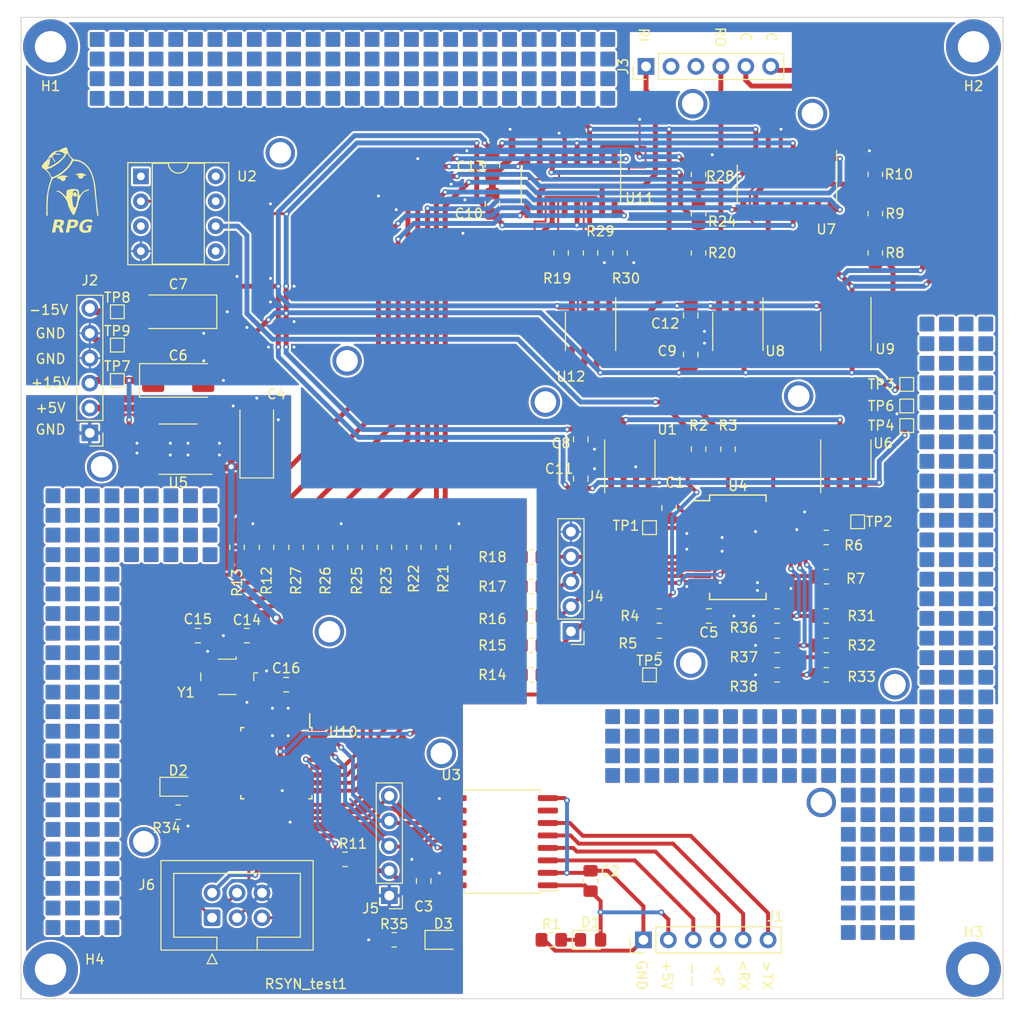
<source format=kicad_pcb>
(kicad_pcb (version 20211014) (generator pcbnew)
  (layers (0 "F.Cu" signal) (1 "In1.Cu" signal) (2 "In2.Cu" signal) (31 "B.Cu" signal) (34 "B.Paste" user) (35 "F.Paste" user) (36 "B.SilkS" user "B.Silkscreen") (37 "F.SilkS" user "F.Silkscreen") (38 "B.Mask" user) (39 "F.Mask" user) (44 "Edge.Cuts" user))
  (net 0 "")
  (net 1 "Net-(C1-Pad1)")
  (net 2 "GND")
  (net 3 "Net-(C2-Pad1)")
  (net 4 "Net-(C2-Pad2)")
  (net 5 "Net-(C1-Pad2)")
  (net 6 "+15V")
  (net 7 "-15V")
  (net 8 "+5V")
  (net 9 "/DAC_VDD")
  (net 10 "Net-(C14-Pad1)")
  (net 11 "Net-(C15-Pad1)")
  (net 12 "Net-(D1-Pad1)")
  (net 13 "/LED")
  (net 14 "Net-(J1-Pad3)")
  (net 15 "Net-(J1-Pad4)")
  (net 16 "Net-(J1-Pad5)")
  (net 17 "Net-(J1-Pad6)")
  (net 18 "/MISO")
  (net 19 "/SCK")
  (net 20 "/RST")
  (net 21 "/MOSI")
  (net 23 "/ROUT")
  (net 24 "/RIN")
  (net 25 "Net-(J3-Pad5)")
  (net 26 "/S0")
  (net 27 "/S1")
  (net 28 "/S2")
  (net 29 "+5VA")
  (net 30 "Net-(R6-Pad2)")
  (net 31 "Net-(R7-Pad2)")
  (net 32 "Net-(TP1-Pad1)")
  (net 33 "Net-(TP2-Pad1)")
  (net 36 "/TX")
  (net 37 "/RX")
  (net 38 "/P1")
  (net 40 "/SWI1")
  (net 41 "/SWI2")
  (net 42 "/DAC_CS")
  (net 43 "/DAC_DI")
  (net 44 "/DAC_SCK")
  (net 45 "/DAC_SRO")
  (net 46 "/MSPAN")
  (net 49 "/SW1")
  (net 50 "/SW2")
  (net 51 "/SW3")
  (net 52 "/SW4")
  (net 53 "/SW5")
  (net 57 "Net-(U4-Pad26)")
  (net 69 "Net-(U7-Pad11)")
  (net 71 "Net-(U8-Pad6)")
  (net 78 "/RON")
  (net 79 "Net-(R12-Pad1)")
  (net 80 "Net-(R13-Pad1)")
  (net 81 "Net-(R14-Pad1)")
  (net 82 "Net-(R15-Pad1)")
  (net 83 "Net-(R16-Pad1)")
  (net 84 "Net-(R17-Pad1)")
  (net 85 "Net-(R18-Pad1)")
  (net 86 "Net-(R19-Pad1)")
  (net 87 "Net-(R23-Pad1)")
  (net 88 "Net-(D2-Pad1)")
  (net 89 "Net-(D3-Pad1)")
  (net 90 "Net-(R2-Pad2)")
  (net 91 "Net-(R8-Pad1)")
  (net 92 "Net-(R10-Pad1)")
  (net 93 "Net-(R27-Pad1)")
  (net 95 "Net-(R8-Pad2)")
  (net 96 "/SW6")
  (net 97 "Net-(R20-Pad2)")
  (net 98 "Net-(R22-Pad1)")
  (net 99 "Net-(R26-Pad1)")
  (net 100 "Net-(R19-Pad2)")
  (net 101 "Net-(R21-Pad1)")
  (net 102 "Net-(R24-Pad2)")
  (net 103 "Net-(R25-Pad1)")
  (footprint "TestPoint:TestPoint_Pad_1.0x1.0mm" (layer "F.Cu") (at 9.8 -66.6)
    (fp_text reference "TP9")
    (fp_text value "TestPoint")
  )
  (footprint "Capacitor_SMD:C_0805_2012Metric_Pad1.18x1.45mm_HandSolder" (layer "F.Cu") (at 66 -50 -90)
    (fp_text reference "C1")
    (fp_text value "100p")
  )
  (footprint "TestPoint:TestPoint_Pad_1.0x1.0mm" (layer "F.Cu") (at 9.8 -70)
    (fp_text reference "TP8")
    (fp_text value "TestPoint")
  )
  (footprint "Connector_PinHeader_2.54mm:PinHeader_1x06_P2.54mm_Vertical" (layer "F.Cu") (at 7 -57.65 180)
    (fp_text reference "J2")
    (fp_text value "Conn_01x06_Male")
  )
  (footprint "Resistor_SMD:R_0805_2012Metric_Pad1.20x1.40mm_HandSolder" (layer "F.Cu") (at 58 -76 -90)
    (fp_text reference "R29")
    (fp_text value "20k0")
  )
  (footprint "Resistor_SMD:R_0805_2012Metric_Pad1.20x1.40mm_HandSolder" (layer "F.Cu") (at 43 -46 90)
    (fp_text reference "R21")
    (fp_text value "0R")
  )
  (footprint "Resistor_SMD:R_0805_2012Metric_Pad1.20x1.40mm_HandSolder" (layer "F.Cu") (at 40 -46 90)
    (fp_text reference "R22")
    (fp_text value "0R")
  )
  (footprint "MountingHole:MountingHole_3.2mm_M3_DIN965_Pad" (layer "F.Cu") (at 97 -3)
    (fp_text reference "H3")
    (fp_text value "MountingHole")
  )
  (footprint "Resistor_SMD:R_0805_2012Metric_Pad1.20x1.40mm_HandSolder" (layer "F.Cu") (at 82 -39 180)
    (fp_text reference "R31")
    (fp_text value "DNP")
  )
  (footprint "Resistor_SMD:R_0805_2012Metric_Pad1.20x1.40mm_HandSolder" (layer "F.Cu") (at 87 -84 90)
    (fp_text reference "R10")
    (fp_text value "3k01")
  )
  (footprint "Resistor_SMD:R_0805_2012Metric_Pad1.20x1.40mm_HandSolder" (layer "F.Cu") (at 37 -46 90)
    (fp_text reference "R23")
    (fp_text value "0R")
  )
  (footprint "Package_SO:SOIC-8_3.9x4.9mm_P1.27mm" (layer "F.Cu") (at 84 -55 90)
    (fp_text reference "U6")
    (fp_text value "OPA145")
  )
  (footprint "Resistor_SMD:R_0805_2012Metric_Pad1.20x1.40mm_HandSolder" (layer "F.Cu") (at 77 -36 180)
    (fp_text reference "R37")
    (fp_text value "9k1")
  )
  (footprint "Resistor_SMD:R_0805_2012Metric_Pad1.20x1.40mm_HandSolder" (layer "F.Cu") (at 82 -33 180)
    (fp_text reference "R33")
    (fp_text value "DNP")
  )
  (footprint "LED_SMD:LED_0805_2012Metric_Pad1.15x1.40mm_HandSolder" (layer "F.Cu") (at 58 -6)
    (fp_text reference "D1")
    (fp_text value "LED")
  )
  (footprint "Package_SO:SOIC-16W_7.5x10.3mm_P1.27mm" (layer "F.Cu") (at 49 -16 180)
    (fp_text reference "U3")
    (fp_text value "ISO7341C")
  )
  (footprint "Connector_IDC:IDC-Header_2x03_P2.54mm_Vertical" (layer "F.Cu") (at 19.455 -8.2475 90)
    (fp_text reference "J6")
    (fp_text value "AVR-ISP-6")
  )
  (footprint "TestPoint:TestPoint_Pad_1.0x1.0mm" (layer "F.Cu") (at 90.2 -60.4)
    (fp_text reference "TP6")
    (fp_text value "TestPoint")
  )
  (footprint "Resistor_SMD:R_0805_2012Metric_Pad1.20x1.40mm_HandSolder" (layer "F.Cu") (at 87 -76 90)
    (fp_text reference "R8")
    (fp_text value "20k0")
  )
  (footprint "Resistor_SMD:R_0805_2012Metric_Pad1.20x1.40mm_HandSolder" (layer "F.Cu") (at 25 -46 90)
    (fp_text reference "R12")
    (fp_text value "0R")
  )
  (footprint "TestPoint:TestPoint_Pad_1.0x1.0mm" (layer "F.Cu") (at 90.2 -62.6)
    (fp_text reference "TP3")
    (fp_text value "TestPoint")
  )
  (footprint "Capacitor_SMD:C_0805_2012Metric_Pad1.18x1.45mm_HandSolder" (layer "F.Cu") (at 58 -12 90)
    (fp_text reference "C2")
    (fp_text value "100n")
  )
  (footprint "Resistor_SMD:R_0805_2012Metric_Pad1.20x1.40mm_HandSolder" (layer "F.Cu") (at 82 -47 180)
    (fp_text reference "R6")
    (fp_text value "9k1")
  )
  (footprint "Resistor_SMD:R_0805_2012Metric_Pad1.20x1.40mm_HandSolder" (layer "F.Cu") (at 52 -39)
    (fp_text reference "R16")
    (fp_text value "0R")
  )
  (footprint "Connector_PinHeader_2.54mm:PinHeader_1x06_P2.54mm_Vertical" (layer "F.Cu") (at 63.65 -95 90)
    (fp_text reference "J3")
    (fp_text value "Conn_01x06_Male")
  )
  (footprint "TestPoint:TestPoint_Pad_1.0x1.0mm" (layer "F.Cu") (at 9.8 -63)
    (fp_text reference "TP7")
    (fp_text value "TestPoint")
  )
  (footprint "Resistor_SMD:R_0805_2012Metric_Pad1.20x1.40mm_HandSolder" (layer "F.Cu") (at 65 -36)
    (fp_text reference "R5")
    (fp_text value "0R")
  )
  (footprint "Resistor_SMD:R_0805_2012Metric_Pad1.20x1.40mm_HandSolder" (layer "F.Cu") (at 69 -56 -90)
    (fp_text reference "R2")
    (fp_text value "0R")
  )
  (footprint "Resistor_SMD:R_0805_2012Metric_Pad1.20x1.40mm_HandSolder" (layer "F.Cu") (at 69 -76 90)
    (fp_text reference "R20")
    (fp_text value "20k0")
  )
  (footprint "Resistor_SMD:R_0805_2012Metric_Pad1.20x1.40mm_HandSolder" (layer "F.Cu") (at 69 -80 90)
    (fp_text reference "R24")
    (fp_text value "6k98")
  )
  (footprint "Capacitor_SMD:C_0805_2012Metric_Pad1.18x1.45mm_HandSolder" (layer "F.Cu") (at 57 -57 90)
    (fp_text reference "C8")
    (fp_text value "100n")
  )
  (footprint "Package_SO:SOIC-8_3.9x4.9mm_P1.27mm" (layer "F.Cu") (at 84 -68 -90)
    (fp_text reference "U9")
    (fp_text value "TL071")
  )
  (footprint "Resistor_SMD:R_0805_2012Metric_Pad1.20x1.40mm_HandSolder" (layer "F.Cu") (at 55 -76 90)
    (fp_text reference "R19")
    (fp_text value "88k7")
  )
  (footprint "Resistor_SMD:R_0805_2012Metric_Pad1.20x1.40mm_HandSolder" (layer "F.Cu") (at 28 -46 90)
    (fp_text reference "R27")
    (fp_text value "0R")
  )
  (footprint "Resistor_SMD:R_0805_2012Metric_Pad1.20x1.40mm_HandSolder" (layer "F.Cu") (at 72 -56 -90)
    (fp_text reference "R3")
    (fp_text value "DNP")
  )
  (footprint "Capacitor_SMD:C_0805_2012Metric_Pad1.18x1.45mm_HandSolder" (layer "F.Cu") (at 18 -37)
    (fp_text reference "C15")
    (fp_text value "22p")
  )
  (footprint "Capacitor_SMD:C_0805_2012Metric_Pad1.18x1.45mm_HandSolder" (layer "F.Cu") (at 27 -32)
    (fp_text reference "C16")
    (fp_text value "100n")
  )
  (footprint "Capacitor_SMD:C_0805_2012Metric_Pad1.18x1.45mm_HandSolder" (layer "F.Cu") (at 41 -12 90)
    (fp_text reference "C3")
    (fp_text value "100n")
  )
  (footprint "Resistor_SMD:R_0805_2012Metric_Pad1.20x1.40mm_HandSolder" (layer "F.Cu") (at 31 -46 90)
    (fp_text reference "R26")
    (fp_text value "0R")
  )
  (footprint "Package_SO:SOIC-8_3.9x4.9mm_P1.27mm" (layer "F.Cu") (at 73 -68 -90)
    (fp_text reference "U8")
    (fp_text value "OPA202")
  )
  (footprint "Package_SO:SOIC-8_3.9x4.9mm_P1.27mm" (layer "F.Cu") (at 16 -56 180)
    (fp_text reference "U5")
    (fp_text value "L78L05_SO8")
  )
  (footprint "Connector_PinHeader_2.54mm:PinHeader_1x06_P2.54mm_Vertical" (layer "F.Cu") (at 63.38 -6 90)
    (fp_text reference "J1")
    (fp_text value "Conn_01x06_Male")
  )
  (footprint "Package_DIP:DIP-8_W7.62mm_Socket" (layer "F.Cu") (at 12.2 -83.8)
    (fp_text reference "U2")
    (fp_text value "LT1021")
  )
  (footprint "Resistor_SMD:R_0805_2012Metric_Pad1.20x1.40mm_HandSolder" (layer "F.Cu") (at 33 -14.2 180)
    (fp_text reference "R11")
    (fp_text value "9k1")
  )
  (footprint "Capacitor_SMD:C_0805_2012Metric_Pad1.18x1.45mm_HandSolder" (layer "F.Cu") (at 48 -81 -90)
    (fp_text reference "C10")
    (fp_text value "100n")
  )
  (footprint "Capacitor_SMD:C_0805_2012Metric_Pad1.18x1.45mm_HandSolder" (layer "F.Cu") (at 23 -37 180)
    (fp_text reference "C14")
    (fp_text value "22p")
  )
  (footprint "Package_SO:SO-16_3.9x9.9mm_P1.27mm" (layer "F.Cu") (at 56 -83 -90)
    (fp_text reference "U11")
    (fp_text value "DG441xJ")
  )
  (footprint "Resistor_SMD:R_0805_2012Metric_Pad1.20x1.40mm_HandSolder" (layer "F.Cu") (at 82 -36 180)
    (fp_text reference "R32")
    (fp_text value "DNP")
  )
  (footprint "Resistor_SMD:R_0805_2012Metric_Pad1.20x1.40mm_HandSolder" (layer "F.Cu") (at 22 -46 90)
    (fp_text reference "R13")
    (fp_text value "0R")
  )
  (footprint "Resistor_SMD:R_0805_2012Metric_Pad1.20x1.40mm_HandSolder" (layer "F.Cu") (at 69 -84 90)
    (fp_text reference "R28")
    (fp_text value "3k01")
  )
  (footprint "Resistor_SMD:R_0805_2012Metric_Pad1.20x1.40mm_HandSolder" (layer "F.Cu") (at 52 -45)
    (fp_text reference "R18")
    (fp_text value "0R")
  )
  (footprint "j_lib:logo_rpg7x9" (layer "F.Cu") (at 5.221042 -82.117531)
    (fp_text reference "LOGO1" hide)
    (fp_text value "logo_generic" hide)
  )
  (footprint "Resistor_SMD:R_0805_2012Metric_Pad1.20x1.40mm_HandSolder" (layer "F.Cu") (at 34 -46 90)
    (fp_text reference "R25")
    (fp_text value "0R")
  )
  (footprint "Resistor_SMD:R_0805_2012Metric_Pad1.20x1.40mm_HandSolder" (layer "F.Cu") (at 61 -76 -90)
    (fp_text reference "R30")
    (fp_text value "20k0")
  )
  (footprint "LED_SMD:LED_0805_2012Metric_Pad1.15x1.40mm_HandSolder" (layer "F.Cu") (at 16 -21.6)
    (fp_text reference "D2")
    (fp_text value "LED")
  )
  (footprint "Resistor_SMD:R_0805_2012Metric_Pad1.20x1.40mm_HandSolder" (layer "F.Cu") (at 82 -43 180)
    (fp_text reference "R7")
    (fp_text value "9k1")
  )
  (footprint "Resistor_SMD:R_0805_2012Metric_Pad1.20x1.40mm_HandSolder" (layer "F.Cu") (at 77 -39 180)
    (fp_text reference "R36")
    (fp_text value "9k1")
  )
  (footprint "Capacitor_SMD:C_0805_2012Metric_Pad1.18x1.45mm_HandSolder" (layer "F.Cu") (at 68.2 -69.6375 -90)
    (fp_text reference "C12")
    (fp_text value "100n")
  )
  (footprint "Capacitor_Tantalum_SMD:CP_EIA-6032-28_Kemet-C_Pad2.25x2.35mm_HandSolder" (layer "F.Cu") (at 24 -57 90)
    (fp_text reference "C4")
    (fp_text value "10u")
  )
  (footprint "Resistor_SMD:R_0805_2012Metric_Pad1.20x1.40mm_HandSolder" (layer "F.Cu") (at 87 -80 90)
    (fp_text reference "R9")
    (fp_text value "6k98")
  )
  (footprint "Package_SO:SSOP-28_5.3x10.2mm_P0.65mm" (layer "F.Cu") (at 73 -46)
    (fp_text reference "U4")
    (fp_text value "LTC2756")
  )
  (footprint "TestPoint:TestPoint_Pad_1.0x1.0mm" (layer "F.Cu") (at 64 -48)
    (fp_text reference "TP1")
    (fp_text value "TestPoint")
  )
  (footprint "MountingHole:MountingHole_3.2mm_M3_DIN965_Pad" (layer "F.Cu") (at 3 -3)
    (fp_text reference "H4")
    (fp_text value "MountingHole")
  )
  (footprint "Package_SO:SOIC-8_3.9x4.9mm_P1.27mm" (layer "F.Cu") (at 62 -55 90)
    (fp_text reference "U1")
    (fp_text value "OPA145")
  )
  (footprint "Capacitor_Tantalum_SMD:CP_EIA-6032-28_Kemet-C_Pad2.25x2.35mm_HandSolder" (layer "F.Cu") (at 16 -70 180)
    (fp_text reference "C7")
    (fp_text value "10u")
  )
  (footprint "MountingHole:MountingHole_3.2mm_M3_DIN965_Pad" (layer "F.Cu") (at 97 -97)
    (fp_text reference "H2")
    (fp_text value "MountingHole")
  )
  (footprint "Package_SO:SOIC-8_3.9x4.9mm_P1.27mm" (layer "F.Cu") (at 58 -68 -90)
    (fp_text reference "U12")
    (fp_text value "OPA145")
  )
  (footprint "Resistor_SMD:R_0805_2012Metric_Pad1.20x1.40mm_HandSolder" (layer "F.Cu") (at 77 -33 180)
    (fp_text reference "R38")
    (fp_text value "9k1")
  )
  (footprint "TestPoint:TestPoint_Pad_1.0x1.0mm" (layer "F.Cu") (at 90.2 -58.4)
    (fp_text reference "TP4")
    (fp_text value "TestPoint")
  )
  (footprint "Capacitor_SMD:C_0805_2012Metric_Pad1.18x1.45mm_HandSolder" (layer "F.Cu") (at 48 -85 -90)
    (fp_text reference "C13")
    (fp_text value "100n")
  )
  (footprint "Capacitor_SMD:C_0805_2012Metric_Pad1.18x1.45mm_HandSolder" (layer "F.Cu") (at 70.0375 -39 180)
    (fp_text reference "C5")
    (fp_text value "100n")
  )
  (footprint "Crystal:Crystal_SMD_Abracon_ABM3B-4Pin_5.0x3.2mm" (layer "F.Cu") (at 21 -32.8 180)
    (fp_text reference "Y1")
    (fp_text value "Crystal_GND24")
  )
  (footprint "TestPoint:TestPoint_Pad_1.0x1.0mm" (layer "F.Cu") (at 85.2 -48.6)
    (fp_text reference "TP2")
    (fp_text value "TestPoint")
  )
  (footprint "Resistor_SMD:R_0805_2012Metric_Pad1.20x1.40mm_HandSolder" (layer "F.Cu") (at 54 -6 180)
    (fp_text reference "R1")
    (fp_text value "910R")
  )
  (footprint "Resistor_SMD:R_0805_2012Metric_Pad1.20x1.40mm_HandSolder" (layer "F.Cu") (at 52 -36)
    (fp_text reference "R15")
    (fp_text value "0R")
  )
  (footprint "Resistor_SMD:R_0805_2012Metric_Pad1.20x1.40mm_HandSolder" (layer "F.Cu") (at 16 -19)
    (fp_text reference "R34")
    (fp_text value "910R")
  )
  (footprint "Capacitor_SMD:C_0805_2012Metric_Pad1.18x1.45mm_HandSolder" (layer "F.Cu") (at 68.2 -65.6375 -90)
    (fp_text reference "C9")
    (fp_text value "100n")
  )
  (footprint "Resistor_SMD:R_0805_2012Metric_Pad1.20x1.40mm_HandSolder" (layer "F.Cu") (at 65 -39)
    (fp_text reference "R4")
    (fp_text value "DNP")
  )
  (footprint "Package_QFP:TQFP-32_7x7mm_P0.8mm" (layer "F.Cu") (at 26 -24 -90)
    (fp_text reference "U10")
    (fp_text value "ATmega8A-A")
  )
  (footprint "LED_SMD:LED_0805_2012Metric_Pad1.15x1.40mm_HandSolder" (layer "F.Cu") (at 43 -6)
    (fp_text reference "D3")
    (fp_text value "LED")
  )
  (footprint "Capacitor_Tantalum_SMD:CP_EIA-6032-28_Kemet-C_Pad2.25x2.35mm_HandSolder" (layer "F.Cu") (at 16 -63)
    (fp_text reference "C6")
    (fp_text value "10u")
  )
  (footprint "Resistor_SMD:R_0805_2012Metric_Pad1.20x1.40mm_HandSolder" (layer "F.Cu") (at 52 -42)
    (fp_text reference "R17")
    (fp_text value "0R")
  )
  (footprint "Capacitor_SMD:C_0805_2012Metric_Pad1.18x1.45mm_HandSolder" (layer "F.Cu") (at 57 -53 90)
    (fp_text reference "C11")
    (fp_text value "100n")
  )
  (footprint "TestPoint:TestPoint_Pad_1.0x1.0mm" (layer "F.Cu") (at 64 -33)
    (fp_text reference "TP5")
    (fp_text value "TestPoint")
  )
  (footprint "Connector_PinHeader_2.54mm:PinHeader_1x05_P2.54mm_Vertical" (layer "F.Cu") (at 37.5 -10.5 180)
    (fp_text reference "J5")
    (fp_text value "Conn_01x05_Male")
  )
  (footprint "Resistor_SMD:R_0805_2012Metric_Pad1.20x1.40mm_HandSolder" (layer "F.Cu") (at 38 -6 180)
    (fp_text reference "R35")
    (fp_text value "910R")
  )
  (footprint "Package_SO:SO-16_3.9x9.9mm_P1.27mm" (layer "F.Cu") (at 78 -83 -90)
    (fp_text reference "U7")
    (fp_text value "DG441xJ")
  )
  (footprint "MountingHole:MountingHole_3.2mm_M3_DIN965_Pad" (layer "F.Cu") (at 3 -97)
    (fp_text reference "H1")
    (fp_text value "MountingHole")
  )
  (footprint "Resistor_SMD:R_0805_2012Metric_Pad1.20x1.40mm_HandSolder" (layer "F.Cu") (at 52 -33)
    (fp_text reference "R14")
    (fp_text value "0R")
  )
  (footprint "Connector_PinHeader_2.54mm:PinHeader_1x05_P2.54mm_Vertical" (layer "F.Cu") (at 56 -37.425 180)
    (fp_text reference "J4")
    (fp_text value "Conn_01x05_Male")
  )
  (gr_rect (start 0 -100) (end 100 0) (layer "Edge.Cuts") (width 0.1) (fill none))
  (gr_text "<P" (at 71 -2.4 270) (layer "F.SilkS") (effects (font (size 1 1))))
  (gr_text "<RX" (at 73.6 -2.4 270) (layer "F.SilkS") (effects (font (size 1 1))))
  (gr_text "GND" (at 3 -67.8) (layer "F.SilkS") (effects (font (size 1 1))))
  (gr_text "--" (at 68.4 -2.4 270) (layer "F.SilkS") (effects (font (size 1 1))))
  (gr_text "RO" (at 71.2 -98 270) (layer "F.SilkS") (effects (font (size 1 1))))
  (gr_text "RSYN_test1" (at 29 -1.5) (layer "F.SilkS") (effects (font (size 1 1))))
  (gr_text "GND" (at 3 -65.2) (layer "F.SilkS") (effects (font (size 1 1))))
  (gr_text "GND" (at 3 -58) (layer "F.SilkS") (effects (font (size 1 1))))
  (gr_text "C" (at 73.8 -98 270) (layer "F.SilkS") (effects (font (size 1 1))))
  (gr_text "+15V" (at 3 -62.8) (layer "F.SilkS") (effects (font (size 1 1))))
  (gr_text "C" (at 76.4 -98 270) (layer "F.SilkS") (effects (font (size 1 1))))
  (gr_text ">TX" (at 76 -2.4 270) (layer "F.SilkS") (effects (font (size 1 1))))
  (gr_text "RI" (at 63.4 -98.2 270) (layer "F.SilkS") (effects (font (size 1 1))))
  (gr_text "GND" (at 63.2 -2.4 270) (layer "F.SilkS") (effects (font (size 1 1))))
  (gr_text "+5V" (at 3 -60.2) (layer "F.SilkS") (effects (font (size 1 1))))
  (gr_text "-15V" (at 2.8 -70.2) (layer "F.SilkS") (effects (font (size 1 1))))
  (gr_text "+5V" (at 65.8 -2.4 270) (layer "F.SilkS") (effects (font (size 1 1))))
  (via (at 26.4 -86.2) (size 3) (drill 2.2) (layers "F.Cu" "B.Cu") (net 0))
  (via (at 42.8 -25) (size 3) (drill 2.2) (layers "F.Cu" "B.Cu") (net 0))
  (via (at 12.5 -16) (size 3) (drill 2.2) (layers "F.Cu" "B.Cu") (net 0))
  (via (at 68.2 -34.2) (size 3) (drill 2.2) (layers "F.Cu" "B.Cu") (net 0))
  (via (at 80.6 -90.2) (size 3) (drill 2.2) (layers "F.Cu" "B.Cu") (net 0))
  (via (at 79.192815 -61.402066) (size 3) (drill 2.2) (layers "F.Cu" "B.Cu") (net 0))
  (via (at 68.4 -91.2) (size 3) (drill 2.2) (layers "F.Cu" "B.Cu") (net 0))
  (via (at 53.4 -60.8) (size 3) (drill 2.2) (layers "F.Cu" "B.Cu") (net 0))
  (via (at 8.2 -54.2) (size 3) (drill 2.2) (layers "F.Cu" "B.Cu") (net 0))
  (via (at 31.4 -37.4) (size 3) (drill 2.2) (layers "F.Cu" "B.Cu") (net 0))
  (via (at 33.2 -65) (size 3) (drill 2.2) (layers "F.Cu" "B.Cu") (net 0))
  (via (at 81.5 -20) (size 3) (drill 2.2) (layers "F.Cu" "B.Cu") (net 0))
  (via (at 89 -32) (size 3) (drill 2.2) (layers "F.Cu" "B.Cu") (net 0))
  (segment (start 69.4 -49.575) (end 67.4625 -49.575) (width 0.4) (layer "F.Cu") (net 1))
  (segment (start 62.635 -56.565) (end 62.635 -57.475) (width 0.4) (layer "F.Cu") (net 1))
  (segment (start 66 -51.0375) (end 66 -53.2) (width 0.4) (layer "F.Cu") (net 1))
  (segment (start 66 -53.2) (end 62.635 -56.565) (width 0.4) (layer "F.Cu") (net 1))
  (segment (start 67.4625 -49.575) (end 66 -51.0375) (width 0.4) (layer "F.Cu") (net 1))
  (segment (start 25.6 -26.8) (end 25.6 -28.25) (width 0.4) (layer "F.Cu") (net 2))
  (segment (start 26.4 -21) (end 26.6 -21.2) (width 0.4) (layer "F.Cu") (net 2))
  (segment (start 90.2 -60.4) (end 90 -60.4) (width 0.5) (layer "F.Cu") (net 2))
  (segment (start 18.55 -67.85) (end 18.6 -67.8) (width 0.4) (layer "F.Cu") (net 2))
  (segment (start 50 -85.8) (end 50 -88.4) (width 0.7) (layer "F.Cu") (net 2))
  (segment (start 59.4 -75) (end 58 -75) (width 0.4) (layer "F.Cu") (net 2))
  (segment (start 18.55 -70) (end 19.6 -70) (width 0.4) (layer "F.Cu") (net 2))
  (segment (start 25.9625 -32.4375) (end 25 -33.4) (width 0.4) (layer "F.Cu") (net 2))
  (segment (start 15.165 -56.635) (end 15.2 -56.6) (width 0.4) (layer "F.Cu") (net 2))
  (segment (start 76 -33) (end 74.8 -33) (width 0.4) (layer "F.Cu") (net 2))
  (segment (start 63 -86.8) (end 63.6 -86.8) (width 0.2) (layer "F.Cu") (net 2))
  (segment (start 44.325 -12.8) (end 44.35 -12.825) (width 0.4) (layer "F.Cu") (net 2))
  (segment (start 27.2 -28.25) (end 27.2 -26.8) (width 0.4) (layer "F.Cu") (net 2))
  (segment (start 62.635 -54.165) (end 62.6 -54.2) (width 0.4) (layer "F.Cu") (net 2))
  (segment (start 20.165 -56.635) (end 20.2 -56.6) (width 0.4) (layer "F.Cu") (net 2))
  (segment (start 50 -88.4) (end 49.8 -88.6) (width 0.7) (layer "F.Cu") (net 2))
  (segment (start 54.8 -84.3) (end 54.8 -83.5) (width 0.2) (layer "F.Cu") (net 2))
  (segment (start 54.8 -83.5) (end 51.7 -83.5) (width 0.2) (layer "F.Cu") (net 2))
  (segment (start 84.635 -52.525) (end 84.635 -51.435) (width 0.4) (layer "F.Cu") (net 2))
  (segment (start 82.8 -49.6) (end 79.8 -49.6) (width 0.4) (layer "F.Cu") (net 2))
  (segment (start 55.365 -85.575) (end 55.365 -87.635) (width 0.4) (layer "F.Cu") (net 2))
  (segment (start 48.1625 -83.9625) (end 50 -85.8) (width 0.7) (layer "F.Cu") (net 2))
  (segment (start 21.9625 -37) (end 21 -37) (width 0.4) (layer "F.Cu") (net 2))
  (segment (start 69.6 -68) (end 68.8 -68) (width 0.4) (layer "F.Cu") (net 2))
  (segment (start 19.8 -37) (end 20.6 -37) (width 0.4) (layer "F.Cu") (net 2))
  (segment (start 24 -59.55) (end 24 -61.2) (width 0.4) (layer "F.Cu") (net 2))
  (segment (start 17.035 -56.635) (end 17 -56.6) (width 0.4) (layer "F.Cu") (net 2))
  (segment (start 69 -85) (end 69.4 -85) (width 0.4) (layer "F.Cu") (net 2))
  (segment (start 13.525 -55.365) (end 15.165 -55.365) (width 0.4) (layer "F.Cu") (net 2))
  (segment (start 25.65 -59.55) (end 26.2 -59) (width 0.4) (layer "F.Cu") (net 2))
  (segment (start 68.325 -66.8) (end 68.2 -66.675) (width 0.4) (layer "F.Cu") (net 2))
  (segment (start 24 -59.55) (end 25.65 -59.55) (width 0.4) (layer "F.Cu") (net 2))
  (segment (start 87 -85) (end 87 -85.8) (width 0.4) (layer "F.Cu") (net 2))
  (segment (start 18.55 -63) (end 18.55 -64.95) (width 0.4) (layer "F.Cu") (net 2))
  (segment (start 20.6 -70) (end 21 -70) (width 0.4) (layer "F.Cu") (net 2))
  (segment (start 62.4 -75) (end 61 -75) (width 0.4) (layer "F.Cu") (net 2))
  (segment (start 77.365 -88.565) (end 77.4 -88.6) (width 0.4) (layer "F.Cu") (net 2))
  (segment (start 48 -83.9625) (end 48.1625 -83.9625) (width 0.7) (layer "F.Cu") (net 2))
  (segment (start 25.9625 -32) (end 25.9625 -32.4375) (width 0.4) (layer "F.Cu") (net 2))
  (segment (start 58.3625 -54.0375) (end 58.4 -54) (width 0.4) (layer "F.Cu") (net 2))
  (segment (start 57 -54.0375) (end 58.3625 -54.0375) (width 0.4) (layer "F.Cu") (net 2))
  (segment (start 26.4 -19.75) (end 26.4 -21) (width 0.4) (layer "F.Cu") (net 2))
  (segment (start 42.6 -12.8) (end 44.325 -12.8) (width 0.4) (layer "F.Cu") (net 2))
  (segment (start 48 -82.0375) (end 48 -83.9625) (width 0.7) (layer "F.Cu") (net 2))
  (segment (start 63.6 -84.7) (end 61.9 -84.7) (width 0.2) (layer "F.Cu") (net 2))
  (segment (start 18.55 -70) (end 18.55 -67.85) (width 0.4) (layer "F.Cu") (net 2))
  (segment (start 71.075 -39) (end 72.6 -39) (width 0.4) (layer "F.Cu") (net 2))
  (segment (start 19.8 -70) (end 20 -70) (width 0.4) (layer "F.Cu") (net 2))
  (segment (start 20 -70) (end 20.2 -70) (width 0.4) (layer "F.Cu") (net 2))
  (segment (start 55.365 -87.635) (end 54.8 -88.2) (width 0.4) (layer "F.Cu") (net 2))
  (segment (start 20.2 -70) (end 20.4 -70) (width 0.4) (layer "F.Cu") (net 2))
  (segment (start 76 -39) (end 74.6 -39) (width 0.4) (layer "F.Cu") (net 2))
  (segment (start 68.8 -68) (end 68.2 -68.6) (width 0.4) (layer "F.Cu") (net 2))
  (segment (start 21 -37) (end 20.6 -37) (width 0.4) (layer "F.Cu") (net 2))
  (segment (start 19.0375 -37) (end 19.8 -37) (width 0.4) (layer "F.Cu") (net 2))
  (segment (start 61.9 -84.7) (end 61.9 -84.3) (width 0.2) (layer "F.Cu") (net 2))
  (segment (start 61.9 -84.3) (end 54.8 -84.3) (width 0.2) (layer "F.Cu") (net 2))
  (segment (start 62.635 -52.525) (end 62.635 -54.165) (width 0.4) (layer "F.Cu") (net 2))
  (segment (start 69.4 -85) (end 70.4 -86) (width 0.4) (layer "F.Cu") (net 2))
  (segment (start 20.4 -70) (end 20.6 -70) (width 0.4) (layer "F.Cu") (net 2))
  (segment (start 58.3625 -55.9625) (end 58.4 -56) (width 0.4) (layer "F.Cu") (net 2))
  (segment (start 84.635 -51.435) (end 83 -49.8) (width 0.4) (layer "F.Cu") (net 2))
  (segment (start 8.21 -66.6) (end 7 -67.81) (width 0.7) (layer "F.Cu") (net 2))
  (segment (start 18.475 -56.635) (end 17.035 -56.635) (width 0.4) (layer "F.Cu") (net 2))
  (segment (start 63.6 -86.8) (end 63.6 -84.7) (width 0.2) (layer "F.Cu") (net 2))
  (segment (start 90 -60.4) (end 89.2 -59.6) (width 0.5) (layer "F.Cu") (net 2))
  (segment (start 44.35 -20.445) (end 42.645 -20.445) (width 0.4) (layer "F.Cu") (net 2))
  (segment (start 23 -30.2) (end 23 -31.6) (width 0.4) (layer "F.Cu") (net 2))
  (segment (start 57 -55.9625) (end 58.3625 -55.9625) (width 0.4) (layer "F.Cu") (net 2))
  (segment (start 15.165 -55.365) (end 15.2 -55.4) (width 0.4) (layer "F.Cu") (net 2))
  (segment (start 17.035 -55.365) (end 17 -55.4) (width 0.4) (layer "F.Cu") (net 2))
  (segment (start 77.365 -85.575) (end 77.365 -88.565) (width 0.4) (layer "F.Cu") (net 2))
  (segment (start 42.645 -20.445) (end 42.6 -20.4) (width 0.4) (layer "F.Cu") (net 2))
  (segment (start 87 -85.8) (end 86.4 -86.4) (width 0.4) (layer "F.Cu") (net 2))
  (segment (start 18.55 -63) (end 20.6 -63) (width 0.4) (layer "F.Cu") (net 2))
  (segment (start 83 -49.8) (end 82.8 -49.6) (width 0.4) (layer "F.Cu") (net 2))
  (segment (start 69.6 -66.8) (end 68.325 -66.8) (width 0.4) (layer "F.Cu") (net 2))
  (segment (start 76 -36) (end 74.8 -36) (width 0.4) (layer "F.Cu") (net 2))
  (segment (start 63 -89.6) (end 63 -86.8) (width 0.2) (layer "F.Cu") (net 2))
  (segment (start 39.8375 -14.2) (end 41 -13.0375) (width 0.4) (layer "F.Cu") (net 2))
  (segment (start 18.475 -55.365) (end 17.035 -55.365) (width 0.4) (layer "F.Cu") (net 2))
  (segment (start 18.55 -64.95) (end 18.6 -65) (width 0.4) (layer "F.Cu") (net 2))
  (segment (start 13.525 -56.635) (end 15.165 -56.635) (width 0.4) (layer "F.Cu") (net 2))
  (segment (start 39.8 -14.2) (end 39.8375 -14.2) (width 0.4) (layer "F.Cu") (net 2))
  (segment (start 9.8 -66.6) (end 8.21 -66.6) (width 0.7) (layer "F.Cu") (net 2))
  (segment (start 18.475 -56.635) (end 20.165 -56.635) (width 0.4) (layer "F.Cu") (net 2))
  (segment (start 19 -34) (end 19 -35.4) (width 0.4) (layer "F.Cu") (net 2))
  (segment (start 19.6 -70) (end 19.8 -70) (width 0.4) (layer "F.Cu") (net 2))
  (via (at 18.6 -67.8) (size 0.6) (drill 0.3) (layers "F.Cu" "B.Cu") (net 2))
  (via (at 62.4 -75) (size 0.6) (drill 0.3) (layers "F.Cu" "B.Cu") (net 2))
  (via (at 71.4 -47) (size 0.6) (drill 0.3) (layers "F.Cu" "B.Cu") (net 2))
  (via (at 23 -30.2) (size 0.6) (drill 0.3) (layers "F.Cu" "B.Cu") (net 2))
  (via (at 15.2 -55.4) (size 0.6) (drill 0.3) (layers "F.Cu" "B.Cu") (net 2))
  (via (at 45.4 -86.4) (size 0.6) (drill 0.3) (layers "F.Cu" "B.Cu") (net 2))
  (via (at 32.6 -48.4) (size 0.6) (drill 0.3) (layers "F.Cu" "B.Cu") (net 2))
  (via (at 77.4 -88.6) (size 0.6) (drill 0.3) (layers "F.Cu" "B.Cu") (net 2))
  (via (at 71.4 -45.6) (size 0.6) (drill 0.3) (layers "F.Cu" "B.Cu") (net 2))
  (via (at 27.2 -26.8) (size 0.6) (drill 0.3) (layers "F.Cu" "B.Cu") (net 2))
  (via (at 25.4 -71) (size 0.6) (drill 0.3) (layers "F.Cu" "B.Cu") (net 2))
  (via (at 71.2 -42.4) (size 0.6) (drill 0.3) (layers "F.Cu" "B.Cu") (net 2))
  (via (at 67.8 -45.8) (size 0.6) (drill 0.3) (layers "F.Cu" "B.Cu") (net 2))
  (via (at 43.8 -83) (size 0.6) (drill 0.3) (layers "F.Cu" "B.Cu") (net 2))
  (via (at 75 -42.4) (size 0.6) (drill 0.3) (layers "F.Cu" "B.Cu") (net 2))
  (via (at 17 -56.6) (size 0.6) (drill 0.3) (layers "F.Cu" "B.Cu") (net 2))
  (via (at 86.4 -86.4) (size 0.6) (drill 0.3) (layers "F.Cu" "B.Cu") (net 2))
  (via (at 25.6 -29.6) (size 0.6) (drill 0.3) (layers "F.Cu" "B.Cu") (net 2))
  (via (at 78.4 -41.8) (size 0.6) (drill 0.3) (layers "F.Cu" "B.Cu") (net 2))
  (via (at 67.8 -47.4) (size 0.6) (drill 0.3) (layers "F.Cu" "B.Cu") (net 2))
  (via (at 35.4 -6) (size 0.6) (drill 0.3) (layers "F.Cu" "B.Cu") (net 2))
  (via (at 21 -70) (size 0.6) (drill 0.3) (layers "F.Cu" "B.Cu") (net 2))
  (via (at 24 -61.2) (size 0.6) (drill 0.3) (layers "F.Cu" "B.Cu") (net 2))
  (via (at 62.6 -54.2) (size 0.6) (drill 0.3) (layers "F.Cu" "B.Cu") (net 2))
  (via (at 40.4 -85.6) (size 0.6) (drill 0.3) (layers "F.Cu" "B.Cu") (net 2))
  (via (at 74.6 -39) (size 0.6) (drill 0.3) (layers "F.Cu" "B.Cu") (net 2))
  (via (at 72.6 -39) (size 0.6) (drill 0.3) (layers "F.Cu" "B.Cu") (net 2))
  (via (at 44.6 -48.4) (size 0.6) (drill 0.3) (layers "F.Cu" "B.Cu") (net 2))
  (via (at 89.2 -59.6) (size 0.6) (drill 0.3) (layers "F.Cu" "B.Cu") (net 2))
  (via (at 67.8 -42) (size 0.6) (drill 0.3) (layers "F.Cu" "B.Cu") (net 2))
  (via (at 20.6 -37) (size 0.6) (drill 0.3) (layers "F.Cu" "B.Cu") (net 2))
  (via (at 45.2 -81.4) (size 0.6) (drill 0.3) (layers "F.Cu" "B.Cu") (net 2))
  (via (at 25.2 -66.4) (size 0.6) (drill 0.3) (layers "F.Cu" "B.Cu") (net 2))
  (via (at 54.8 -88.2) (size 0.6) (drill 0.3) (layers "F.Cu" "B.Cu") (net 2))
  (via (at 36.4 -81.8) (size 0.6) (drill 0.3) (layers "F.Cu" "B.Cu") (net 2))
  (via (at 39.8 -14.2) (size 0.6) (drill 0.3) (layers "F.Cu" "B.Cu") (net 2))
  (via (at 20.2 -55.4) (size 0.6) (drill 0.3) (layers "F.Cu" "B.Cu") (net 2))
  (via (at 27.2 -29.6) (size 0.6) (drill 0.3) (layers "F.Cu" "B.Cu") (net 2))
  (via (at 25 -33.4) (size 0.6) (drill 0.3) (layers "F.Cu" "B.Cu") (net 2))
  (via (at 42.6 -12.8) (size 0.6) (drill 0.3) (layers "F.Cu" "B.Cu") (net 2))
  (via (at 59.4 -75) (size 0.6) (drill 0.3) (layers "F.Cu" "B.Cu") (net 2))
  (via (at 42.6 -20.4) (size 0.6) (drill 0.3) (layers "F.Cu" "B.Cu") (net 2))
  (via (at 19 -35.4) (size 0.6) (drill 0.3) (layers "F.Cu" "B.Cu") (net 2))
  (via (at 11.8 -55.6) (size 0.6) (drill 0.3) (layers "F.Cu" "B.Cu") (net 2))
  (via (at 58.4 -56) (size 0.6) (drill 0.3) (layers "F.Cu" "B.Cu") (net 2))
  (via (at 69.6 -66.8) (size 0.6) (drill 0.3) (layers "F.Cu" "B.Cu") (net 2))
  (via (at 45 -78) (size 0.6) (drill 0.3) (layers "F.Cu" "B.Cu") (net 2))
  (via (at 25.4 -81) (size 0.6) (drill 0.3) (layers "F.Cu" "B.Cu") (net 2))
  (via (at 11.8 -56.6) (size 0.6) (drill 0.3) (layers "F.Cu" "B.Cu") (net 2))
  (via (at 49.8 -88.6) (size 0.6) (drill 0.3) (layers "F.Cu" "B.Cu") (net 2))
  (via (at 15.2 -56.6) (size 0.6) (drill 0.3) (layers "F.Cu" "B.Cu") (net 2))
  (via (at 74.8 -47.6) (size 0.6) (drill 0.3) (layers "F.Cu" "B.Cu") (net 2))
  (via (at 22 -73.6) (size 0.6) (drill 0.3) (layers "F.Cu" "B.Cu") (net 2))
  (via (at 18.6 -65) (size 0.6) (drill 0.3) (layers "F.Cu" "B.Cu") (net 2))
  (via (at 23.6 -48.4) (size 0.6) (drill 0.3) (layers "F.Cu" "B.Cu") (net 2))
  (via (at 63 -89.6) (size 0.6) (drill 0.3) (layers "F.Cu" "B.Cu") (net 2))
  (via (at 20.2 -56.6) (size 0.6) (drill 0.3) (layers "F.Cu" "B.Cu") (net 2))
  (via (at 23 -68.4) (size 0.6) (drill 0.3) (layers "F.Cu" "B.Cu") (net 2))
  (via (at 69.6 -68) (size 0.6) (drill 0.3) (layers "F.Cu" "B.Cu") (net 2))
  (via (at 75 -41.6) (size 0.6) (drill 0.3) (layers "F.Cu" "B.Cu") (net 2))
  (via (at 27.8 -72.6) (size 0.6) (drill 0.3) (layers "F.Cu" "B.Cu") (net 2))
  (via (at 25.6 -26.8) (size 0.6) (drill 0.3) (layers "F.Cu" "B.Cu") (net 2))
  (via (at 20.6 -63) (size 0.6) (drill 0.3) (layers "F.Cu" "B.Cu") (net 2))
  (via (at 74.8 -33) (size 0.6) (drill 0.3) (layers "F.Cu" "B.Cu") (net 2))
  (via (at 70.4 -86) (size 0.6) (drill 0.3) (layers "F.Cu" "B.Cu") (net 2))
  (via (at 27.4 -18) (size 0.6) (drill 0.3) (layers "F.Cu" "B.Cu") (net 2))
  (via (at 27.8 -69) (size 0.6) (drill 0.3) (layers "F.Cu" "B.Cu") (net 2))
  (via (at 79 -47.8) (size 0.6) (drill 0.3) (layers "F.Cu" "B.Cu") (net 2))
  (via (at 21.6 -60.4) (size 0.6) (drill 0.3) (layers "F.Cu" "B.Cu") (net 2))
  (via (at 27.8 -66.4) (size 0.6) (drill 0.3) (layers "F.Cu" "B.Cu") (net 2))
  (via (at 26.2 -59) (size 0.6) (drill 0.3) (layers "F.Cu" "B.Cu") (net 2))
  (via (at 25.4 -73.4) (size 0.6) (drill 0.3) (layers "F.Cu" "B.Cu") (net 2))
  (via (at 17 -17.6) (size 0.6) (drill 0.3) (layers "F.Cu" "B.Cu") (net 2))
  (via (at 38.2 -80.4) (size 0.6) (drill 0.3) (layers "F.Cu" "B.Cu") (net 2))
  (via (at 26.6 -21.2) (size 0.6) (drill 0.3) (layers "F.Cu" "B.Cu") (net 2))
  (via (at 79.8 -49.6) (size 0.6) (drill 0.3) (layers "F.Cu" "B.Cu") (net 2))
  (via (at 58.4 -54) (size 0.6) (drill 0.3) (layers "F.Cu" "B.Cu") (net 2))
  (via (at 74.8 -36) (size 0.6) (drill 0.3) (layers "F.Cu" "B.Cu") (net 2))
  (via (at 17 -55.4) (size 0.6) (drill 0.3) (layers "F.Cu" "B.Cu") (net 2))
  (segment (start 59.025 -6) (end 59.025 -8.825) (width 0.4) (layer "F.Cu") (net 3))
  (segment (start 59.025 -8.825) (end 59.025 -9.9375) (width 0.4) (layer "F.Cu") (net 3))
  (segment (start 57.4075 -11.555) (end 58 -10.9625) (width 0.4) (layer "F.Cu") (net 3))
  (segment (start 65.92 -8.08) (end 65.2 -8.8) (width 0.4) (layer "F.Cu") (net 3))
  (segment (start 65.92 -6) (end 65.92 -8.08) (width 0.4) (layer "F.Cu") (net 3))
  (segment (start 53.65 -11.555) (end 57.4075 -11.555) (width 0.4) (layer "F.Cu") (net 3))
  (segment (start 59.025 -9.9375) (end 58 -10.9625) (width 0.4) (layer "F.Cu") (net 3))
  (via (at 65.2 -8.8) (size 0.6) (drill 0.3) (layers "F.Cu" "B.Cu") (net 3))
  (via (at 59.025 -8.825) (size 0.6) (drill 0.3) (layers "F.Cu" "B.Cu") (net 3))
  (segment (start 59.05 -8.8) (end 59.025 -8.825) (width 0.4) (layer "B.Cu") (net 3))
  (segment (start 65.2 -8.8) (end 59.05 -8.8) (width 0.4) (layer "B.Cu") (net 3))
  (segment (start 63.4 -9.4) (end 63.38 -9.38) (width 0.4) (layer "F.Cu") (net 4))
  (segment (start 59.7625 -13.0375) (end 63.4 -9.4) (width 0.4) (layer "F.Cu") (net 4))
  (segment (start 53.65 -20.445) (end 55.355 -20.445) (width 0.4) (layer "F.Cu") (net 4))
  (segment (start 54.380761 -4.9) (end 62.28 -4.9) (width 0.4) (layer "F.Cu") (net 4))
  (segment (start 53 -6) (end 53.280761 -6) (width 0.4) (layer "F.Cu") (net 4))
  (segment (start 55.575 -12.825) (end 57.7875 -12.825) (width 0.4) (layer "F.Cu") (net 4))
  (segment (start 55.355 -20.445) (end 55.6 -20.2) (width 0.4) (layer "F.Cu") (net 4))
  (segment (start 62.28 -4.9) (end 63.38 -6) (width 0.4) (layer "F.Cu") (net 4))
  (segment (start 53.280761 -6) (end 54.380761 -4.9) (width 0.4) (layer "F.Cu") (net 4))
  (segment (start 63.38 -9.38) (end 63.38 -6) (width 0.4) (layer "F.Cu") (net 4))
  (segment (start 58 -13.0375) (end 59.7625 -13.0375) (width 0.4) (layer "F.Cu") (net 4))
  (segment (start 57.7875 -12.825) (end 58 -13.0375) (width 0.4) (layer "F.Cu") (net 4))
  (segment (start 53.65 -12.825) (end 55.575 -12.825) (width 0.4) (layer "F.Cu") (net 4))
  (via (at 55.575 -12.825) (size 0.6) (drill 0.3) (layers "F.Cu" "B.Cu") (net 4))
  (via (at 55.6 -20.2) (size 0.6) (drill 0.3) (layers "F.Cu" "B.Cu") (net 4))
  (segment (start 55.6 -20.2) (end 55.6 -12.85) (width 0.4) (layer "B.Cu") (net 4))
  (segment (start 55.6 -12.85) (end 55.575 -12.825) (width 0.4) (layer "B.Cu") (net 4))
  (segment (start 61.365 -51.635) (end 64.0375 -48.9625) (width 0.4) (layer "F.Cu") (net 5))
  (segment (start 66.0375 -48.925) (end 66 -48.9625) (width 0.4) (layer "F.Cu") (net 5))
  (segment (start 61.365 -52.525) (end 61.365 -51.635) (width 0.4) (layer "F.Cu") (net 5))
  (segment (start 69.4 -48.925) (end 66.0375 -48.925) (width 0.4) (layer "F.Cu") (net 5))
  (segment (start 64.0375 -48.9625) (end 66 -48.9625) (width 0.4) (layer "F.Cu") (net 5))
  (segment (start 57 -58.2) (end 57.8 -59) (width 0.5) (layer "F.Cu") (net 6))
  (segment (start 46.4 -81.5625) (end 46.4 -87.2) (width 0.5) (layer "F.Cu") (net 6))
  (segment (start 68.2 -64.6) (end 67.8 -64.6) (width 0.5) (layer "F.Cu") (net 6))
  (segment (start 56.635 -80.425) (end 56.635 -78.835) (width 0.5) (layer "F.Cu") (net 6))
  (segment (start 84.635 -65.525) (end 84.635 -63.835) (width 0.5) (layer "F.Cu") (net 6))
  (segment (start 49 -78.8) (end 49 -78.9625) (width 0.5) (layer "F.Cu") (net 6))
  (segment (start 78.635 -80.425) (end 78.635 -78.835) (width 0.5) (layer "F.Cu") (net 6))
  (segment (start 61.365 -57.475) (end 61.365 -58.765) (width 0.5) (layer "F.Cu") (net 6))
  (segment (start 17.45 -67) (end 13.45 -63) (width 0.5) (layer "F.Cu") (net 6))
  (segment (start 25.2 -69.2) (end 23 -67) (width 0.5) (layer "F.Cu") (net 6))
  (segment (start 58.635 -64.165) (end 59 -63.8) (width 0.5) (layer "F.Cu") (net 6))
  (segment (start 27 -69.8505) (end 27 -72.6) (width 0.5) (layer "F.Cu") (net 6))
  (segment (start 78.635 -78.835) (end 78.6 -78.8) (width 0.5) (layer "F.Cu") (net 6))
  (segment (start 17.34 -81.26) (end 12.2 -81.26) (width 0.3) (layer "F.Cu") (net 6))
  (segment (start 89.6 -62.6) (end 89 -62) (width 0.5) (layer "F.Cu") (net 6))
  (segment (start 73.635 -63.965) (end 73.8 -63.8) (width 0.5) (layer "F.Cu") (net 6))
  (segment (start 84.635 -63.835) (end 84.6 -63.8) (width 0.5) (layer "F.Cu") (net 6))
  (segment (start 57.8 -59) (end 61.6 -59) (width 0.5) (layer "F.Cu") (net 6))
  (segment (start 48 -79.9625) (end 46.4 -81.5625) (width 0.5) (layer "F.Cu") (net 6))
  (segment (start 56.635 -78.835) (end 56.6 -78.8) (width 0.5) (layer "F.Cu") (net 6))
  (segment (start 11 -55.2) (end 11 -59) (width 0.5) (layer "F.Cu") (net 6))
  (segment (start 13.525 -54.095) (end 12.105 -54.095) (width 0.5) (layer "F.Cu") (net 6))
  (segment (start 27 -69.8505) (end 27 -66.4) (width 0.5) (layer "F.Cu") (net 6))
  (segment (start 58.635 -65.525) (end 58.635 -64.165) (width 0.5) (layer "F.Cu") (net 6))
  (segment (start 18.6 -80) (end 17.34 -81.26) (width 0.3) (layer "F.Cu") (net 6))
  (segment (start 27.035002 -79.964998) (end 27 -80) (width 0.3) (layer "F.Cu") (net 6))
  (segment (start 49 -78.9625) (end 48 -79.9625) (width 0.5) (layer "F.Cu") (net 6))
  (segment (start 55.6375 -58.0375) (end 55.6 -58) (width 0.5) (layer "F.Cu") (net 6))
  (segment (start 12.105 -54.095) (end 11 -55.2) (width 0.5) (layer "F.Cu") (net 6))
  (segment (start 7.27 -63) (end 7 -62.73) (width 0.7) (layer "F.Cu") (net 6))
  (segment (start 57 -58.0375) (end 57 -58.2) (width 0.5) (layer "F.Cu") (net 6))
  (segment (start 23 -67) (end 17.45 -67) (width 0.5) (layer "F.Cu") (net 6))
  (segment (start 61.365 -58.765) (end 61.6 -59) (width 0.5) (layer "F.Cu") (net 6))
  (segment (start 67.8 -64.6) (end 67 -63.8) (width 0.5) (layer "F.Cu") (net 6))
  (segment (start 83.4 -57.51) (end 83.365 -57.475) (width 0.5) (layer "F.Cu") (net 6))
  (segment (start 11 -63) (end 7.27 -63) (width 0.7) (layer "F.Cu") (net 6))
  (segment (start 27 -80) (end 18.6 -80) (width 0.3) (layer "F.Cu") (net 6))
  (segment (start 73.635 -65.525) (end 73.635 -63.965) (width 0.5) (layer "F.Cu") (net 6))
  (segment (start 13.45 -63) (end 11 -63) (width 0.7) (layer "F.Cu") (net 6))
  (segment (start 83.4 -59) (end 83.4 -57.51) (width 0.5) (layer "F.Cu") (net 6))
  (segment (start 57 -58.0375) (end 55.6375 -58.0375) (width 0.5) (layer "F.Cu") (net 6))
  (segment (start 90.2 -62.6) (end 89.6 -62.6) (width 0.5) (layer "F.Cu") (net 6))
  (via (at 27 -69.8505) (size 0.6) (drill 0.3) (layers "F.Cu" "B.Cu") (net 6))
  (via (at 27.035002 -79.964998) (size 0.6) (drill 0.3) (layers "F.Cu" "B.Cu") (net 6))
  (via (at 61.6 -59) (size 0.6) (drill 0.3) (layers "F.Cu" "B.Cu") (net 6))
  (via (at 25.2 -69.2) (size 0.6) (drill 0.3) (layers "F.Cu" "B.Cu") (net 6))
  (via (at 27 -66.4) (size 0.6) (drill 0.3) (layers "F.Cu" "B.Cu") (net 6))
  (via (at 59 -63.8) (size 0.6) (drill 0.3) (layers "F.Cu" "B.Cu") (net 6))
  (via (at 46.4 -87.2) (size 0.6) (drill 0.3) (layers "F.Cu" "B.Cu") (net 6))
  (via (at 56.6 -78.8) (size 0.6) (drill 0.3) (layers "F.Cu" "B.Cu") (net 6))
  (via (at 73.8 -63.8) (size 0.6) (drill 0.3) (layers "F.Cu" "B.Cu") (net 6))
  (via (at 67 -63.8) (size 0.6) (drill 0.3) (layers "F.Cu" "B.Cu") (net 6))
  (via (at 27 -72.6) (size 0.6) (drill 0.3) (layers "F.Cu" "B.Cu") (net 6))
  (via (at 49 -78.8) (size 0.6) (drill 0.3) (layers "F.Cu" "B.Cu") (net 6))
  (via (at 11 -59) (size 0.6) (drill 0.3) (layers "F.Cu" "B.Cu") (net 6))
  (via (at 89 -62) (size 0.6) (drill 0.3) (layers "F.Cu" "B.Cu") (net 6))
  (via (at 11 -63) (size 0.6) (drill 0.3) (layers "F.Cu" "B.Cu") (net 6))
  (via (at 55.6 -58) (size 0.6) (drill 0.3) (layers "F.Cu" "B.Cu") (net 6))
  (via (at 78.6 -78.8) (size 0.6) (drill 0.3) (layers "F.Cu" "B.Cu") (net 6))
  (via (at 84.6 -63.8) (size 0.6) (drill 0.3) (layers "F.Cu" "B.Cu") (net 6))
  (via (at 83.4 -59) (size 0.6) (drill 0.3) (layers "F.Cu" "B.Cu") (net 6))
  (segment (start 27 -65.8) (end 27 -66.4) (width 0.5) (layer "B.Cu") (net 6))
  (segment (start 55.6 -58) (end 34.8 -58) (width 0.5) (layer "B.Cu") (net 6))
  (segment (start 61.6 -59) (end 83.4 -59) (width 0.5) (layer "B.Cu") (net 6))
  (segment (start 25.2 -69.2) (end 25.9 -69.9) (width 0.5) (layer "B.Cu") (net 6))
  (segment (start 59 -63.8) (end 67 -63.8) (width 0.5) (layer "B.Cu") (net 6))
  (segment (start 27 -80) (end 34.2 -87.2) (width 0.5) (layer "B.Cu") (net 6))
  (segment (start 56.6 -78.8) (end 78.6 -78.8) (width 0.5) (layer "B.Cu") (net 6))
  (segment (start 67 -63.8) (end 73.8 -63.8) (width 0.5) (layer "B.Cu") (net 6))
  (segment (start 34.8 -58) (end 27 -65.8) (width 0.5) (layer "B.Cu") (net 6))
  (segment (start 89 -62) (end 87.2 -63.8) (width 0.5) (layer "B.Cu") (net 6))
  (segment (start 87.2 -63.8) (end 84.6 -63.8) (width 0.5) (layer "B.Cu") (net 6))
  (segment (start 34.2 -87.2) (end 46.4 -87.2) (width 0.5) (layer "B.Cu") (net 6))
  (segment (start 27 -72.6) (end 27 -80) (width 0.5) (layer "B.Cu") (net 6))
  (segment (start 73.8 -63.8) (end 84.6 -63.8) (width 0.5) (layer "B.Cu") (net 6))
  (segment (start 25.9 -69.9) (end 52.9 -69.9) (width 0.5) (layer "B.Cu") (net 6))
  (segment (start 11 -59) (end 11 -63) (width 0.5) (layer "B.Cu") (net 6))
  (segment (start 56.6 -78.8) (end 49 -78.8) (width 0.5) (layer "B.Cu") (net 6))
  (segment (start 52.9 -69.9) (end 59 -63.8) (width 0.5) (layer "B.Cu") (net 6))
  (segment (start 64.925 -52.525) (end 65 -52.6) (width 0.5) (layer "F.Cu") (net 7))
  (segment (start 56.635 -87.165) (end 56.6 -87.2) (width 0.5) (layer "F.Cu") (net 7))
  (segment (start 57.0375 -52) (end 57 -51.9625) (width 0.5) (layer "F.Cu") (net 7))
  (segment (start 78.635 -85.575) (end 78.635 -87.165) (width 0.5) (layer "F.Cu") (net 7))
  (segment (start 26.2 -72.6) (end 26.2 -66.4) (width 0.5) (layer "F.Cu") (net 7))
  (segment (start 26.2 -72.6) (end 15.2 -72.6) (width 0.5) (layer "F.Cu") (net 7))
  (segment (start 13.45 -70) (end 7.35 -70) (width 0.7) (layer "F.Cu") (net 7))
  (segment (start 55.8375 -51.9625) (end 55.4 -52.4) (width 0.5) (layer "F.Cu") (net 7))
  (segment (start 48 -86.4) (end 47.2 -87.2) (width 0.5) (layer "F.Cu") (net 7))
  (segment (start 15.2 -72.6) (end 13.45 -70.85) (width 0.5) (layer "F.Cu") (net 7))
  (segment (start 70.325 -70.475) (end 70.2 -70.6) (width 0.5) (layer "F.Cu") (net 7))
  (segment (start 7.35 -70) (end 7 -70.35) (width 0.7) (layer "F.Cu") (net 7))
  (segment (start 68.2 -70.675) (end 66.875 -70.675) (width 0.5) (layer "F.Cu") (net 7))
  (segment (start 13.45 -70.85) (end 13.45 -70) (width 0.5) (layer "F.Cu") (net 7))
  (segment (start 87.325 -52.525) (end 87.4 -52.6) (width 0.5) (layer "F.Cu") (net 7))
  (segment (start 90 -57.4) (end 90 -58.4) (width 0.5) (layer "F.Cu") (net 7))
  (segment (start 56.635 -85.575) (end 56.635 -87.165) (width 0.5) (layer "F.Cu") (net 7))
  (segment (start 48 -86.0375) (end 48 -86.4) (width 0.5) (layer "F.Cu") (net 7))
  (segment (start 56.095 -70.475) (end 54.725 -70.475) (width 0.5) (layer "F.Cu") (net 7))
  (segment (start 66.875 -70.675) (end 66.8 -70.6) (width 0.5) (layer "F.Cu") (net 7))
  (segment (start 54.725 -70.475) (end 54.6 -70.6) (width 0.5) (layer "F.Cu") (net 7))
  (segment (start 81.97 -70.6) (end 82.095 -70.475) (width 0.5) (layer "F.Cu") (net 7))
  (segment (start 58.2 -52) (end 57.0375 -52) (width 0.5) (layer "F.Cu") (net 7))
  (segment (start 63.905 -52.525) (end 64.925 -52.525) (width 0.5) (layer "F.Cu") (net 7))
  (segment (start 78.635 -87.165) (end 78.6 -87.2) (width 0.5) (layer "F.Cu") (net 7))
  (segment (start 49 -87.2) (end 49 -87.0375) (width 0.5) (layer "F.Cu") (net 7))
  (segment (start 81 -70.6) (end 81.97 -70.6) (width 0.5) (layer "F.Cu") (net 7))
  (segment (start 85.905 -52.525) (end 87.325 -52.525) (width 0.5) (layer "F.Cu") (net 7))
  (segment (start 57 -51.9625) (end 55.8375 -51.9625) (width 0.5) (layer "F.Cu") (net 7))
  (segment (start 49 -87.0375) (end 48 -86.0375) (width 0.5) (layer "F.Cu") (net 7))
  (segment (start 71.095 -70.475) (end 70.325 -70.475) (width 0.5) (layer "F.Cu") (net 7))
  (via (at 26.2 -66.4) (size 0.6) (drill 0.3) (layers "F.Cu" "B.Cu") (net 7))
  (via (at 66.8 -70.6) (size 0.6) (drill 0.3) (layers "F.Cu" "B.Cu") (net 7))
  (via (at 58.2 -52) (size 0.6) (drill 0.3) (layers "F.Cu" "B.Cu") (net 7))
  (via (at 54.6 -70.6) (size 0.6) (drill 0.3) (layers "F.Cu" "B.Cu") (net 7))
  (via (at 55.4 -52.4) (size 0.6) (drill 0.3) (layers "F.Cu" "B.Cu") (net 7))
  (via (at 56.6 -87.2) (size 0.6) (drill 0.3) (layers "F.Cu" "B.Cu") (net 7))
  (via (at 78.6 -87.2) (size 0.6) (drill 0.3) (layers "F.Cu" "B.Cu") (net 7))
  (via (at 70.2 -70.6) (size 0.6) (drill 0.3) (layers "F.Cu" "B.Cu") (net 7))
  (via (at 65 -52.6) (size 0.6) (drill 0.3) (layers "F.Cu" "B.Cu") (net 7))
  (via (at 47.2 -87.2) (size 0.6) (drill 0.3) (layers "F.Cu" "B.Cu") (net 7))
  (via (at 49 -87.2) (size 0.6) (drill 0.3) (layers "F.Cu" "B.Cu") (net 7))
  (via (at 26.2 -72.6) (size 0.6) (drill 0.3) (layers "F.Cu" "B.Cu") (net 7))
  (via (at 87.4 -52.6) (size 0.6) (drill 0.3) (layers "F.Cu" "B.Cu") (net 7))
  (via (at 90 -57.4) (size 0.6) (drill 0.3) (layers "F.Cu" "B.Cu") (net 7))
  (via (at 81 -70.6) (size 0.6) (drill 0.3) (layers "F.Cu" "B.Cu") (net 7))
  (segment (start 70.2 -70.6) (end 81 -70.6) (width 0.5) (layer "B.Cu") (net 7))
  (segment (start 26.2 -71.739339) (end 27.339339 -70.6) (width 0.5) (layer "B.Cu") (net 7))
  (segment (start 87.4 -52.6) (end 65 -52.6) (width 0.5) (layer "B.Cu") (net 7))
  (segment (start 87.4 -52.6) (end 87.4 -54.8) (width 0.5) (layer "B.Cu") (net 7))
  (segment (start 55.2 -52.6) (end 55.2 -57.2) (width 0.5) (layer "B.Cu") (net 7))
  (segment (start 33.96005 -87.95) (end 46.710661 -87.95) (width 0.5) (layer "B.Cu") (net 7))
  (segment (start 56.6 -87.2) (end 49 -87.2) (width 0.5) (layer "B.Cu") (net 7))
  (segment (start 87.4 -54.8) (end 90 -57.4) (width 0.5) (layer "B.Cu") (net 7))
  (segment (start 34.4 -57.2) (end 26.2 -65.4) (width 0.5) (layer "B.Cu") (net 7))
  (segment (start 56.6 -87.2) (end 78.6 -87.2) (width 0.5) (layer "B.Cu") (net 7))
  (segment (start 55.2 -57.2) (end 34.4 -57.2) (width 0.5) (layer "B.Cu") (net 7))
  (segment (start 27.339339 -70.6) (end 54.6 -70.6) (width 0.5) (layer "B.Cu") (net 7))
  (segment (start 47.2 -87.460661) (end 47.2 -87.2) (width 0.5) (layer "B.Cu") (net 7))
  (segment (start 58.8 -52.6) (end 58.2 -52) (width 0.5) (layer "B.Cu") (net 7))
  (segment (start 26.2 -80.18995) (end 33.96005 -87.95) (width 0.5) (layer "B.Cu") (net 7))
  (segment (start 54.6 -70.6) (end 66.8 -70.6) (width 0.5) (layer "B.Cu") (net 7))
  (segment (start 46.710661 -87.95) (end 47.2 -87.460661) (width 0.5) (layer "B.Cu") (net 7))
  (segment (start 26.2 -65.4) (end 26.2 -66.4) (width 0.5) (layer "B.Cu") (net 7))
  (segment (start 26.2 -72.6) (end 26.2 -80.18995) (width 0.5) (layer "B.Cu") (net 7))
  (segment (start 65 -52.6) (end 58.8 -52.6) (width 0.5) (layer "B.Cu") (net 7))
  (segment (start 66.8 -70.6) (end 70.2 -70.6) (width 0.5) (layer "B.Cu") (net 7))
  (segment (start 26.2 -72.6) (end 26.2 -71.739339) (width 0.5) (layer "B.Cu") (net 7))
  (segment (start 55.4 -52.4) (end 55.2 -52.6) (width 0.5) (layer "B.Cu") (net 7))
  (segment (start 26.4 -28.25) (end 26.4 -25.2) (width 0.5) (layer "F.Cu") (net 8))
  (segment (start 39.5775 -10.9625) (end 37.5 -13.04) (width 0.5) (layer "F.Cu") (net 8))
  (segment (start 44.025 -6) (end 44.025 -10.025) (width 0.4) (layer "F.Cu") (net 8))
  (segment (start 26.4 -28.25) (end 26.4 -30.3625) (width 0.5) (layer "F.Cu") (net 8))
  (segment (start 41 -10.9625) (end 42.3625 -10.9625) (width 0.5) (layer "F.Cu") (net 8))
  (segment (start 44.4 -10.4) (end 44.4 -11.505) (width 0.4) (layer "F.Cu") (net 8))
  (segment (start 24 -12.7505) (end 24 -19.75) (width 0.4) (layer "F.Cu") (net 8))
  (segment (start 24.8 -28.25) (end 24.8 -29.860661) (width 0.5) (layer "F.Cu") (net 8))
  (segment (start 25.6 -19.75) (end 25.6 -21.8) (width 0.5) (layer "F.Cu") (net 8))
  (segment (start 21.295 -54.095) (end 21.4 -54.2) (width 0.7) (layer "F.Cu") (net 8))
  (segment (start 23.8495 -12.6) (end 24 -12.7505) (width 0.4) (layer "F.Cu") (net 8))
  (segment (start 44.4 -11.505) (end 44.35 -11.555) (width 0.4) (layer "F.Cu") (net 8))
  (segment (start 28.0375 -36.7625) (end 26 -38.8) (width 0.7) (layer "F.Cu") (net 8))
  (segment (start 41 -10.9625) (end 39.5775 -10.9625) (width 0.5) (layer "F.Cu") (net 8))
  (segment (start 43.8 -31) (end 56 -31) (width 0.4) (layer "F.Cu") (net 8))
  (segment (start 19.81 -60.19) (end 21.4 -58.6) (width 0.7) (layer "F.Cu") (net 8))
  (segment (start 26.4 -30.3625) (end 28.0375 -32) (width 0.5) (layer "F.Cu") (net 8))
  (segment (start 34 -15.4) (end 34 -14.2) (width 0.5) (layer "F.Cu") (net 8))
  (segment (start 23.75 -54.2) (end 21.4 -54.2) (width 0.7) (layer "F.Cu") (net 8))
  (segment (start 44.35 -11.555) (end 42.955 -11.555) (width 0.5) (layer "F.Cu") (net 8))
  (segment (start 24.8 -29.8) (end 25.3625 -30.3625) (width 0.4) (layer "F.Cu") (net 8))
  (segment (start 28.0375 -32) (end 28.0375 -36.7625) (width 0.7) (layer "F.Cu") (net 8))
  (segment (start 39.6 -27) (end 39.8 -27) (width 0.4) (layer "F.Cu") (net 8))
  (segment (start 24.8 -28.25) (end 24.8 -29.8) (width 0.4) (layer "F.Cu") (net 8))
  (segment (start 24.8 -29.860661) (end 25.301839 -30.3625) (width 0.5) (layer "F.Cu") (net 8))
  (segment (start 37.5 -13.04) (end 35.16 -13.04) (width 0.5) (layer "F.Cu") (net 8))
  (segment (start 21.4 -58.6) (end 21.4 -54.2) (width 0.7) (layer "F.Cu") (net 8))
  (segment (start 61 -36) (end 64 -36) (width 0.4) (layer "F.Cu") (net 8))
  (segment (start 25.301839 -30.3625) (end 25.3625 -30.3625) (width 0.5) (layer "F.Cu") (net 8))
  (segment (start 64 -33) (end 64 -36) (width 0.5) (layer "F.Cu") (net 8))
  (segment (start 42.955 -11.555) (end 42.3625 -10.9625) (width 0.5) (layer "F.Cu") (net 8))
  (segment (start 26.4 -22.6) (end 26.4 -25.2) (width 0.5) (layer "F.Cu") (net 8))
  (segment (start 25.6 -19.75) (end 25.6 -18.2) (width 0.5) (layer "F.Cu") (net 8))
  (segment (start 24 -22) (end 24.8 -22.8) (width 0.5) (layer "F.Cu") (net 8))
  (segment (start 39.8 -27) (end 43.8 -31) (width 0.4) (layer "F.Cu") (net 8))
  (segment (start 35.16 -13.04) (end 34 -14.2) (width 0.5) (layer "F.Cu") (net 8))
  (segment (start 24 -54.45) (end 23.75 -54.2) (width 0.7) (layer "F.Cu") (net 8))
  (segment (start 18.475 -54.095) (end 21.295 -54.095) (width 0.7) (layer "F.Cu") (net 8))
  (segment (start 32.8 -16.6) (end 34 -15.4) (width 0.5) (layer "F.Cu") (net 8))
  (segment (start 25.6 -21.8) (end 26.4 -22.6) (width 0.5) (layer "F.Cu") (net 8))
  (segment (start 27.2 -16.6) (end 32.8 -16.6) (width 0.5) (layer "F.Cu") (net 8))
  (segment (start 44.025 -10.025) (end 44.4 -10.4) (width 0.4) (layer "F.Cu") (net 8))
  (segment (start 24 -19.75) (end 24 -22) (width 0.5) (layer "F.Cu") (net 8))
  (segment (start 25.3625 -30.3625) (end 26.4 -30.3625) (width 0.5) (layer "F.Cu") (net 8))
  (segment (start 24.8 -28.25) (end 24.8 -22.8) (width 0.5) (layer "F.Cu") (net 8))
  (segment (start 56 -31) (end 61 -36) (width 0.4) (layer "F.Cu") (net 8))
  (segment (start 7 -60.19) (end 19.81 -60.19) (width 0.7) (layer "F.Cu") (net 8))
  (segment (start 25.6 -18.2) (end 27.2 -16.6) (width 0.5) (layer "F.Cu") (net 8))
  (via (at 26.4 -25.2) (size 0.6) (drill 0.3) (layers "F.Cu" "B.Cu") (net 8))
  (via (at 39.6 -27) (size 0.6) (drill 0.3) (layers "F.Cu" "B.Cu") (net 8))
  (via (at 23.8495 -12.6) (size 0.6) (drill 0.3) (layers "F.Cu" "B.Cu") (net 8))
  (via (at 21.4 -54.2) (size 0.9) (drill 0.5) (layers "F.Cu" "B.Cu") (net 8))
  (via (at 26 -38.8) (size 0.9) (drill 0.5) (layers "F.Cu" "B.Cu") (net 8))
  (segment (start 26 -38.8) (end 21.4 -43.4) (width 0.7) (layer "B.Cu") (net 8))
  (segment (start 27 -25.2) (end 26.4 -25.2) (width 0.4) (layer "B.Cu") (net 8))
  (segment (start 23.8495 -12.6) (end 21.2675 -12.6) (width 0.4) (layer "B.Cu") (net 8))
  (segment (start 21.2675 -12.6) (end 19.455 -10.7875) (width 0.4) (layer "B.Cu") (net 8))
  (segment (start 39.6 -27) (end 28.8 -27) (width 0.4) (layer "B.Cu") (net 8))
  (segment (start 21.4 -43.4) (end 21.4 -54.2) (width 0.7) (layer "B.Cu") (net 8))
  (segment (start 28.8 -27) (end 27 -25.2) (width 0.4) (layer "B.Cu") (net 8))
  (segment (start 83 -34.8) (end 71.2 -34.8) (width 0.4) (layer "F.Cu") (net 9))
  (segment (start 69 -37) (end 69 -39) (width 0.4) (layer "F.Cu") (net 9))
  (segment (start 83 -43) (end 83 -39) (width 0.4) (layer "F.Cu") (net 9))
  (segment (start 69.4 -41.775) (end 69.4 -39.4) (width 0.4) (layer "F.Cu") (net 9))
  (segment (start 69.4 -39.4) (end 69 -39) (width 0.4) (layer "F.Cu") (net 9))
  (segment (start 66 -36) (end 66 -39) (width 0.4) (layer "F.Cu") (net 9))
  (segment (start 83 -33) (end 83 -34.8) (width 0.4) (layer "F.Cu") (net 9))
  (segment (start 83 -47) (end 83 -43) (width 0.4) (layer "F.Cu") (net 9))
  (segment (start 66 -39) (end 69 -39) (width 0.4) (layer "F.Cu") (net 9))
  (segment (start 71.2 -34.8) (end 69 -37) (width 0.4) (layer "F.Cu") (net 9))
  (segment (start 83 -34.8) (end 83 -36) (width 0.4) (layer "F.Cu") (net 9))
  (segment (start 83 -39) (end 83 -36) (width 0.4) (layer "F.Cu") (net 9))
  (segment (start 24.4 -32.9) (end 23.3 -34) (width 0.2) (layer "F.Cu") (net 10))
  (segment (start 24.0375 -35.8375) (end 24.0375 -37) (width 0.2) (layer "F.Cu") (net 10))
  (segment (start 23.3 -34) (end 23 -34) (width 0.2) (layer "F.Cu") (net 10))
  (segment (start 24.4 -30.6) (end 24.4 -32.9) (width 0.2) (layer "F.Cu") (net 10))
  (segment (start 24 -28.25) (end 24 -30.2) (width 0.2) (layer "F.Cu") (net 10))
  (segment (start 23 -34) (end 23 -34.8) (width 0.2) (layer "F.Cu") (net 10))
  (segment (start 23 -34.8) (end 24.0375 -35.8375) (width 0.2) (layer "F.Cu") (net 10))
  (segment (start 24 -30.2) (end 24.4 -30.6) (width 0.2) (layer "F.Cu") (net 10))
  (segment (start 18.6 -31.6) (end 19 -31.6) (width 0.2) (layer "F.Cu") (net 11))
  (segment (start 23.2 -28.8) (end 20.4 -31.6) (width 0.2) (layer "F.Cu") (net 11))
  (segment (start 23.2 -28.25) (end 23.2 -28.8) (width 0.2) (layer "F.Cu") (net 11))
  (segment (start 16.9625 -37) (end 16.9625 -33.2375) (width 0.2) (layer "F.Cu") (net 11))
  (segment (start 16.9625 -33.2375) (end 18.6 -31.6) (width 0.2) (layer "F.Cu") (net 11))
  (segment (start 20.4 -31.6) (end 19 -31.6) (width 0.2) (layer "F.Cu") (net 11))
  (segment (start 56.975 -6) (end 55 -6) (width 0.4) (layer "F.Cu") (net 12))
  (segment (start 19.8 -22.8) (end 18.6 -21.6) (width 0.4) (layer "F.Cu") (net 13))
  (segment (start 21.75 -22.8) (end 19.8 -22.8) (width 0.4) (layer "F.Cu") (net 13))
  (segment (start 18.6 -21.6) (end 17.025 -21.6) (width 0.4) (layer "F.Cu") (net 13))
  (segment (start 62.505 -14.095) (end 68.46 -8.14) (width 0.4) (layer "F.Cu") (net 14))
  (segment (start 68.46 -8.14) (end 68.46 -6) (width 0.4) (layer "F.Cu") (net 14))
  (segment (start 53.65 -14.095) (end 62.505 -14.095) (width 0.4) (layer "F.Cu") (net 14))
  (segment (start 56.6 -15) (end 64.6 -15) (width 0.4) (layer "F.Cu") (net 15))
  (segment (start 53.65 -15.365) (end 56.235 -15.365) (width 0.4) (layer "F.Cu") (net 15))
  (segment (start 56.235 -15.365) (end 56.6 -15) (width 0.4) (layer "F.Cu") (net 15))
  (segment (start 71 -8.6) (end 71 -6) (width 0.4) (layer "F.Cu") (net 15))
  (segment (start 64.6 -15) (end 71 -8.6) (width 0.4) (layer "F.Cu") (net 15))
  (segment (start 73.54 -8.66) (end 73.54 -6) (width 0.4) (layer "F.Cu") (net 16))
  (segment (start 53.65 -16.635) (end 55.965 -16.635) (width 0.4) (layer "F.Cu") (net 16))
  (segment (start 56.8 -15.8) (end 66.4 -15.8) (width 0.4) (layer "F.Cu") (net 16))
  (segment (start 66.4 -15.8) (end 73.54 -8.66) (width 0.4) (layer "F.Cu") (net 16))
  (segment (start 55.965 -16.635) (end 56.8 -15.8) (width 0.4) (layer "F.Cu") (net 16))
  (segment (start 76.08 -8.72) (end 76.08 -6) (width 0.4) (layer "F.Cu") (net 17))
  (segment (start 55.895 -17.905) (end 57.2 -16.6) (width 0.4) (layer "F.Cu") (net 17))
  (segment (start 57.2 -16.6) (end 68.2 -16.6) (width 0.4) (layer "F.Cu") (net 17))
  (segment (start 53.65 -17.905) (end 55.895 -17.905) (width 0.4) (layer "F.Cu") (net 17))
  (segment (start 68.2 -16.6) (end 76.08 -8.72) (width 0.4) (layer "F.Cu") (net 17))
  (segment (start 18.2 -11.4) (end 20.4 -13.6) (width 0.3) (layer "F.Cu") (net 18))
  (segment (start 18.2 -9.5025) (end 18.2 -11.4) (width 0.3) (layer "F.Cu") (net 18))
  (segment (start 19.455 -8.2475) (end 18.2 -9.5025) (width 0.3) (layer "F.Cu") (net 18))
  (segment (start 20.4 -13.6) (end 20.4 -20.8) (width 0.3) (layer "F.Cu") (net 18))
  (segment (start 20.8 -21.2) (end 21.75 -21.2) (width 0.3) (layer "F.Cu") (net 18))
  (segment (start 20.4 -20.8) (end 20.8 -21.2) (width 0.3) (layer "F.Cu") (net 18))
  (segment (start 23.2 -19.75) (end 23.2 -9.4525) (width 0.3) (layer "F.Cu") (net 19))
  (segment (start 23.2 -9.4525) (end 21.995 -8.2475) (width 0.3) (layer "F.Cu") (net 19))
  (segment (start 29 -24.4) (end 30.25 -24.4) (width 0.3) (layer "F.Cu") (net 20))
  (segment (start 24.535 -8.2475) (end 26.0475 -8.2475) (width 0.3) (layer "F.Cu") (net 20))
  (segment (start 32 -14.2) (end 32 -15.8) (width 0.3) (layer "F.Cu") (net 20))
  (segment (start 26.0475 -8.2475) (end 32 -14.2) (width 0.3) (layer "F.Cu") (net 20))
  (via (at 32 -15.8) (size 0.6) (drill 0.3) (layers "F.Cu" "B.Cu") (net 20))
  (via (at 29 -24.4) (size 0.6) (drill 0.3) (layers "F.Cu" "B.Cu") (net 20))
  (segment (start 32 -15.8) (end 30.2 -17.6) (width 0.3) (layer "B.Cu") (net 20))
  (segment (start 30.2 -17.6) (end 30.2 -23.2) (width 0.3) (layer "B.Cu") (net 20))
  (segment (start 30.2 -23.2) (end 29 -24.4) (width 0.3) (layer "B.Cu") (net 20))
  (segment (start 20.165346 -6.565346) (end 20.752328 -7.152328) (width 0.3) (layer "F.Cu") (net 21))
  (segment (start 19.8 -21.2) (end 19.8 -13.9) (width 0.3) (layer "F.Cu") (net 21))
  (segment (start 17.6 -7.500345) (end 18.534999 -6.565346) (width 0.3) (layer "F.Cu") (net 21))
  (segment (start 20.759827 -9.552327) (end 21.995 -10.7875) (width 0.3) (layer "F.Cu") (net 21))
  (segment (start 19.8 -13.9) (end 17.6 -11.7) (width 0.3) (layer "F.Cu") (net 21))
  (segment (start 20.752328 -7.152328) (end 20.752328 -9.552327) (width 0.3) (layer "F.Cu") (net 21))
  (segment (start 20.6 -22) (end 19.8 -21.2) (width 0.3) (layer "F.Cu") (net 21))
  (segment (start 18.534999 -6.565346) (end 20.165346 -6.565346) (width 0.3) (layer "F.Cu") (net 21))
  (segment (start 17.6 -11.7) (end 17.6 -7.500345) (width 0.3) (layer "F.Cu") (net 21))
  (segment (start 21.75 -22) (end 20.6 -22) (width 0.3) (layer "F.Cu") (net 21))
  (segment (start 20.752328 -9.552327) (end 20.759827 -9.552327) (width 0.3) (layer "F.Cu") (net 21))
  (segment (start 71.27 -95) (end 71.27 -91.27) (width 0.5) (layer "F.Cu") (net 23))
  (segment (start 76.095 -90.105) (end 74.93 -91.27) (width 0.5) (layer "F.Cu") (net 23))
  (segment (start 71.27 -91.27) (end 71.27 -75.67) (width 0.5) (layer "F.Cu") (net 23))
  (segment (start 72 -57) (end 66.8 -62.2) (width 0.5) (layer "F.Cu") (net 23))
  (segment (start 74.93 -91.27) (end 71.27 -91.27) (width 0.5) (layer "F.Cu") (net 23))
  (segment (start 57.8 -68.4) (end 62.4 -68.4) (width 0.5) (layer "F.Cu") (net 23))
  (segment (start 57.365 -65.525) (end 57.365 -67.965) (width 0.5) (layer "F.Cu") (net 23))
  (segment (start 76.095 -85.575) (end 76.095 -90.105) (width 0.5) (layer "F.Cu") (net 23))
  (segment (start 70.6 -75) (end 69 -75) (width 0.5) (layer "F.Cu") (net 23))
  (segment (start 57.365 -67.965) (end 57.8 -68.4) (width 0.5) (layer "F.Cu") (net 23))
  (segment (start 62.4 -68.4) (end 69 -75) (width 0.5) (layer "F.Cu") (net 23))
  (segment (start 57.365 -63.235) (end 57.365 -65.525) (width 0.5) (layer "F.Cu") (net 23))
  (segment (start 71.27 -75.67) (end 70.6 -75) (width 0.5) (layer "F.Cu") (net 23))
  (segment (start 58.4 -62.2) (end 57.365 -63.235) (width 0.5) (layer "F.Cu") (net 23))
  (segment (start 66.8 -62.2) (end 58.4 -62.2) (width 0.5) (layer "F.Cu") (net 23))
  (segment (start 63.4 -82.8) (end 59.2 -82.8) (width 0.5) (layer "F.Cu") (net 24))
  (segment (start 52.8 -82.2) (end 52.8 -80.45) (width 0.5) (layer "F.Cu") (net 24))
  (segment (start 53.4 -82.8) (end 52.8 -82.2) (width 0.5) (layer "F.Cu") (net 24))
  (segment (start 52.8 -80.45) (end 52.825 -80.425) (width 0.5) (layer "F.Cu") (net 24))
  (segment (start 59.175 -82.775) (end 59.2 -82.8) (width 0.5) (layer "F.Cu") (net 24))
  (segment (start 63.65 -92.55) (end 64.6 -91.6) (width 0.5) (layer "F.Cu") (net 24))
  (segment (start 63.65 -95) (end 63.65 -92.55) (width 0.5) (layer "F.Cu") (net 24))
  (segment (start 59.2 -82.8) (end 53.4 -82.8) (width 0.5) (layer "F.Cu") (net 24))
  (segment (start 59.175 -80.425) (end 59.175 -82.775) (width 0.5) (layer "F.Cu") (net 24))
  (segment (start 64.6 -91.6) (end 64.6 -84) (width 0.5) (layer "F.Cu") (net 24))
  (segment (start 64.6 -84) (end 63.4 -82.8) (width 0.5) (layer "F.Cu") (net 24))
  (segment (start 87.4 -94.6) (end 76.75 -94.6) (width 0.5) (layer "F.Cu") (net 25))
  (segment (start 83.4 -73.8) (end 83.6 -73.6) (width 0.5) (layer "F.Cu") (net 25))
  (segment (start 93.2 -73.8) (end 93.2 -88.8) (width 0.5) (layer "F.Cu") (net 25))
  (segment (start 84.635 -72.565) (end 84.635 -70.475) (width 0.5) (layer "F.Cu") (net 25))
  (segment (start 75 -73.8) (end 83.4 -73.8) (width 0.5) (layer "F.Cu") (net 25))
  (segment (start 83.6 -73.6) (end 84.6 -72.6) (width 0.5) (layer "F.Cu") (net 25))
  (segment (start 91.8 -87.6) (end 86.4 -93) (width 0.5) (layer "F.Cu") (net 25))
  (segment (start 92.2 -72.8) (end 93.2 -73.8) (width 0.5) (layer "F.Cu") (net 25))
  (segment (start 74.4 -93) (end 73.8 -93.6) (width 0.5) (layer "F.Cu") (net 25))
  (segment (start 73.635 -72.435) (end 75 -73.8) (width 0.5) (layer "F.Cu") (net 25))
  (segment (start 93.2 -88.8) (end 87.4 -94.6) (width 0.5) (layer "F.Cu") (net 25))
  (segment (start 86.4 -93) (end 74.4 -93) (width 0.5) (layer "F.Cu") (net 25))
  (segment (start 73.8 -93.6) (end 73.81 -93.61) (width 0.5) (layer "F.Cu") (net 25))
  (segment (start 83.365 -65.525) (end 83.365 -67.165) (width 0.5) (layer "F.Cu") (net 25))
  (segment (start 76.75 -94.6) (end 76.35 -95) (width 0.5) (layer "F.Cu") (net 25))
  (segment (start 73.635 -70.475) (end 73.635 -72.435) (width 0.5) (layer "F.Cu") (net 25))
  (segment (start 91.8 -74.4) (end 91.8 -87.6) (width 0.5) (layer "F.Cu") (net 25))
  (segment (start 84.6 -72.6) (end 84.635 -72.565) (width 0.5) (layer "F.Cu") (net 25))
  (segment (start 73.81 -93.61) (end 73.81 -95) (width 0.5) (layer "F.Cu") (net 25))
  (segment (start 83.365 -67.165) (end 84.635 -68.435) (width 0.5) (layer "F.Cu") (net 25))
  (segment (start 84.635 -68.435) (end 84.635 -70.475) (width 0.5) (layer "F.Cu") (net 25))
  (segment (start 91.6 -74.2) (end 91.8 -74.4) (width 0.5) (layer "F.Cu") (net 25))
  (via (at 83.6 -73.6) (size 0.6) (drill 0.3) (layers "F.Cu" "B.Cu") (net 25))
  (via (at 91.6 -74.2) (size 0.6) (drill 0.3) (layers "F.Cu" "B.Cu") (net 25))
  (via (at 92.2 -72.8) (size 0.6) (drill 0.3) (layers "F.Cu" "B.Cu") (net 25))
  (via (at 84.6 -72.6) (size 0.6) (drill 0.3) (layers "F.Cu" "B.Cu") (net 25))
  (segment (start 84.2 -74.2) (end 83.6 -73.6) (width 0.5) (layer "B.Cu") (net 25))
  (segment (start 91.6 -74.2) (end 84.2 -74.2) (width 0.5) (layer "B.Cu") (net 25))
  (segment (start 92.2 -72.8) (end 92 -72.6) (width 0.5) (layer "B.Cu") (net 25))
  (segment (start 92 -72.6) (end 84.6 -72.6) (width 0.5) (layer "B.Cu") (net 25))
  (segment (start 79 -39) (end 78 -39) (width 0.4) (layer "F.Cu") (net 26))
  (segment (start 78.4 -43.8) (end 78.4 -44.475) (width 0.4) (layer "F.Cu") (net 26))
  (segment (start 81 -39) (end 79 -39) (width 0.4) (layer "F.Cu") (net 26))
  (segment (start 78.4 -44.475) (end 77.85 -45.025) (width 0.4) (layer "F.Cu") (net 26))
  (segment (start 77.85 -45.025) (end 76.6 -45.025) (width 0.4) (layer "F.Cu") (net 26))
  (via (at 79 -39) (size 0.6) (drill 0.3) (layers "F.Cu" "B.Cu") (net 26))
  (via (at 78.4 -43.8) (size 0.6) (drill 0.3) (layers "F.Cu" "B.Cu") (net 26))
  (segment (start 78.4 -43.8) (end 79.2 -43) (width 0.4) (layer "B.Cu") (net 26))
  (segment (start 79.2 -43) (end 79.2 -39.2) (width 0.4) (layer "B.Cu") (net 26))
  (segment (start 79.2 -39.2) (end 79 -39) (width 0.4) (layer "B.Cu") (net 26))
  (segment (start 79.307372 -43.881872) (end 79.307372 -44.416156) (width 0.4) (layer "F.Cu") (net 27))
  (segment (start 81 -36) (end 78 -36) (width 0.4) (layer "F.Cu") (net 27))
  (segment (start 79.307372 -44.416156) (end 78.048528 -45.675) (width 0.4) (layer "F.Cu") (net 27))
  (segment (start 78.048528 -45.675) (end 76.6 -45.675) (width 0.4) (layer "F.Cu") (net 27))
  (via (at 79.307372 -43.881872) (size 0.6) (drill 0.3) (layers "F.Cu" "B.Cu") (net 27))
  (via (at 79.7005 -36) (size 0.6) (drill 0.3) (layers "F.Cu" "B.Cu") (net 27))
  (segment (start 79.8 -36.0995) (end 79.7005 -36) (width 0.4) (layer "B.Cu") (net 27))
  (segment (start 79.307372 -43.881872) (end 79.8 -43.389244) (width 0.4) (layer "B.Cu") (net 27))
  (segment (start 79.8 -43.389244) (end 79.8 -36.0995) (width 0.4) (layer "B.Cu") (net 27))
  (segment (start 79.907372 -44.664684) (end 78.247056 -46.325) (width 0.4) (layer "F.Cu") (net 28))
  (segment (start 79.907372 -44.34063) (end 79.907372 -44.664684) (width 0.4) (layer "F.Cu") (net 28))
  (segment (start 78.247056 -46.325) (end 76.6 -46.325) (width 0.4) (layer "F.Cu") (net 28))
  (segment (start 81 -33) (end 80 -33) (width 0.4) (layer "F.Cu") (net 28))
  (segment (start 80.035144 -44.212858) (end 79.907372 -44.34063) (width 0.4) (layer "F.Cu") (net 28))
  (segment (start 80 -33) (end 78 -33) (width 0.4) (layer "F.Cu") (net 28))
  (via (at 80 -33) (size 0.6) (drill 0.3) (layers "F.Cu" "B.Cu") (net 28))
  (via (at 80.035144 -44.212858) (size 0.6) (drill 0.3) (layers "F.Cu" "B.Cu") (net 28))
  (segment (start 80.4 -33.4) (end 80 -33) (width 0.4) (layer "B.Cu") (net 28))
  (segment (start 80.4 -43.848002) (end 80.4 -33.4) (width 0.4) (layer "B.Cu") (net 28))
  (segment (start 80.035144 -44.212858) (end 80.4 -43.848002) (width 0.4) (layer "B.Cu") (net 28))
  (segment (start 69 -57) (end 65.2 -60.8) (width 0.5) (layer "F.Cu") (net 29))
  (segment (start 67.9 -55.9) (end 69 -57) (width 0.4) (layer "F.Cu") (net 29))
  (segment (start 65.2 -60.8) (end 64.6 -60.8) (width 0.5) (layer "F.Cu") (net 29))
  (segment (start 68.8 -51.6) (end 67.9 -52.5) (width 0.4) (layer "F.Cu") (net 29))
  (segment (start 64 -39) (end 66.4 -41.4) (width 0.4) (layer "F.Cu") (net 29))
  (segment (start 67.9 -52.5) (end 67.9 -55.9) (width 0.4) (layer "F.Cu") (net 29))
  (via (at 66.4 -41.4) (size 0.6) (drill 0.3) (layers "F.Cu" "B.Cu") (net 29))
  (via (at 68.8 -51.6) (size 0.6) (drill 0.3) (layers "F.Cu" "B.Cu") (net 29))
  (via (at 64.6 -60.8) (size 0.6) (drill 0.3) (layers "F.Cu" "B.Cu") (net 29))
  (segment (start 64.6 -60.8) (end 57 -60.8) (width 0.5) (layer "B.Cu") (net 29))
  (segment (start 25.6 -67.2) (end 23 -69.8) (width 0.5) (layer "B.Cu") (net 29))
  (segment (start 66.3 -41.5) (end 66.3 -49.1) (width 0.4) (layer "B.Cu") (net 29))
  (segment (start 23 -69.8) (end 23 -77.8) (width 0.5) (layer "B.Cu") (net 29))
  (segment (start 23 -77.8) (end 22.08 -78.72) (width 0.5) (layer "B.Cu") (net 29))
  (segment (start 66.3 -49.1) (end 68.8 -51.6) (width 0.4) (layer "B.Cu") (net 29))
  (segment (start 50.6 -67.2) (end 25.6 -67.2) (width 0.5) (layer "B.Cu") (net 29))
  (segment (start 66.4 -41.4) (end 66.3 -41.5) (width 0.4) (layer "B.Cu") (net 29))
  (segment (start 22.08 -78.72) (end 19.82 -78.72) (width 0.5) (layer "B.Cu") (net 29))
  (segment (start 57 -60.8) (end 50.6 -67.2) (width 0.5) (layer "B.Cu") (net 29))
  (segment (start 80.975 -46.975) (end 81 -47) (width 0.4) (layer "F.Cu") (net 30))
  (segment (start 76.6 -46.975) (end 80.975 -46.975) (width 0.4) (layer "F.Cu") (net 30))
  (segment (start 80.925 -43.075) (end 81 -43) (width 0.4) (layer "F.Cu") (net 31))
  (segment (start 76.6 -43.075) (end 80.925 -43.075) (width 0.4) (layer "F.Cu") (net 31))
  (segment (start 69.4 -48.275) (end 67.044239 -48.275) (width 0.4) (layer "F.Cu") (net 32))
  (segment (start 67.044239 -48.275) (end 66.744239 -47.975) (width 0.4) (layer "F.Cu") (net 32))
  (segment (start 66.744239 -47.975) (end 64.025 -47.975) (width 0.4) (layer "F.Cu") (net 32))
  (segment (start 64.025 -47.975) (end 64 -48) (width 0.4) (layer "F.Cu") (net 32))
  (segment (start 78.275 -48.275) (end 78.6 -48.6) (width 0.4) (layer "F.Cu") (net 33))
  (segment (start 78.6 -48.6) (end 85.2 -48.6) (width 0.4) (layer "F.Cu") (net 33))
  (segment (start 76.6 -48.275) (end 78.275 -48.275) (width 0.4) (layer "F.Cu") (net 33))
  (segment (start 37.38 -18.12) (end 37.5 -18.12) (width 0.4) (layer "F.Cu") (net 36))
  (segment (start 30.25 -26) (end 32.2 -26) (width 0.4) (layer "F.Cu") (net 36))
  (segment (start 32.2 -26) (end 32.6 -25.6) (width 0.4) (layer "F.Cu") (net 36))
  (segment (start 37.5 -18.12) (end 37.715 -17.905) (width 0.4) (layer "F.Cu") (net 36))
  (segment (start 37.715 -17.905) (end 44.35 -17.905) (width 0.4) (layer "F.Cu") (net 36))
  (via (at 32.6 -25.6) (size 0.6) (drill 0.3) (layers "F.Cu" "B.Cu") (net 36))
  (segment (start 36.48 -18.12) (end 37.5 -18.12) (width 0.4) (layer "B.Cu") (net 36))
  (segment (start 33.8 -20.8) (end 36.48 -18.12) (width 0.4) (layer "B.Cu") (net 36))
  (segment (start 32.6 -25.6) (end 33.8 -24.4) (width 0.4) (layer "B.Cu") (net 36))
  (segment (start 33.8 -24.4) (end 33.8 -20.8) (width 0.4) (layer "B.Cu") (net 36))
  (segment (start 31.4 -25.2) (end 32 -24.6) (width 0.4) (layer "F.Cu") (net 37))
  (segment (start 41.84505 -16.635) (end 44.35 -16.635) (width 0.4) (layer "F.Cu") (net 37))
  (segment (start 40.71005 -15.5) (end 41.84505 -16.635) (width 0.4) (layer "F.Cu") (net 37))
  (segment (start 30.25 -25.2) (end 31.4 -25.2) (width 0.4) (layer "F.Cu") (net 37))
  (segment (start 37.548528 -15.5) (end 40.71005 -15.5) (width 0.4) (layer "F.Cu") (net 37))
  (via (at 32 -24.6) (size 0.6) (drill 0.3) (layers "F.Cu" "B.Cu") (net 37))
  (segment (start 33 -23.6) (end 33 -20.08) (width 0.4) (layer "B.Cu") (net 37))
  (segment (start 33 -20.08) (end 37.5 -15.58) (width 0.4) (layer "B.Cu") (net 37))
  (segment (start 32 -24.6) (end 33 -23.6) (width 0.4) (layer "B.Cu") (net 37))
  (segment (start 37.5 -20.5) (end 37.5 -20.66) (width 0.4) (layer "F.Cu") (net 38))
  (segment (start 28.275 -18.4) (end 35.24 -18.4) (width 0.4) (layer "F.Cu") (net 38))
  (segment (start 42.435 -15.365) (end 44.35 -15.365) (width 0.4) (layer "F.Cu") (net 38))
  (segment (start 42.4 -15.4) (end 42.435 -15.365) (width 0.4) (layer "F.Cu") (net 38))
  (segment (start 28 -19.75) (end 28 -18.675) (width 0.4) (layer "F.Cu") (net 38))
  (segment (start 28 -18.675) (end 28.275 -18.4) (width 0.4) (layer "F.Cu") (net 38))
  (segment (start 35.24 -18.4) (end 37.5 -20.66) (width 0.4) (layer "F.Cu") (net 38))
  (via (at 42.4 -15.4) (size 0.6) (drill 0.3) (layers "F.Cu" "B.Cu") (net 38))
  (segment (start 42.4 -15.4) (end 37.5 -20.3) (width 0.4) (layer "B.Cu") (net 38))
  (segment (start 37.5 -20.3) (end 37.5 -20.66) (width 0.4) (layer "B.Cu") (net 38))
  (segment (start 38.4 -77.4) (end 38.4 -59) (width 0.5) (layer "F.Cu") (net 40))
  (segment (start 28 -48.6) (end 28 -47) (width 0.5) (layer "F.Cu") (net 40))
  (segment (start 38.4 -59) (end 28 -48.6) (width 0.5) (layer "F.Cu") (net 40))
  (segment (start 50.8 -79.8) (end 51.425 -80.425) (width 0.5) (layer "F.Cu") (net 40))
  (segment (start 51.425 -80.425) (end 51.555 -80.425) (width 0.5) (layer "F.Cu") (net 40))
  (via (at 50.8 -79.8) (size 0.6) (drill 0.3) (layers "F.Cu" "B.Cu") (net 40))
  (via (at 38.4 -77.4) (size 0.6) (drill 0.3) (layers "F.Cu" "B.Cu") (net 40))
  (segment (start 38.4 -77.4) (end 40 -79) (width 0.5) (layer "B.Cu") (net 40))
  (segment (start 48.939339 -79.8) (end 50.8 -79.8) (width 0.5) (layer "B.Cu") (net 40))
  (segment (start 48.139339 -79) (end 48.939339 -79.8) (width 0.5) (layer "B.Cu") (net 40))
  (segment (start 40 -79) (end 48.139339 -79) (width 0.5) (layer "B.Cu") (net 40))
  (segment (start 61.4 -79.8) (end 60.775 -80.425) (width 0.5) (layer "F.Cu") (net 41))
  (segment (start 60.775 -80.425) (end 60.445 -80.425) (width 0.5) (layer "F.Cu") (net 41))
  (segment (start 37.4 -78) (end 37.4 -61) (width 0.5) (layer "F.Cu") (net 41))
  (segment (start 38.4 -79) (end 37.4 -78) (width 0.5) (layer "F.Cu") (net 41))
  (segment (start 25 -48.6) (end 25 -47) (width 0.5) (layer "F.Cu") (net 41))
  (segment (start 37.4 -61) (end 25 -48.6) (width 0.5) (layer "F.Cu") (net 41))
  (via (at 38.4 -79) (size 0.6) (drill 0.3) (layers "F.Cu" "B.Cu") (net 41))
  (via (at 61.4 -79.8) (size 0.6) (drill 0.3) (layers "F.Cu" "B.Cu") (net 41))
  (segment (start 39.2 -79.8) (end 47.949389 -79.8) (width 0.5) (layer "B.Cu") (net 41))
  (segment (start 47.949389 -79.8) (end 48.749389 -80.6) (width 0.5) (layer "B.Cu") (net 41))
  (segment (start 51.860661 -79.8) (end 61.4 -79.8) (width 0.5) (layer "B.Cu") (net 41))
  (segment (start 48.749389 -80.6) (end 51.060661 -80.6) (width 0.5) (layer "B.Cu") (net 41))
  (segment (start 38.4 -79) (end 39.2 -79.8) (width 0.5) (layer "B.Cu") (net 41))
  (segment (start 51.060661 -80.6) (end 51.860661 -79.8) (width 0.5) (layer "B.Cu") (net 41))
  (segment (start 53.025 -45.025) (end 53 -45) (width 0.4) (layer "F.Cu") (net 42))
  (segment (start 69.4 -45.025) (end 53.025 -45.025) (width 0.4) (layer "F.Cu") (net 42))
  (segment (start 69.4 -44.375) (end 57.375 -44.375) (width 0.4) (layer "F.Cu") (net 43))
  (segment (start 55 -42) (end 53 -42) (width 0.4) (layer "F.Cu") (net 43))
  (segment (start 57.375 -44.375) (end 55 -42) (width 0.4) (layer "F.Cu") (net 43))
  (segment (start 59.725 -43.725) (end 55 -39) (width 0.4) (layer "F.Cu") (net 44))
  (segment (start 55 -39) (end 53 -39) (width 0.4) (layer "F.Cu") (net 44))
  (segment (start 69.4 -43.725) (end 59.725 -43.725) (width 0.4) (layer "F.Cu") (net 44))
  (segment (start 62.075 -43.075) (end 55 -36) (width 0.4) (layer "F.Cu") (net 45))
  (segment (start 69.4 -43.075) (end 62.075 -43.075) (width 0.4) (layer "F.Cu") (net 45))
  (segment (start 55 -36) (end 53 -36) (width 0.4) (layer "F.Cu") (net 45))
  (segment (start 67 -42.3755) (end 64.3755 -42.3755) (width 0.4) (layer "F.Cu") (net 46))
  (segment (start 72.375 -44.375) (end 71.2 -43.2) (width 0.4) (layer "F.Cu") (net 46))
  (segment (start 64.3755 -42.3755) (end 55 -33) (width 0.4) (layer "F.Cu") (net 46))
  (segment (start 76.6 -44.375) (end 72.375 -44.375) (width 0.4) (layer "F.Cu") (net 46))
  (segment (start 55 -33) (end 53 -33) (width 0.4) (layer "F.Cu") (net 46))
  (via (at 67 -42.3755) (size 0.6) (drill 0.3) (layers "F.Cu" "B.Cu") (net 46))
  (via (at 71.2 -43.2) (size 0.6) (drill 0.3) (layers "F.Cu" "B.Cu") (net 46))
  (segment (start 71.2 -43.2) (end 67.8245 -43.2) (width 0.4) (layer "B.Cu") (net 46))
  (segment (start 67.8245 -43.2) (end 67 -42.3755) (width 0.4) (layer "B.Cu") (net 46))
  (segment (start 83.4 -85.6) (end 82.47 -85.6) (width 0.5) (layer "F.Cu") (net 49))
  (segment (start 43.2 -80.8) (end 45.6 -83.2) (width 0.5) (layer "F.Cu") (net 49))
  (segment (start 43 -47) (end 43.2 -47.2) (width 0.5) (layer "F.Cu") (net 49))
  (segment (start 82.47 -85.6) (end 82.445 -85.575) (width 0.5) (layer "F.Cu") (net 49))
  (segment (start 43.2 -47.2) (end 43.2 -80.8) (width 0.5) (layer "F.Cu") (net 49))
  (via (at 45.6 -83.2) (size 0.6) (drill 0.3) (layers "F.Cu" "B.Cu") (net 49))
  (via (at 83.4 -85.6) (size 0.6) (drill 0.3) (layers "F.Cu" "B.Cu") (net 49))
  (segment (start 83.4 -83.2) (end 83.4 -85.6) (width 0.5) (layer "B.Cu") (net 49))
  (segment (start 52.530511 -82.1) (end 82.3 -82.1) (width 0.5) (layer "B.Cu") (net 49))
  (segment (start 45.6 -83.2) (end 51.430511 -83.2) (width 0.5) (layer "B.Cu") (net 49))
  (segment (start 51.430511 -83.2) (end 52.530511 -82.1) (width 0.5) (layer "B.Cu") (net 49))
  (segment (start 82.3 -82.1) (end 83.4 -83.2) (width 0.5) (layer "B.Cu") (net 49))
  (segment (start 43.2 -82.2) (end 42.3 -81.3) (width 0.5) (layer "F.Cu") (net 50))
  (segment (start 83.4 -80.4) (end 82.47 -80.4) (width 0.5) (layer "F.Cu") (net 50))
  (segment (start 40 -48.4) (end 40 -47) (width 0.5) (layer "F.Cu") (net 50))
  (segment (start 42.3 -50.7) (end 40 -48.4) (width 0.5) (layer "F.Cu") (net 50))
  (segment (start 82.47 -80.4) (end 82.445 -80.425) (width 0.5) (layer "F.Cu") (net 50))
  (segment (start 42.3 -81.3) (end 42.3 -50.7) (width 0.5) (layer "F.Cu") (net 50))
  (via (at 83.4 -80.4) (size 0.6) (drill 0.3) (layers "F.Cu" "B.Cu") (net 50))
  (via (at 43.2 -82.2) (size 0.6) (drill 0.3) (layers "F.Cu" "B.Cu") (net 50))
  (segment (start 43.2 -82.2) (end 51.440561 -82.2) (width 0.5) (layer "B.Cu") (net 50))
  (segment (start 82.4 -81.4) (end 83.4 -80.4) (width 0.5) (layer "B.Cu") (net 50))
  (segment (start 52.240561 -81.4) (end 82.4 -81.4) (width 0.5) (layer "B.Cu") (net 50))
  (segment (start 51.440561 -82.2) (end 52.240561 -81.4) (width 0.5) (layer "B.Cu") (net 50))
  (segment (start 41.4 -52.8) (end 37 -48.4) (width 0.5) (layer "F.Cu") (net 51))
  (segment (start 37 -48.4) (end 37 -47) (width 0.5) (layer "F.Cu") (net 51))
  (segment (start 72.425 -80.425) (end 72.4 -80.4) (width 0.5) (layer "F.Cu") (net 51))
  (segment (start 73.555 -80.425) (end 72.425 -80.425) (width 0.5) (layer "F.Cu") (net 51))
  (segment (start 41.4 -80.5495) (end 41.4 -52.8) (width 0.5) (layer "F.Cu") (net 51))
  (via (at 72.4 -80.4) (size 0.6) (drill 0.3) (layers "F.Cu" "B.Cu") (net 51))
  (via (at 41.4 -80.5495) (size 0.6) (drill 0.3) (layers "F.Cu" "B.Cu") (net 51))
  (segment (start 51.350611 -81.3) (end 52.050611 -80.6) (width 0.5) (layer "B.Cu") (net 51))
  (segment (start 41.4495 -80.5) (end 47.659439 -80.5) (width 0.5) (layer "B.Cu") (net 51))
  (segment (start 47.659439 -80.5) (end 48.45944 -81.3) (width 0.5) (layer "B.Cu") (net 51))
  (segment (start 52.050611 -80.6) (end 72.2 -80.6) (width 0.5) (layer "B.Cu") (net 51))
  (segment (start 48.45944 -81.3) (end 51.350611 -81.3) (width 0.5) (layer "B.Cu") (net 51))
  (segment (start 72.2 -80.6) (end 72.4 -80.4) (width 0.5) (layer "B.Cu") (net 51))
  (segment (start 41.4 -80.5495) (end 41.4495 -80.5) (width 0.5) (layer "B.Cu") (net 51))
  (segment (start 73.555 -84.155) (end 73.2 -83.8) (width 0.5) (layer "F.Cu") (net 52))
  (segment (start 73.555 -85.575) (end 73.555 -84.155) (width 0.5) (layer "F.Cu") (net 52))
  (segment (start 34 -48.4) (end 34 -47) (width 0.5) (layer "F.Cu") (net 52))
  (segment (start 40.4 -54.8) (end 34 -48.4) (width 0.5) (layer "F.Cu") (net 52))
  (segment (start 43.139339 -83.8) (end 40.4 -81.060661) (width 0.5) (layer "F.Cu") (net 52))
  (segment (start 40.4 -81.060661) (end 40.4 -54.8) (width 0.5) (layer "F.Cu") (net 52))
  (segment (start 44.4 -83.8) (end 43.139339 -83.8) (width 0.5) (layer "F.Cu") (net 52))
  (via (at 44.4 -83.8) (size 0.6) (drill 0.3) (layers "F.Cu" "B.Cu") (net 52))
  (via (at 73.2 -83.8) (size 0.6) (drill 0.3) (layers "F.Cu" "B.Cu") (net 52))
  (segment (start 51.620461 -84) (end 52.820461 -82.8) (width 0.5) (layer "B.Cu") (net 52))
  (segment (start 72.2 -82.8) (end 73.2 -83.8) (width 0.5) (layer "B.Cu") (net 52))
  (segment (start 44.6 -84) (end 51.620461 -84) (width 0.5) (layer "B.Cu") (net 52))
  (segment (start 52.820461 -82.8) (end 72.2 -82.8) (width 0.5) (layer "B.Cu") (net 52))
  (segment (start 44.4 -83.8) (end 44.6 -84) (width 0.5) (layer "B.Cu") (net 52))
  (segment (start 51.375 -85.575) (end 50.6 -84.8) (width 0.5) (layer "F.Cu") (net 53))
  (segment (start 51.555 -85.575) (end 51.375 -85.575) (width 0.5) (layer "F.Cu") (net 53))
  (segment (start 39.4 -81.6) (end 39.4 -57) (width 0.5) (layer "F.Cu") (net 53))
  (segment (start 42.6 -84.8) (end 39.4 -81.6) (width 0.5) (layer "F.Cu") (net 53))
  (segment (start 39.4 -57) (end 31 -48.6) (width 0.5) (layer "F.Cu") (net 53))
  (segment (start 43.6 -84.8) (end 42.6 -84.8) (width 0.5) (layer "F.Cu") (net 53))
  (segment (start 31 -48.6) (end 31 -47) (width 0.5) (layer "F.Cu") (net 53))
  (via (at 50.6 -84.8) (size 0.6) (drill 0.3) (layers "F.Cu" "B.Cu") (net 53))
  (via (at 43.6 -84.8) (size 0.6) (drill 0.3) (layers "F.Cu" "B.Cu") (net 53))
  (segment (start 43.6 -84.8) (end 50.6 -84.8) (width 0.5) (layer "B.Cu") (net 53))
  (segment (start 82.322817 -51) (end 83.365 -52.042183) (width 0.4) (layer "F.Cu") (net 57))
  (segment (start 76.6 -48.925) (end 77.85 -48.925) (width 0.4) (layer "F.Cu") (net 57))
  (segment (start 77.85 -48.925) (end 79.925 -51) (width 0.4) (layer "F.Cu") (net 57))
  (segment (start 83.365 -52.042183) (end 83.365 -52.525) (width 0.4) (layer "F.Cu") (net 57))
  (segment (start 79.925 -51) (end 82.322817 -51) (width 0.4) (layer "F.Cu") (net 57))
  (segment (start 72.365 -72.965) (end 76.095 -76.695) (width 0.5) (layer "F.Cu") (net 69))
  (segment (start 75.55 -83.55) (end 74.225 -82.225) (width 0.2) (layer "F.Cu") (net 69))
  (segment (start 74.8 -78.8) (end 75.99 -78.8) (width 0.2) (layer "F.Cu") (net 69))
  (segment (start 74.225 -82.225) (end 74.225 -79.375) (width 0.2) (layer "F.Cu") (net 69))
  (segment (start 79.905 -85.575) (end 79.905 -84.505) (width 0.2) (layer "F.Cu") (net 69))
  (segment (start 76.095 -76.695) (end 76.095 -78.905) (width 0.5) (layer "F.Cu") (net 69))
  (segment (start 76.095 -78.905) (end 76.095 -80.425) (width 0.5) (layer "F.Cu") (net 69))
  (segment (start 72.365 -70.475) (end 72.365 -72.965) (width 0.5) (layer "F.Cu") (net 69))
  (segment (start 76.095 -76.695) (end 78.695 -76.695) (width 0.5) (layer "F.Cu") (net 69))
  (segment (start 78.95 -83.55) (end 75.55 -83.55) (width 0.2) (layer "F.Cu") (net 69))
  (segment (start 74.225 -79.375) (end 74.8 -78.8) (width 0.2) (layer "F.Cu") (net 69))
  (segment (start 79.905 -84.505) (end 78.95 -83.55) (width 0.2) (layer "F.Cu") (net 69))
  (segment (start 75.99 -78.8) (end 76.095 -78.905) (width 0.2) (layer "F.Cu") (net 69))
  (segment (start 78.695 -76.695) (end 79.905 -77.905) (width 0.5) (layer "F.Cu") (net 69))
  (segment (start 79.905 -77.905) (end 79.905 -80.425) (width 0.5) (layer "F.Cu") (net 69))
  (segment (start 82.1 -68) (end 83.365 -69.265) (width 0.5) (layer "F.Cu") (net 71))
  (segment (start 72.365 -67.165) (end 73.2 -68) (width 0.5) (layer "F.Cu") (net 71))
  (segment (start 72.365 -65.525) (end 72.365 -67.165) (width 0.5) (layer "F.Cu") (net 71))
  (segment (start 83.365 -69.265) (end 83.365 -70.475) (width 0.5) (layer "F.Cu") (net 71))
  (segment (start 73.2 -68) (end 82.1 -68) (width 0.5) (layer "F.Cu") (net 71))
  (segment (start 58.635 -70.475) (end 58.635 -72.565) (width 0.5) (layer "F.Cu") (net 78))
  (segment (start 57.905 -88.505) (end 58 -88.6) (width 0.5) (layer "F.Cu") (net 78))
  (segment (start 74.825 -88.575) (end 74.8 -88.6) (width 0.5) (layer "F.Cu") (net 78))
  (segment (start 58.635 -72.565) (end 58.6 -72.6) (width 0.5) (layer "F.Cu") (net 78))
  (segment (start 57.6 -72.6) (end 57.6 -73.8) (width 0.2) (layer "F.Cu") (net 78))
  (segment (start 53.425 -79.202818) (end 53.411091 -79.188909) (width 0.2) (layer "F.Cu") (net 78))
  (segment (start 64 -72.6) (end 58.6 -72.6) (width 0.5) (layer "F.Cu") (net 78))
  (segment (start 57.905 -85.575) (end 57.905 -88.505) (width 0.5) (layer "F.Cu") (net 78))
  (segment (start 53.8 -78) (end 54.7 -78) (width 0.2) (layer "F.Cu") (net 78))
  (segment (start 53.8 -76) (end 53.8 -78) (width 0.2) (layer "F.Cu") (net 78))
  (segment (start 53.4 -89.2) (end 57.4 -89.2) (width 0.5) (layer "F.Cu") (net 78))
  (segment (start 56.7 -69.1) (end 59 -69.1) (width 0.2) (layer "F.Cu") (net 78))
  (segment (start 56.7 -71.8) (end 56.7 -69.1) (width 0.2) (layer "F.Cu") (net 78))
  (segment (start 52.825 -88.625) (end 53.4 -89.2) (width 0.5) (layer "F.Cu") (net 78))
  (segment (start 52.311091 -79.188909) (end 52.3 -79.2) (width 0.2) (layer "F.Cu") (net 78))
  (segment (start 57.4 -89.2) (end 58 -88.6) (width 0.5) (layer "F.Cu") (net 78))
  (segment (start 66 -74.6) (end 64 -72.6) (width 0.5) (layer "F.Cu") (net 78))
  (segment (start 74.825 -85.575) (end 74.825 -88.575) (width 0.5) (layer "F.Cu") (net 78))
  (segment (start 54.7 -81.7) (end 53.4 -81.7) (width 0.2) (layer "F.Cu") (net 78))
  (segment (start 57.3 -81.7) (end 58.6 -81.7) (width 0.2) (layer "F.Cu") (net 78))
  (segment (start 52.3 -71.8) (end 56.7 -71.8) (width 0.2) (layer "F.Cu") (net 78))
  (segment (start 54.7 -78) (end 54.7 -81.7) (width 0.2) (layer "F.Cu") (net 78))
  (segment (start 66 -88.6) (end 66 -74.6) (width 0.5) (layer "F.Cu") (net 78))
  (segment (start 52.3 -79.2) (end 52.3 -71.8) (width 0.2) (layer "F.Cu") (net 78))
  (segment (start 58.6 -72.6) (end 57.6 -72.6) (width 0.2) (layer "F.Cu") (net 78))
  (segment (start 53.411091 -79.188909) (end 52.311091 -79.188909) (width 0.2) (layer "F.Cu") (net 78))
  (segment (start 56.6 -73.8) (end 56.6 -76) (width 0.2) (layer "F.Cu") (net 78))
  (segment (start 57.3 -81.7) (end 57.3 -78.1) (width 0.2) (layer "F.Cu") (net 78))
  (segment (start 53.4 -81.7) (end 53.425 -81.675) (width 0.2) (layer "F.Cu") (net 78))
  (segment (start 57.6 -73.8) (end 56.6 -73.8) (width 0.2) (layer "F.Cu") (net 78))
  (segment (start 54.7 -81.7) (end 57.3 -81.7) (width 0.2) (layer "F.Cu") (net 78))
  (segment (start 57.3 -78.1) (end 55.4 -78.1) (width 0.2) (layer "F.Cu") (net 78))
  (segment (start 56.6 -76) (end 53.8 -76) (width 0.2) (layer "F.Cu") (net 78))
  (segment (start 52.825 -85.575) (end 52.825 -88.625) (width 0.5) (layer "F.Cu") (net 78))
  (segment (start 53.425 -81.675) (end 53.425 -79.202818) (width 0.2) (layer "F.Cu") (net 78))
  (via (at 66 -88.6) (size 0.6) (drill 0.3) (layers "F.Cu" "B.Cu") (net 78))
  (via (at 58 -88.6) (size 0.6) (drill 0.3) (layers "F.Cu" "B.Cu") (net 78))
  (via (at 74.8 -88.6) (size 0.6) (drill 0.3) (layers "F.Cu" "B.Cu") (net 78))
  (segment (start 74.8 -88.6) (end 66 -88.6) (width 0.5) (layer "B.Cu") (net 78))
  (segment (start 66 -88.6) (end 58 -88.6) (width 0.5) (layer "B.Cu") (net 78))
  (segment (start 14 -42.4) (end 11.8 -40.2) (width 0.4) (layer "F.Cu") (net 79))
  (segment (start 25 -44) (end 23.4 -42.4) (width 0.4) (layer "F.Cu") (net 79))
  (segment (start 18.4 -24.4) (end 21.75 -24.4) (width 0.4) (layer "F.Cu") (net 79))
  (segment (start 11.8 -40.2) (end 11.8 -31) (width 0.4) (layer "F.Cu") (net 79))
  (segment (start 23.4 -42.4) (end 14 -42.4) (width 0.4) (layer "F.Cu") (net 79))
  (segment (start 25 -45) (end 25 -44) (width 0.4) (layer "F.Cu") (net 79))
  (segment (start 11.8 -31) (end 18.4 -24.4) (width 0.4) (layer "F.Cu") (net 79))
  (segment (start 21.2 -43.2) (end 22 -44) (width 0.4) (layer "F.Cu") (net 80))
  (segment (start 22 -44) (end 22 -45) (width 0.4) (layer "F.Cu") (net 80))
  (segment (start 18.2 -23.6) (end 11 -30.8) (width 0.4) (layer "F.Cu") (net 80))
  (segment (start 21.75 -23.6) (end 18.2 -23.6) (width 0.4) (layer "F.Cu") (net 80))
  (segment (start 11 -40.6) (end 13.6 -43.2) (width 0.4) (layer "F.Cu") (net 80))
  (segment (start 13.6 -43.2) (end 21.2 -43.2) (width 0.4) (layer "F.Cu") (net 80))
  (segment (start 11 -30.8) (end 11 -40.6) (width 0.4) (layer "F.Cu") (net 80))
  (segment (start 44.2 -33) (end 51 -33) (width 0.4) (layer "F.Cu") (net 81))
  (segment (start 37.2 -26) (end 44.2 -33) (width 0.4) (layer "F.Cu") (net 81))
  (segment (start 37.2 -23.2) (end 37.2 -26) (width 0.4) (layer "F.Cu") (net 81))
  (segment (start 28.8 -19.75) (end 33.75 -19.75) (width 0.4) (layer "F.Cu") (net 81))
  (segment (start 33.75 -19.75) (end 37.2 -23.2) (width 0.4) (layer "F.Cu") (net 81))
  (segment (start 36.4 -26.8) (end 45.6 -36) (width 0.4) (layer "F.Cu") (net 82))
  (segment (start 45.6 -36) (end 51 -36) (width 0.4) (layer "F.Cu") (net 82))
  (segment (start 30.25 -21.2) (end 34 -21.2) (width 0.4) (layer "F.Cu") (net 82))
  (segment (start 36.4 -23.6) (end 36.4 -26.8) (width 0.4) (layer "F.Cu") (net 82))
  (segment (start 34 -21.2) (end 36.4 -23.6) (width 0.4) (layer "F.Cu") (net 82))
  (segment (start 33.6 -22) (end 35.6 -24) (width 0.4) (layer "F.Cu") (net 83))
  (segment (start 30.25 -22) (end 33.6 -22) (width 0.4) (layer "F.Cu") (net 83))
  (segment (start 47.2 -39) (end 51 -39) (width 0.4) (layer "F.Cu") (net 83))
  (segment (start 35.6 -24) (end 35.6 -27.4) (width 0.4) (layer "F.Cu") (net 83))
  (segment (start 35.6 -27.4) (end 47.2 -39) (width 0.4) (layer "F.Cu") (net 83))
  (segment (start 33.2 -22.8) (end 34.8 -24.4) (width 0.4) (layer "F.Cu") (net 84))
  (segment (start 48.8 -42) (end 51 -42) (width 0.4) (layer "F.Cu") (net 84))
  (segment (start 30.25 -22.8) (end 33.2 -22.8) (width 0.4) (layer "F.Cu") (net 84))
  (segment (start 34.8 -28) (end 48.8 -42) (width 0.4) (layer "F.Cu") (net 84))
  (segment (start 34.8 -24.4) (end 34.8 -28) (width 0.4) (layer "F.Cu") (net 84))
  (segment (start 30.25 -23.6) (end 32.8 -23.6) (width 0.4) (layer "F.Cu") (net 85))
  (segment (start 34 -24.8) (end 34 -28.4) (width 0.4) (layer "F.Cu") (net 85))
  (segment (start 34 -28.4) (end 50.6 -45) (width 0.4) (layer "F.Cu") (net 85))
  (segment (start 50.6 -45) (end 51 -45) (width 0.4) (layer "F.Cu") (net 85))
  (segment (start 32.8 -23.6) (end 34 -24.8) (width 0.4) (layer "F.Cu") (net 85))
  (segment (start 53 -75.8) (end 53.8 -75) (width 0.5) (layer "F.Cu") (net 86))
  (segment (start 54.095 -80.425) (end 54.095 -79.095) (width 0.5) (layer "F.Cu") (net 86))
  (segment (start 53 -78) (end 53 -75.8) (width 0.5) (layer "F.Cu") (net 86))
  (segment (start 55 -74.4) (end 55 -75) (width 0.5) (layer "F.Cu") (net 86))
  (segment (start 53.8 -75) (end 55 -75) (width 0.5) (layer "F.Cu") (net 86))
  (segment (start 57.365 -70.475) (end 57.365 -72.035) (width 0.5) (layer "F.Cu") (net 86))
  (segment (start 54.095 -79.095) (end 53 -78) (width 0.5) (layer "F.Cu") (net 86))
  (segment (start 57.365 -72.035) (end 55 -74.4) (width 0.5) (layer "F.Cu") (net 86))
  (segment (start 28 -28.25) (end 28 -29.4) (width 0.4) (layer "F.Cu") (net 87))
  (segment (start 28 -29.4) (end 37 -38.4) (width 0.4) (layer "F.Cu") (net 87))
  (segment (start 37 -38.4) (end 37 -45) (width 0.4) (layer "F.Cu") (net 87))
  (segment (start 14.975 -19.025) (end 15 -19) (width 0.4) (layer "F.Cu") (net 88))
  (segment (start 14.975 -21.6) (end 14.975 -19.025) (width 0.4) (layer "F.Cu") (net 88))
  (segment (start 41.975 -6) (end 39 -6) (width 0.4) (layer "F.Cu") (net 89))
  (segment (start 70.825 -47.625) (end 71.225 -48.025) (width 0.4) (layer "F.Cu") (net 90))
  (segment (start 71.225 -48.025) (end 71.225 -50.225) (width 0.4) (layer "F.Cu") (net 90))
  (segment (start 69.4 -47.625) (end 70.825 -47.625) (width 0.4) (layer "F.Cu") (net 90))
  (segment (start 69 -55) (end 72 -55) (width 0.4) (layer "F.Cu") (net 90))
  (segment (start 69.4 -50.225) (end 71.225 -50.225) (width 0.4) (layer "F.Cu") (net 90))
  (segment (start 72 -51) (end 72 -55) (width 0.4) (layer "F.Cu") (net 90))
  (segment (start 71.225 -50.225) (end 72 -51) (width 0.4) (layer "F.Cu") (net 90))
  (segment (start 78.4 -55) (end 76.6 -53.2) (width 0.4) (layer "F.Cu") (net 91))
  (segment (start 81.175 -86.975) (end 81.175 -85.575) (width 0.5) (layer "F.Cu") (net 91))
  (segment (start 87.6 -87.8) (end 82 -87.8) (width 0.5) (layer "F.Cu") (net 91))
  (segment (start 83.2 -55) (end 78.4 -55) (width 0.4) (layer "F.Cu") (net 91))
  (segment (start 84.635 -57.475) (end 84.635 -59.235) (width 0.5) (layer "F.Cu") (net 91))
  (segment (start 76.6 -49.575) (end 76.6 -50.225) (width 0.4) (layer "F.Cu") (net 91))
  (segment (start 88.8 -74.4) (end 88.2 -75) (width 0.5) (layer "F.Cu") (net 91))
  (segment (start 88.8 -75.6) (end 88.8 -86.6) (width 0.5) (layer "F.Cu") (net 91))
  (segment (start 84.635 -57.475) (end 84.635 -56.435) (width 0.4) (layer "F.Cu") (net 91))
  (segment (start 84.635 -56.435) (end 83.2 -55) (width 0.4) (layer "F.Cu") (net 91))
  (segment (start 76.6 -53.2) (end 76.6 -50.225) (width 0.4) (layer "F.Cu") (net 91))
  (segment (start 82 -87.8) (end 81.175 -86.975) (width 0.5) (layer "F.Cu") (net 91))
  (segment (start 88.8 -63.4) (end 88.8 -74.4) (width 0.5) (layer "F.Cu") (net 91))
  (segment (start 84.635 -59.235) (end 88.8 -63.4) (width 0.5) (layer "F.Cu") (net 91))
  (segment (start 87 -75) (end 88.2 -75) (width 0.5) (layer "F.Cu") (net 91))
  (segment (start 88.8 -86.6) (end 87.6 -87.8) (width 0.5) (layer "F.Cu") (net 91))
  (segment (start 88.2 -75) (end 88.8 -75.6) (width 0.5) (layer "F.Cu") (net 91))
  (segment (start 74.825 -82.025) (end 75.8 -83) (width 0.5) (layer "F.Cu") (net 92))
  (segment (start 75.8 -83) (end 87 -83) (width 0.5) (layer "F.Cu") (net 92))
  (segment (start 87 -81) (end 87 -83) (width 0.5) (layer "F.Cu") (net 92))
  (segment (start 74.825 -80.425) (end 74.825 -82.025) (width 0.5) (layer "F.Cu") (net 92))
  (segment (start 21.75 -25.2) (end 18.6 -25.2) (width 0.4) (layer "F.Cu") (net 93))
  (segment (start 14.4 -41.6) (end 26.2 -41.6) (width 0.4) (layer "F.Cu") (net 93))
  (segment (start 12.6 -39.8) (end 14.4 -41.6) (width 0.4) (layer "F.Cu") (net 93))
  (segment (start 12.6 -31.2) (end 12.6 -39.8) (width 0.4) (layer "F.Cu") (net 93))
  (segment (start 28 -43.4) (end 28 -45) (width 0.4) (layer "F.Cu") (net 93))
  (segment (start 18.6 -25.2) (end 12.6 -31.2) (width 0.4) (layer "F.Cu") (net 93))
  (segment (start 26.2 -41.6) (end 28 -43.4) (width 0.4) (layer "F.Cu") (net 93))
  (segment (start 81.175 -79.425) (end 81.175 -80.425) (width 0.5) (layer "F.Cu") (net 95))
  (segment (start 87 -77) (end 87 -79) (width 0.5) (layer "F.Cu") (net 95))
  (segment (start 81.6 -79) (end 81.175 -79.425) (width 0.5) (layer "F.Cu") (net 95))
  (segment (start 87 -79) (end 81.6 -79) (width 0.5) (layer "F.Cu") (net 95))
  (segment (start 36.4 -63.2) (end 22 -48.8) (width 0.5) (layer "F.Cu") (net 96))
  (segment (start 44.4 -85.6) (end 42 -85.6) (width 0.5) (layer "F.Cu") (net 96))
  (segment (start 36.4 -80) (end 36.4 -63.2) (width 0.5) (layer "F.Cu") (net 96))
  (segment (start 42 -85.6) (end 36.4 -80) (width 0.5) (layer "F.Cu") (net 96))
  (segment (start 22 -48.8) (end 22 -47) (width 0.5) (layer "F.Cu") (net 96))
  (segment (start 60.445 -85.575) (end 61.575 -85.575) (width 0.5) (layer "F.Cu") (net 96))
  (segment (start 61.575 -85.575) (end 61.6 -85.6) (width 0.5) (layer "F.Cu") (net 96))
  (via (at 61.6 -85.6) (size 0.6) (drill 0.3) (layers "F.Cu" "B.Cu") (net 96))
  (via (at 44.4 -85.6) (size 0.6) (drill 0.3) (layers "F.Cu" "B.Cu") (net 96))
  (segment (start 44.4 -85.6) (end 61.6 -85.6) (width 0.5) (layer "B.Cu") (net 96))
  (segment (start 54.095 -85.575) (end 54.095 -84.295) (width 0.5) (layer "F.Cu") (net 97))
  (segment (start 67 -84.2) (end 67.170023 -84.029977) (width 0.5) (layer "F.Cu") (net 97))
  (segment (start 54.095 -84.295) (end 54 -84.2) (width 0.5) (layer "F.Cu") (net 97))
  (segment (start 69 -77) (end 69 -79) (width 0.5) (layer "F.Cu") (net 97))
  (segment (start 67.170023 -84.029977) (end 67.170023 -80.829977) (width 0.5) (layer "F.Cu") (net 97))
  (segment (start 67.170023 -80.829977) (end 69 -79) (width 0.5) (layer "F.Cu") (net 97))
  (via (at 54 -84.2) (size 0.6) (drill 0.3) (layers "F.Cu" "B.Cu") (net 97))
  (via (at 67 -84.2) (size 0.6) (drill 0.3) (layers "F.Cu" "B.Cu") (net 97))
  (segment (start 67 -84.2) (end 54 -84.2) (width 0.5) (layer "B.Cu") (net 97))
  (segment (start 28.8 -28.25) (end 28.8 -29.125) (width 0.4) (layer "F.Cu") (net 98))
  (segment (start 40 -40.325) (end 40 -45) (width 0.4) (layer "F.Cu") (net 98))
  (segment (start 28.8 -29.125) (end 40 -40.325) (width 0.4) (layer "F.Cu") (net 98))
  (segment (start 18.951472 -26) (end 21.75 -26) (width 0.4) (layer "F.Cu") (net 99))
  (segment (start 13.4 -31.551472) (end 18.951472 -26) (width 0.4) (layer "F.Cu") (net 99))
  (segment (start 31 -42.6) (end 29.2 -40.8) (width 0.4) (layer "F.Cu") (net 99))
  (segment (start 31 -45) (end 31 -42.6) (width 0.4) (layer "F.Cu") (net 99))
  (segment (start 14.8 -40.8) (end 13.4 -39.4) (width 0.4) (layer "F.Cu") (net 99))
  (segment (start 29.2 -40.8) (end 14.8 -40.8) (width 0.4) (layer "F.Cu") (net 99))
  (segment (start 13.4 -39.4) (end 13.4 -31.551472) (width 0.4) (layer "F.Cu") (net 99))
  (segment (start 55 -77) (end 58 -77) (width 0.5) (layer "F.Cu") (net 100))
  (segment (start 61 -77) (end 58 -77) (width 0.5) (layer "F.Cu") (net 100))
  (segment (start 57.905 -80.425) (end 57.905 -77.095) (width 0.5) (layer "F.Cu") (net 100))
  (segment (start 57.905 -77.095) (end 58 -77) (width 0.5) (layer "F.Cu") (net 100))
  (segment (start 30.25 -26.8) (end 31 -26.8) (width 0.4) (layer "F.Cu") (net 101))
  (segment (start 43 -38.8) (end 43 -45) (width 0.4) (layer "F.Cu") (net 101))
  (segment (start 31 -26.8) (end 43 -38.8) (width 0.4) (layer "F.Cu") (net 101))
  (segment (start 59.175 -86.701764) (end 59.175 -85.575) (width 0.5) (layer "F.Cu") (net 102))
  (segment (start 69 -83.210051) (end 69 -83) (width 0.5) (layer "F.Cu") (net 102))
  (segment (start 69 -81) (end 69 -83) (width 0.5) (layer "F.Cu") (net 102))
  (segment (start 63 -85.8) (end 63 -86) (width 0.5) (layer "F.Cu") (net 102))
  (segment (start 63 -86) (end 62 -87) (width 0.5) (layer "F.Cu") (net 102))
  (segment (start 67.85 -84.955026) (end 67.85 -84.360051) (width 0.5) (layer "F.Cu") (net 102))
  (segment (start 67 -85.8) (end 67.005026 -85.8) (width 0.5) (layer "F.Cu") (net 102))
  (segment (start 67.85 -84.360051) (end 69 -83.210051) (width 0.5) (layer "F.Cu") (net 102))
  (segment (start 62 -87) (end 59.473236 -87) (width 0.5) (layer "F.Cu") (net 102))
  (segment (start 59.473236 -87) (end 59.175 -86.701764) (width 0.5) (layer "F.Cu") (net 102))
  (segment (start 67.005026 -85.8) (end 67.85 -84.955026) (width 0.5) (layer "F.Cu") (net 102))
  (via (at 67 -85.8) (size 0.6) (drill 0.3) (layers "F.Cu" "B.Cu") (net 102))
  (via (at 63 -85.8) (size 0.6) (drill 0.3) (layers "F.Cu" "B.Cu") (net 102))
  (segment (start 67 -85.8) (end 63 -85.8) (width 0.5) (layer "B.Cu") (net 102))
  (segment (start 21.75 -26.8) (end 19.2 -26.8) (width 0.4) (layer "F.Cu") (net 103))
  (segment (start 19.2 -26.8) (end 14.2 -31.8) (width 0.4) (layer "F.Cu") (net 103))
  (segment (start 14.2 -39) (end 15.2 -40) (width 0.4) (layer "F.Cu") (net 103))
  (segment (start 14.2 -31.8) (end 14.2 -39) (width 0.4) (layer "F.Cu") (net 103))
  (segment (start 31.8 -40) (end 34 -42.2) (width 0.4) (layer "F.Cu") (net 103))
  (segment (start 15.2 -40) (end 31.8 -40) (width 0.4) (layer "F.Cu") (net 103))
  (segment (start 34 -42.2) (end 34 -45) (width 0.4) (layer "F.Cu") (net 103))
  (zone (net 0) (net_name "") (layers F&B.Cu) (priority 1) (connect_pads (clearance 0.2)) (min_thickness 0.21) (fill yes (thermal_gap 0.25) (thermal_bridge_width 0.25))
    (polygon (pts (xy 73 -22) (xy 71.5 -22) (xy 71.5 -23.5) (xy 73 -23.5)))
  )
  (zone (net 0) (net_name "") (layers F&B.Cu) (priority 1) (connect_pads (clearance 0.2)) (min_thickness 0.21) (fill yes (thermal_gap 0.25) (thermal_bridge_width 0.25))
    (polygon (pts (xy 10 -48.5) (xy 8.5 -48.5) (xy 8.5 -50) (xy 10 -50)))
  )
  (zone (net 0) (net_name "") (layers F&B.Cu) (priority 1) (connect_pads (clearance 0.2)) (min_thickness 0.21) (fill yes (thermal_gap 0.25) (thermal_bridge_width 0.25))
    (polygon (pts (xy 81 -26) (xy 79.5 -26) (xy 79.5 -27.5) (xy 81 -27.5)))
  )
  (zone (net 0) (net_name "") (layers F&B.Cu) (priority 1) (connect_pads (clearance 0.2)) (min_thickness 0.21) (fill yes (thermal_gap 0.25) (thermal_bridge_width 0.25))
    (polygon (pts (xy 24.5 -97) (xy 23 -97) (xy 23 -98.5) (xy 24.5 -98.5)))
  )
  (zone (net 0) (net_name "") (layers F&B.Cu) (priority 1) (connect_pads (clearance 0.2)) (min_thickness 0.21) (fill yes (thermal_gap 0.25) (thermal_bridge_width 0.25))
    (polygon (pts (xy 97 -20) (xy 95.5 -20) (xy 95.5 -21.5) (xy 97 -21.5)))
  )
  (zone (net 0) (net_name "") (layers F&B.Cu) (priority 1) (connect_pads (clearance 0.2)) (min_thickness 0.21) (fill yes (thermal_gap 0.25) (thermal_bridge_width 0.25))
    (polygon (pts (xy 87 -18) (xy 85.5 -18) (xy 85.5 -19.5) (xy 87 -19.5)))
  )
  (zone (net 0) (net_name "") (layers F&B.Cu) (priority 1) (connect_pads (clearance 0.2)) (min_thickness 0.21) (fill yes (thermal_gap 0.25) (thermal_bridge_width 0.25))
    (polygon (pts (xy 10 -34.5) (xy 8.5 -34.5) (xy 8.5 -36) (xy 10 -36)))
  )
  (zone (net 0) (net_name "") (layers F&B.Cu) (priority 1) (connect_pads (clearance 0.2)) (min_thickness 0.21) (fill yes (thermal_gap 0.25) (thermal_bridge_width 0.25))
    (polygon (pts (xy 73 -24) (xy 71.5 -24) (xy 71.5 -25.5) (xy 73 -25.5)))
  )
  (zone (net 0) (net_name "") (layers F&B.Cu) (priority 1) (connect_pads (clearance 0.2)) (min_thickness 0.21) (fill yes (thermal_gap 0.25) (thermal_bridge_width 0.25))
    (polygon (pts (xy 87 -28) (xy 85.5 -28) (xy 85.5 -29.5) (xy 87 -29.5)))
  )
  (zone (net 0) (net_name "") (layers F&B.Cu) (priority 1) (connect_pads (clearance 0.2)) (min_thickness 0.21) (fill yes (thermal_gap 0.25) (thermal_bridge_width 0.25))
    (polygon (pts (xy 6 -10.5) (xy 4.5 -10.5) (xy 4.5 -12) (xy 6 -12)))
  )
  (zone (net 0) (net_name "") (layers F&B.Cu) (priority 1) (connect_pads (clearance 0.2)) (min_thickness 0.21) (fill yes (thermal_gap 0.25) (thermal_bridge_width 0.25))
    (polygon (pts (xy 69 -28) (xy 67.5 -28) (xy 67.5 -29.5) (xy 69 -29.5)))
  )
  (zone (net 0) (net_name "") (layers F&B.Cu) (priority 1) (connect_pads (clearance 0.2)) (min_thickness 0.21) (fill yes (thermal_gap 0.25) (thermal_bridge_width 0.25))
    (polygon (pts (xy 34.5 -91) (xy 33 -91) (xy 33 -92.5) (xy 34.5 -92.5)))
  )
  (zone (net 0) (net_name "") (layers F&B.Cu) (priority 1) (connect_pads (clearance 0.2)) (min_thickness 0.21) (fill yes (thermal_gap 0.25) (thermal_bridge_width 0.25))
    (polygon (pts (xy 16.5 -97) (xy 15 -97) (xy 15 -98.5) (xy 16.5 -98.5)))
  )
  (zone (net 0) (net_name "") (layers F&B.Cu) (priority 1) (connect_pads (clearance 0.2)) (min_thickness 0.21) (fill yes (thermal_gap 0.25) (thermal_bridge_width 0.25))
    (polygon (pts (xy 4 -16.5) (xy 2.5 -16.5) (xy 2.5 -18) (xy 4 -18)))
  )
  (zone (net 0) (net_name "") (layers F&B.Cu) (priority 1) (connect_pads (clearance 0.2)) (min_thickness 0.21) (fill yes (thermal_gap 0.25) (thermal_bridge_width 0.25))
    (polygon (pts (xy 40.5 -95) (xy 39 -95) (xy 39 -96.5) (xy 40.5 -96.5)))
  )
  (zone (net 0) (net_name "") (layers F&B.Cu) (priority 1) (connect_pads (clearance 0.2)) (min_thickness 0.21) (fill yes (thermal_gap 0.25) (thermal_bridge_width 0.25))
    (polygon (pts (xy 6 -24.5) (xy 4.5 -24.5) (xy 4.5 -26) (xy 6 -26)))
  )
  (zone (net 0) (net_name "") (layers F&B.Cu) (priority 1) (connect_pads (clearance 0.2)) (min_thickness 0.21) (fill yes (thermal_gap 0.25) (thermal_bridge_width 0.25))
    (polygon (pts (xy 56.5 -95) (xy 55 -95) (xy 55 -96.5) (xy 56.5 -96.5)))
  )
  (zone (net 0) (net_name "") (layers F&B.Cu) (priority 1) (connect_pads (clearance 0.2)) (min_thickness 0.21) (fill yes (thermal_gap 0.25) (thermal_bridge_width 0.25))
    (polygon (pts (xy 8 -16.5) (xy 6.5 -16.5) (xy 6.5 -18) (xy 8 -18)))
  )
  (zone (net 0) (net_name "") (layers F&B.Cu) (priority 1) (connect_pads (clearance 0.2)) (min_thickness 0.21) (fill yes (thermal_gap 0.25) (thermal_bridge_width 0.25))
    (polygon (pts (xy 10 -40.5) (xy 8.5 -40.5) (xy 8.5 -42) (xy 10 -42)))
  )
  (zone (net 0) (net_name "") (layers F&B.Cu) (priority 1) (connect_pads (clearance 0.2)) (min_thickness 0.21) (fill yes (thermal_gap 0.25) (thermal_bridge_width 0.25))
    (polygon (pts (xy 44.5 -95) (xy 43 -95) (xy 43 -96.5) (xy 44.5 -96.5)))
  )
  (zone (net 0) (net_name "") (layers F&B.Cu) (priority 1) (connect_pads (clearance 0.2)) (min_thickness 0.21) (fill yes (thermal_gap 0.25) (thermal_bridge_width 0.25))
    (polygon (pts (xy 10 -50.5) (xy 8.5 -50.5) (xy 8.5 -52) (xy 10 -52)))
  )
  (zone (net 0) (net_name "") (layers F&B.Cu) (priority 1) (connect_pads (clearance 0.2)) (min_thickness 0.21) (fill yes (thermal_gap 0.25) (thermal_bridge_width 0.25))
    (polygon (pts (xy 97 -66) (xy 95.5 -66) (xy 95.5 -67.5) (xy 97 -67.5)))
  )
  (zone (net 0) (net_name "") (layers F&B.Cu) (priority 1) (connect_pads (clearance 0.2)) (min_thickness 0.21) (fill yes (thermal_gap 0.25) (thermal_bridge_width 0.25))
    (polygon (pts (xy 22.5 -93) (xy 21 -93) (xy 21 -94.5) (xy 22.5 -94.5)))
  )
  (zone (net 0) (net_name "") (layers F&B.Cu) (priority 1) (connect_pads (clearance 0.2)) (min_thickness 0.21) (fill yes (thermal_gap 0.25) (thermal_bridge_width 0.25))
    (polygon (pts (xy 93 -28) (xy 91.5 -28) (xy 91.5 -29.5) (xy 93 -29.5)))
  )
  (zone (net 0) (net_name "") (layers F&B.Cu) (priority 1) (connect_pads (clearance 0.2)) (min_thickness 0.21) (fill yes (thermal_gap 0.25) (thermal_bridge_width 0.25))
    (polygon (pts (xy 14.5 -95) (xy 13 -95) (xy 13 -96.5) (xy 14.5 -96.5)))
  )
  (zone (net 0) (net_name "") (layers F&B.Cu) (priority 1) (connect_pads (clearance 0.2)) (min_thickness 0.21) (fill yes (thermal_gap 0.25) (thermal_bridge_width 0.25))
    (polygon (pts (xy 8 -8.5) (xy 6.5 -8.5) (xy 6.5 -10) (xy 8 -10)))
  )
  (zone (net 0) (net_name "") (layers F&B.Cu) (priority 1) (connect_pads (clearance 0.2)) (min_thickness 0.21) (fill yes (thermal_gap 0.25) (thermal_bridge_width 0.25))
    (polygon (pts (xy 93 -60) (xy 91.5 -60) (xy 91.5 -61.5) (xy 93 -61.5)))
  )
  (zone (net 0) (net_name "") (layers F&B.Cu) (priority 1) (connect_pads (clearance 0.2)) (min_thickness 0.21) (fill yes (thermal_gap 0.25) (thermal_bridge_width 0.25))
    (polygon (pts (xy 95 -58) (xy 93.5 -58) (xy 93.5 -59.5) (xy 95 -59.5)))
  )
  (zone (net 0) (net_name "") (layers F&B.Cu) (priority 1) (connect_pads (clearance 0.2)) (min_thickness 0.21) (fill yes (thermal_gap 0.25) (thermal_bridge_width 0.25))
    (polygon (pts (xy 60.5 -91) (xy 59 -91) (xy 59 -92.5) (xy 60.5 -92.5)))
  )
  (zone (net 0) (net_name "") (layers F&B.Cu) (priority 1) (connect_pads (clearance 0.2)) (min_thickness 0.21) (fill yes (thermal_gap 0.25) (thermal_bridge_width 0.25))
    (polygon (pts (xy 10 -14.5) (xy 8.5 -14.5) (xy 8.5 -16) (xy 10 -16)))
  )
  (zone (net 0) (net_name "") (layers F&B.Cu) (priority 1) (connect_pads (clearance 0.2)) (min_thickness 0.21) (fill yes (thermal_gap 0.25) (thermal_bridge_width 0.25))
    (polygon (pts (xy 52.5 -93) (xy 51 -93) (xy 51 -94.5) (xy 52.5 -94.5)))
  )
  (zone (net 0) (net_name "") (layers F&B.Cu) (priority 1) (connect_pads (clearance 0.2)) (min_thickness 0.21) (fill yes (thermal_gap 0.25) (thermal_bridge_width 0.25))
    (polygon (pts (xy 99 -50) (xy 97.5 -50) (xy 97.5 -51.5) (xy 99 -51.5)))
  )
  (zone (net 0) (net_name "") (layers F&B.Cu) (priority 1) (connect_pads (clearance 0.2)) (min_thickness 0.21) (fill yes (thermal_gap 0.25) (thermal_bridge_width 0.25))
    (polygon (pts (xy 93 -18) (xy 91.5 -18) (xy 91.5 -19.5) (xy 93 -19.5)))
  )
  (zone (net 0) (net_name "") (layers F&B.Cu) (priority 1) (connect_pads (clearance 0.2)) (min_thickness 0.21) (fill yes (thermal_gap 0.25) (thermal_bridge_width 0.25))
    (polygon (pts (xy 81 -28) (xy 79.5 -28) (xy 79.5 -29.5) (xy 81 -29.5)))
  )
  (zone (net 0) (net_name "") (layers F&B.Cu) (priority 1) (connect_pads (clearance 0.2)) (min_thickness 0.21) (fill yes (thermal_gap 0.25) (thermal_bridge_width 0.25))
    (polygon (pts (xy 75 -22) (xy 73.5 -22) (xy 73.5 -23.5) (xy 75 -23.5)))
  )
  (zone (net 0) (net_name "") (layers F&B.Cu) (priority 1) (connect_pads (clearance 0.2)) (min_thickness 0.21) (fill yes (thermal_gap 0.25) (thermal_bridge_width 0.25))
    (polygon (pts (xy 87 -16) (xy 85.5 -16) (xy 85.5 -17.5) (xy 87 -17.5)))
  )
  (zone (net 0) (net_name "") (layers F&B.Cu) (priority 1) (connect_pads (clearance 0.2)) (min_thickness 0.21) (fill yes (thermal_gap 0.25) (thermal_bridge_width 0.25))
    (polygon (pts (xy 93 -66) (xy 91.5 -66) (xy 91.5 -67.5) (xy 93 -67.5)))
  )
  (zone (net 0) (net_name "") (layers F&B.Cu) (priority 1) (connect_pads (clearance 0.2)) (min_thickness 0.21) (fill yes (thermal_gap 0.25) (thermal_bridge_width 0.25))
    (polygon (pts (xy 4 -42.5) (xy 2.5 -42.5) (xy 2.5 -44) (xy 4 -44)))
  )
  (zone (net 0) (net_name "") (layers F&B.Cu) (priority 1) (connect_pads (clearance 0.2)) (min_thickness 0.21) (fill yes (thermal_gap 0.25) (thermal_bridge_width 0.25))
    (polygon (pts (xy 91 -28) (xy 89.5 -28) (xy 89.5 -29.5) (xy 91 -29.5)))
  )
  (zone (net 0) (net_name "") (layers F&B.Cu) (priority 1) (connect_pads (clearance 0.2)) (min_thickness 0.21) (fill yes (thermal_gap 0.25) (thermal_bridge_width 0.25))
    (polygon (pts (xy 65 -26) (xy 63.5 -26) (xy 63.5 -27.5) (xy 65 -27.5)))
  )
  (zone (net 0) (net_name "") (layers F&B.Cu) (priority 1) (connect_pads (clearance 0.2)) (min_thickness 0.21) (fill yes (thermal_gap 0.25) (thermal_bridge_width 0.25))
    (polygon (pts (xy 65 -24) (xy 63.5 -24) (xy 63.5 -25.5) (xy 65 -25.5)))
  )
  (zone (net 0) (net_name "") (layers F&B.Cu) (priority 1) (connect_pads (clearance 0.2)) (min_thickness 0.21) (fill yes (thermal_gap 0.25) (thermal_bridge_width 0.25))
    (polygon (pts (xy 34.5 -95) (xy 33 -95) (xy 33 -96.5) (xy 34.5 -96.5)))
  )
  (zone (net 0) (net_name "") (layers F&B.Cu) (priority 1) (connect_pads (clearance 0.2)) (min_thickness 0.21) (fill yes (thermal_gap 0.25) (thermal_bridge_width 0.25))
    (polygon (pts (xy 93 -46) (xy 91.5 -46) (xy 91.5 -47.5) (xy 93 -47.5)))
  )
  (zone (net 0) (net_name "") (layers F&B.Cu) (priority 1) (connect_pads (clearance 0.2)) (min_thickness 0.21) (fill yes (thermal_gap 0.25) (thermal_bridge_width 0.25))
    (polygon (pts (xy 4 -44.5) (xy 2.5 -44.5) (xy 2.5 -46) (xy 4 -46)))
  )
  (zone (net 0) (net_name "") (layers F&B.Cu) (priority 1) (connect_pads (clearance 0.2)) (min_thickness 0.21) (fill yes (thermal_gap 0.25) (thermal_bridge_width 0.25))
    (polygon (pts (xy 52.5 -97) (xy 51 -97) (xy 51 -98.5) (xy 52.5 -98.5)))
  )
  (zone (net 0) (net_name "") (layers F&B.Cu) (priority 1) (connect_pads (clearance 0.2)) (min_thickness 0.21) (fill yes (thermal_gap 0.25) (thermal_bridge_width 0.25))
    (polygon (pts (xy 4 -40.5) (xy 2.5 -40.5) (xy 2.5 -42) (xy 4 -42)))
  )
  (zone (net 0) (net_name "") (layers F&B.Cu) (priority 1) (connect_pads (clearance 0.2)) (min_thickness 0.21) (fill yes (thermal_gap 0.25) (thermal_bridge_width 0.25))
    (polygon (pts (xy 6 -16.5) (xy 4.5 -16.5) (xy 4.5 -18) (xy 6 -18)))
  )
  (zone (net 0) (net_name "") (layers F&B.Cu) (priority 1) (connect_pads (clearance 0.2)) (min_thickness 0.21) (fill yes (thermal_gap 0.25) (thermal_bridge_width 0.25))
    (polygon (pts (xy 97 -52) (xy 95.5 -52) (xy 95.5 -53.5) (xy 97 -53.5)))
  )
  (zone (net 0) (net_name "") (layers F&B.Cu) (priority 1) (connect_pads (clearance 0.2)) (min_thickness 0.21) (fill yes (thermal_gap 0.25) (thermal_bridge_width 0.25))
    (polygon (pts (xy 20.5 -97) (xy 19 -97) (xy 19 -98.5) (xy 20.5 -98.5)))
  )
  (zone (net 0) (net_name "") (layers F&B.Cu) (priority 1) (connect_pads (clearance 0.2)) (min_thickness 0.21) (fill yes (thermal_gap 0.25) (thermal_bridge_width 0.25))
    (polygon (pts (xy 85 -24) (xy 83.5 -24) (xy 83.5 -25.5) (xy 85 -25.5)))
  )
  (zone (net 0) (net_name "") (layers F&B.Cu) (priority 1) (connect_pads (clearance 0.2)) (min_thickness 0.21) (fill yes (thermal_gap 0.25) (thermal_bridge_width 0.25))
    (polygon (pts (xy 67 -24) (xy 65.5 -24) (xy 65.5 -25.5) (xy 67 -25.5)))
  )
  (zone (net 0) (net_name "") (layers F&B.Cu) (priority 1) (connect_pads (clearance 0.2)) (min_thickness 0.21) (fill yes (thermal_gap 0.25) (thermal_bridge_width 0.25))
    (polygon (pts (xy 69 -26) (xy 67.5 -26) (xy 67.5 -27.5) (xy 69 -27.5)))
  )
  (zone (net 0) (net_name "") (layers F&B.Cu) (priority 1) (connect_pads (clearance 0.2)) (min_thickness 0.21) (fill yes (thermal_gap 0.25) (thermal_bridge_width 0.25))
    (polygon (pts (xy 85 -6) (xy 83.5 -6) (xy 83.5 -7.5) (xy 85 -7.5)))
  )
  (zone (net 0) (net_name "") (layers F&B.Cu) (priority 1) (connect_pads (clearance 0.2)) (min_thickness 0.21) (fill yes (thermal_gap 0.25) (thermal_bridge_width 0.25))
    (polygon (pts (xy 97 -36) (xy 95.5 -36) (xy 95.5 -37.5) (xy 97 -37.5)))
  )
  (zone (net 0) (net_name "") (layers F&B.Cu) (priority 1) (connect_pads (clearance 0.2)) (min_thickness 0.21) (fill yes (thermal_gap 0.25) (thermal_bridge_width 0.25))
    (polygon (pts (xy 95 -26) (xy 93.5 -26) (xy 93.5 -27.5) (xy 95 -27.5)))
  )
  (zone (net 0) (net_name "") (layers F&B.Cu) (priority 1) (connect_pads (clearance 0.2)) (min_thickness 0.21) (fill yes (thermal_gap 0.25) (thermal_bridge_width 0.25))
    (polygon (pts (xy 67 -26) (xy 65.5 -26) (xy 65.5 -27.5) (xy 67 -27.5)))
  )
  (zone (net 0) (net_name "") (layers F&B.Cu) (priority 1) (connect_pads (clearance 0.2)) (min_thickness 0.21) (fill yes (thermal_gap 0.25) (thermal_bridge_width 0.25))
    (polygon (pts (xy 99 -40) (xy 97.5 -40) (xy 97.5 -41.5) (xy 99 -41.5)))
  )
  (zone (net 0) (net_name "") (layers F&B.Cu) (priority 1) (connect_pads (clearance 0.2)) (min_thickness 0.21) (fill yes (thermal_gap 0.25) (thermal_bridge_width 0.25))
    (polygon (pts (xy 20.5 -95) (xy 19 -95) (xy 19 -96.5) (xy 20.5 -96.5)))
  )
  (zone (net 0) (net_name "") (layers F&B.Cu) (priority 1) (connect_pads (clearance 0.2)) (min_thickness 0.21) (fill yes (thermal_gap 0.25) (thermal_bridge_width 0.25))
    (polygon (pts (xy 95 -24) (xy 93.5 -24) (xy 93.5 -25.5) (xy 95 -25.5)))
  )
  (zone (net 0) (net_name "") (layers F&B.Cu) (priority 1) (connect_pads (clearance 0.2)) (min_thickness 0.21) (fill yes (thermal_gap 0.25) (thermal_bridge_width 0.25))
    (polygon (pts (xy 89 -22) (xy 87.5 -22) (xy 87.5 -23.5) (xy 89 -23.5)))
  )
  (zone (net 0) (net_name "") (layers F&B.Cu) (priority 1) (connect_pads (clearance 0.2)) (min_thickness 0.21) (fill yes (thermal_gap 0.25) (thermal_bridge_width 0.25))
    (polygon (pts (xy 79 -26) (xy 77.5 -26) (xy 77.5 -27.5) (xy 79 -27.5)))
  )
  (zone (net 0) (net_name "") (layers F&B.Cu) (priority 1) (connect_pads (clearance 0.2)) (min_thickness 0.21) (fill yes (thermal_gap 0.25) (thermal_bridge_width 0.25))
    (polygon (pts (xy 93 -36) (xy 91.5 -36) (xy 91.5 -37.5) (xy 93 -37.5)))
  )
  (zone (net 0) (net_name "") (layers F&B.Cu) (priority 1) (connect_pads (clearance 0.2)) (min_thickness 0.21) (fill yes (thermal_gap 0.25) (thermal_bridge_width 0.25))
    (polygon (pts (xy 77 -24) (xy 75.5 -24) (xy 75.5 -25.5) (xy 77 -25.5)))
  )
  (zone (net 0) (net_name "") (layers F&B.Cu) (priority 1) (connect_pads (clearance 0.2)) (min_thickness 0.21) (fill yes (thermal_gap 0.25) (thermal_bridge_width 0.25))
    (polygon (pts (xy 54.5 -93) (xy 53 -93) (xy 53 -94.5) (xy 54.5 -94.5)))
  )
  (zone (net 0) (net_name "") (layers F&B.Cu) (priority 1) (connect_pads (clearance 0.2)) (min_thickness 0.21) (fill yes (thermal_gap 0.25) (thermal_bridge_width 0.25))
    (polygon (pts (xy 8 -20.5) (xy 6.5 -20.5) (xy 6.5 -22) (xy 8 -22)))
  )
  (zone (net 0) (net_name "") (layers F&B.Cu) (priority 1) (connect_pads (clearance 0.2)) (min_thickness 0.21) (fill yes (thermal_gap 0.25) (thermal_bridge_width 0.25))
    (polygon (pts (xy 10.5 -91) (xy 9 -91) (xy 9 -92.5) (xy 10.5 -92.5)))
  )
  (zone (net 0) (net_name "") (layers F&B.Cu) (priority 1) (connect_pads (clearance 0.2)) (min_thickness 0.21) (fill yes (thermal_gap 0.25) (thermal_bridge_width 0.25))
    (polygon (pts (xy 93 -48) (xy 91.5 -48) (xy 91.5 -49.5) (xy 93 -49.5)))
  )
  (zone (net 0) (net_name "") (layers F&B.Cu) (priority 1) (connect_pads (clearance 0.2)) (min_thickness 0.21) (fill yes (thermal_gap 0.25) (thermal_bridge_width 0.25))
    (polygon (pts (xy 6 -50.5) (xy 4.5 -50.5) (xy 4.5 -52) (xy 6 -52)))
  )
  (zone (net 0) (net_name "") (layers F&B.Cu) (priority 1) (connect_pads (clearance 0.2)) (min_thickness 0.21) (fill yes (thermal_gap 0.25) (thermal_bridge_width 0.25))
    (polygon (pts (xy 60.5 -93) (xy 59 -93) (xy 59 -94.5) (xy 60.5 -94.5)))
  )
  (zone (net 0) (net_name "") (layers F&B.Cu) (priority 1) (connect_pads (clearance 0.2)) (min_thickness 0.21) (fill yes (thermal_gap 0.25) (thermal_bridge_width 0.25))
    (polygon (pts (xy 40.5 -93) (xy 39 -93) (xy 39 -94.5) (xy 40.5 -94.5)))
  )
  (zone (net 0) (net_name "") (layers F&B.Cu) (priority 1) (connect_pads (clearance 0.2)) (min_thickness 0.21) (fill yes (thermal_gap 0.25) (thermal_bridge_width 0.25))
    (polygon (pts (xy 99 -28) (xy 97.5 -28) (xy 97.5 -29.5) (xy 99 -29.5)))
  )
  (zone (net 0) (net_name "") (layers F&B.Cu) (priority 1) (connect_pads (clearance 0.2)) (min_thickness 0.21) (fill yes (thermal_gap 0.25) (thermal_bridge_width 0.25))
    (polygon (pts (xy 63 -22) (xy 61.5 -22) (xy 61.5 -23.5) (xy 63 -23.5)))
  )
  (zone (net 0) (net_name "") (layers F&B.Cu) (priority 1) (connect_pads (clearance 0.2)) (min_thickness 0.21) (fill yes (thermal_gap 0.25) (thermal_bridge_width 0.25))
    (polygon (pts (xy 30.5 -93) (xy 29 -93) (xy 29 -94.5) (xy 30.5 -94.5)))
  )
  (zone (net 0) (net_name "") (layers F&B.Cu) (priority 1) (connect_pads (clearance 0.2)) (min_thickness 0.21) (fill yes (thermal_gap 0.25) (thermal_bridge_width 0.25))
    (polygon (pts (xy 16.5 -95) (xy 15 -95) (xy 15 -96.5) (xy 16.5 -96.5)))
  )
  (zone (net 0) (net_name "") (layers F&B.Cu) (priority 1) (connect_pads (clearance 0.2)) (min_thickness 0.21) (fill yes (thermal_gap 0.25) (thermal_bridge_width 0.25))
    (polygon (pts (xy 95 -46) (xy 93.5 -46) (xy 93.5 -47.5) (xy 95 -47.5)))
  )
  (zone (net 0) (net_name "") (layers F&B.Cu) (priority 1) (connect_pads (clearance 0.2)) (min_thickness 0.21) (fill yes (thermal_gap 0.25) (thermal_bridge_width 0.25))
    (polygon (pts (xy 87 -20) (xy 85.5 -20) (xy 85.5 -21.5) (xy 87 -21.5)))
  )
  (zone (net 0) (net_name "") (layers F&B.Cu) (priority 1) (connect_pads (clearance 0.2)) (min_thickness 0.21) (fill yes (thermal_gap 0.25) (thermal_bridge_width 0.25))
    (polygon (pts (xy 42.5 -97) (xy 41 -97) (xy 41 -98.5) (xy 42.5 -98.5)))
  )
  (zone (net 0) (net_name "") (layers F&B.Cu) (priority 1) (connect_pads (clearance 0.2)) (min_thickness 0.21) (fill yes (thermal_gap 0.25) (thermal_bridge_width 0.25))
    (polygon (pts (xy 6 -38.5) (xy 4.5 -38.5) (xy 4.5 -40) (xy 6 -40)))
  )
  (zone (net 0) (net_name "") (layers F&B.Cu) (priority 1) (connect_pads (clearance 0.2)) (min_thickness 0.21) (fill yes (thermal_gap 0.25) (thermal_bridge_width 0.25))
    (polygon (pts (xy 8 -44.5) (xy 6.5 -44.5) (xy 6.5 -46) (xy 8 -46)))
  )
  (zone (net 0) (net_name "") (layers F&B.Cu) (priority 1) (connect_pads (clearance 0.2)) (min_thickness 0.21) (fill yes (thermal_gap 0.25) (thermal_bridge_width 0.25))
    (polygon (pts (xy 99 -62) (xy 97.5 -62) (xy 97.5 -63.5) (xy 99 -63.5)))
  )
  (zone (net 0) (net_name "") (layers F&B.Cu) (priority 1) (connect_pads (clearance 0.2)) (min_thickness 0.21) (fill yes (thermal_gap 0.25) (thermal_bridge_width 0.25))
    (polygon (pts (xy 18.5 -95) (xy 17 -95) (xy 17 -96.5) (xy 18.5 -96.5)))
  )
  (zone (net 0) (net_name "") (layers F&B.Cu) (priority 1) (connect_pads (clearance 0.2)) (min_thickness 0.21) (fill yes (thermal_gap 0.25) (thermal_bridge_width 0.25))
    (polygon (pts (xy 91 -12) (xy 89.5 -12) (xy 89.5 -13.5) (xy 91 -13.5)))
  )
  (zone (net 0) (net_name "") (layers F&B.Cu) (priority 1) (connect_pads (clearance 0.2)) (min_thickness 0.21) (fill yes (thermal_gap 0.25) (thermal_bridge_width 0.25))
    (polygon (pts (xy 97 -56) (xy 95.5 -56) (xy 95.5 -57.5) (xy 97 -57.5)))
  )
  (zone (net 0) (net_name "") (layers F&B.Cu) (priority 1) (connect_pads (clearance 0.2)) (min_thickness 0.21) (fill yes (thermal_gap 0.25) (thermal_bridge_width 0.25))
    (polygon (pts (xy 10 -46.5) (xy 8.5 -46.5) (xy 8.5 -48) (xy 10 -48)))
  )
  (zone (net 0) (net_name "") (layers F&B.Cu) (priority 1) (connect_pads (clearance 0.2)) (min_thickness 0.21) (fill yes (thermal_gap 0.25) (thermal_bridge_width 0.25))
    (polygon (pts (xy 93 -44) (xy 91.5 -44) (xy 91.5 -45.5) (xy 93 -45.5)))
  )
  (zone (net 0) (net_name "") (layers F&B.Cu) (priority 1) (connect_pads (clearance 0.2)) (min_thickness 0.21) (fill yes (thermal_gap 0.25) (thermal_bridge_width 0.25))
    (polygon (pts (xy 8 -28.5) (xy 6.5 -28.5) (xy 6.5 -30) (xy 8 -30)))
  )
  (zone (net 0) (net_name "") (layers F&B.Cu) (priority 1) (connect_pads (clearance 0.2)) (min_thickness 0.21) (fill yes (thermal_gap 0.25) (thermal_bridge_width 0.25))
    (polygon (pts (xy 63 -28) (xy 61.5 -28) (xy 61.5 -29.5) (xy 63 -29.5)))
  )
  (zone (net 0) (net_name "") (layers F&B.Cu) (priority 1) (connect_pads (clearance 0.2)) (min_thickness 0.21) (fill yes (thermal_gap 0.25) (thermal_bridge_width 0.25))
    (polygon (pts (xy 81 -22) (xy 79.5 -22) (xy 79.5 -23.5) (xy 81 -23.5)))
  )
  (zone (net 0) (net_name "") (layers F&B.Cu) (priority 1) (connect_pads (clearance 0.2)) (min_thickness 0.21) (fill yes (thermal_gap 0.25) (thermal_bridge_width 0.25))
    (polygon (pts (xy 99 -54) (xy 97.5 -54) (xy 97.5 -55.5) (xy 99 -55.5)))
  )
  (zone (net 0) (net_name "") (layers F&B.Cu) (priority 1) (connect_pads (clearance 0.2)) (min_thickness 0.21) (fill yes (thermal_gap 0.25) (thermal_bridge_width 0.25))
    (polygon (pts (xy 28.5 -95) (xy 27 -95) (xy 27 -96.5) (xy 28.5 -96.5)))
  )
  (zone (net 0) (net_name "") (layers F&B.Cu) (priority 1) (connect_pads (clearance 0.2)) (min_thickness 0.21) (fill yes (thermal_gap 0.25) (thermal_bridge_width 0.25))
    (polygon (pts (xy 97 -40) (xy 95.5 -40) (xy 95.5 -41.5) (xy 97 -41.5)))
  )
  (zone (net 0) (net_name "") (layers F&B.Cu) (priority 1) (connect_pads (clearance 0.2)) (min_thickness 0.21) (fill yes (thermal_gap 0.25) (thermal_bridge_width 0.25))
    (polygon (pts (xy 44.5 -91) (xy 43 -91) (xy 43 -92.5) (xy 44.5 -92.5)))
  )
  (zone (net 0) (net_name "") (layers F&B.Cu) (priority 1) (connect_pads (clearance 0.2)) (min_thickness 0.21) (fill yes (thermal_gap 0.25) (thermal_bridge_width 0.25))
    (polygon (pts (xy 60.5 -97) (xy 59 -97) (xy 59 -98.5) (xy 60.5 -98.5)))
  )
  (zone (net 0) (net_name "") (layers F&B.Cu) (priority 1) (connect_pads (clearance 0.2)) (min_thickness 0.21) (fill yes (thermal_gap 0.25) (thermal_bridge_width 0.25))
    (polygon (pts (xy 18 -48.5) (xy 16.5 -48.5) (xy 16.5 -50) (xy 18 -50)))
  )
  (zone (net 0) (net_name "") (layers F&B.Cu) (priority 1) (connect_pads (clearance 0.2)) (min_thickness 0.21) (fill yes (thermal_gap 0.25) (thermal_bridge_width 0.25))
    (polygon (pts (xy 99 -46) (xy 97.5 -46) (xy 97.5 -47.5) (xy 99 -47.5)))
  )
  (zone (net 0) (net_name "") (layers F&B.Cu) (priority 1) (connect_pads (clearance 0.2)) (min_thickness 0.21) (fill yes (thermal_gap 0.25) (thermal_bridge_width 0.25))
    (polygon (pts (xy 93 -26) (xy 91.5 -26) (xy 91.5 -27.5) (xy 93 -27.5)))
  )
  (zone (net 0) (net_name "") (layers F&B.Cu) (priority 1) (connect_pads (clearance 0.2)) (min_thickness 0.21) (fill yes (thermal_gap 0.25) (thermal_bridge_width 0.25))
    (polygon (pts (xy 8.5 -97) (xy 7 -97) (xy 7 -98.5) (xy 8.5 -98.5)))
  )
  (zone (net 0) (net_name "") (layers F&B.Cu) (priority 1) (connect_pads (clearance 0.2)) (min_thickness 0.21) (fill yes (thermal_gap 0.25) (thermal_bridge_width 0.25))
    (polygon (pts (xy 75 -28) (xy 73.5 -28) (xy 73.5 -29.5) (xy 75 -29.5)))
  )
  (zone (net 0) (net_name "") (layers F&B.Cu) (priority 1) (connect_pads (clearance 0.2)) (min_thickness 0.21) (fill yes (thermal_gap 0.25) (thermal_bridge_width 0.25))
    (polygon (pts (xy 30.5 -91) (xy 29 -91) (xy 29 -92.5) (xy 30.5 -92.5)))
  )
  (zone (net 0) (net_name "") (layers F&B.Cu) (priority 1) (connect_pads (clearance 0.2)) (min_thickness 0.21) (fill yes (thermal_gap 0.25) (thermal_bridge_width 0.25))
    (polygon (pts (xy 97 -42) (xy 95.5 -42) (xy 95.5 -43.5) (xy 97 -43.5)))
  )
  (zone (net 0) (net_name "") (layers F&B.Cu) (priority 1) (connect_pads (clearance 0.2)) (min_thickness 0.21) (fill yes (thermal_gap 0.25) (thermal_bridge_width 0.25))
    (polygon (pts (xy 89 -14) (xy 87.5 -14) (xy 87.5 -15.5) (xy 89 -15.5)))
  )
  (zone (net 0) (net_name "") (layers F&B.Cu) (priority 1) (connect_pads (clearance 0.2)) (min_thickness 0.21) (fill yes (thermal_gap 0.25) (thermal_bridge_width 0.25))
    (polygon (pts (xy 71 -28) (xy 69.5 -28) (xy 69.5 -29.5) (xy 71 -29.5)))
  )
  (zone (net 0) (net_name "") (layers F&B.Cu) (priority 1) (connect_pads (clearance 0.2)) (min_thickness 0.21) (fill yes (thermal_gap 0.25) (thermal_bridge_width 0.25))
    (polygon (pts (xy 95 -50) (xy 93.5 -50) (xy 93.5 -51.5) (xy 95 -51.5)))
  )
  (zone (net 0) (net_name "") (layers F&B.Cu) (priority 1) (connect_pads (clearance 0.2)) (min_thickness 0.21) (fill yes (thermal_gap 0.25) (thermal_bridge_width 0.25))
    (polygon (pts (xy 10 -38.5) (xy 8.5 -38.5) (xy 8.5 -40) (xy 10 -40)))
  )
  (zone (net 0) (net_name "") (layers F&B.Cu) (priority 1) (connect_pads (clearance 0.2)) (min_thickness 0.21) (fill yes (thermal_gap 0.25) (thermal_bridge_width 0.25))
    (polygon (pts (xy 4 -28.5) (xy 2.5 -28.5) (xy 2.5 -30) (xy 4 -30)))
  )
  (zone (net 0) (net_name "") (layers F&B.Cu) (priority 1) (connect_pads (clearance 0.2)) (min_thickness 0.21) (fill yes (thermal_gap 0.25) (thermal_bridge_width 0.25))
    (polygon (pts (xy 97 -26) (xy 95.5 -26) (xy 95.5 -27.5) (xy 97 -27.5)))
  )
  (zone (net 0) (net_name "") (layers F&B.Cu) (priority 1) (connect_pads (clearance 0.2)) (min_thickness 0.21) (fill yes (thermal_gap 0.25) (thermal_bridge_width 0.25))
    (polygon (pts (xy 4 -38.5) (xy 2.5 -38.5) (xy 2.5 -40) (xy 4 -40)))
  )
  (zone (net 0) (net_name "") (layers F&B.Cu) (priority 1) (connect_pads (clearance 0.2)) (min_thickness 0.21) (fill yes (thermal_gap 0.25) (thermal_bridge_width 0.25))
    (polygon (pts (xy 95 -42) (xy 93.5 -42) (xy 93.5 -43.5) (xy 95 -43.5)))
  )
  (zone (net 0) (net_name "") (layers F&B.Cu) (priority 1) (connect_pads (clearance 0.2)) (min_thickness 0.21) (fill yes (thermal_gap 0.25) (thermal_bridge_width 0.25))
    (polygon (pts (xy 32.5 -93) (xy 31 -93) (xy 31 -94.5) (xy 32.5 -94.5)))
  )
  (zone (net 0) (net_name "") (layers F&B.Cu) (priority 1) (connect_pads (clearance 0.2)) (min_thickness 0.21) (fill yes (thermal_gap 0.25) (thermal_bridge_width 0.25))
    (polygon (pts (xy 58.5 -97) (xy 57 -97) (xy 57 -98.5) (xy 58.5 -98.5)))
  )
  (zone (net 0) (net_name "") (layers F&B.Cu) (priority 1) (connect_pads (clearance 0.2)) (min_thickness 0.21) (fill yes (thermal_gap 0.25) (thermal_bridge_width 0.25))
    (polygon (pts (xy 14.5 -93) (xy 13 -93) (xy 13 -94.5) (xy 14.5 -94.5)))
  )
  (zone (net 0) (net_name "") (layers F&B.Cu) (priority 1) (connect_pads (clearance 0.2)) (min_thickness 0.21) (fill yes (thermal_gap 0.25) (thermal_bridge_width 0.25))
    (polygon (pts (xy 99 -22) (xy 97.5 -22) (xy 97.5 -23.5) (xy 99 -23.5)))
  )
  (zone (net 0) (net_name "") (layers F&B.Cu) (priority 1) (connect_pads (clearance 0.2)) (min_thickness 0.21) (fill yes (thermal_gap 0.25) (thermal_bridge_width 0.25))
    (polygon (pts (xy 6 -6.5) (xy 4.5 -6.5) (xy 4.5 -8) (xy 6 -8)))
  )
  (zone (net 0) (net_name "") (layers F&B.Cu) (priority 1) (connect_pads (clearance 0.2)) (min_thickness 0.21) (fill yes (thermal_gap 0.25) (thermal_bridge_width 0.25))
    (polygon (pts (xy 85 -14) (xy 83.5 -14) (xy 83.5 -15.5) (xy 85 -15.5)))
  )
  (zone (net 0) (net_name "") (layers F&B.Cu) (priority 1) (connect_pads (clearance 0.2)) (min_thickness 0.21) (fill yes (thermal_gap 0.25) (thermal_bridge_width 0.25))
    (polygon (pts (xy 87 -10) (xy 85.5 -10) (xy 85.5 -11.5) (xy 87 -11.5)))
  )
  (zone (net 0) (net_name "") (layers F&B.Cu) (priority 1) (connect_pads (clearance 0.2)) (min_thickness 0.21) (fill yes (thermal_gap 0.25) (thermal_bridge_width 0.25))
    (polygon (pts (xy 99 -26) (xy 97.5 -26) (xy 97.5 -27.5) (xy 99 -27.5)))
  )
  (zone (net 0) (net_name "") (layers F&B.Cu) (priority 1) (connect_pads (clearance 0.2)) (min_thickness 0.21) (fill yes (thermal_gap 0.25) (thermal_bridge_width 0.25))
    (polygon (pts (xy 4 -22.5) (xy 2.5 -22.5) (xy 2.5 -24) (xy 4 -24)))
  )
  (zone (net 0) (net_name "") (layers F&B.Cu) (priority 1) (connect_pads (clearance 0.2)) (min_thickness 0.21) (fill yes (thermal_gap 0.25) (thermal_bridge_width 0.25))
    (polygon (pts (xy 97 -58) (xy 95.5 -58) (xy 95.5 -59.5) (xy 97 -59.5)))
  )
  (zone (net 0) (net_name "") (layers F&B.Cu) (priority 1) (connect_pads (clearance 0.2)) (min_thickness 0.21) (fill yes (thermal_gap 0.25) (thermal_bridge_width 0.25))
    (polygon (pts (xy 24.5 -95) (xy 23 -95) (xy 23 -96.5) (xy 24.5 -96.5)))
  )
  (zone (net 0) (net_name "") (layers F&B.Cu) (priority 1) (connect_pads (clearance 0.2)) (min_thickness 0.21) (fill yes (thermal_gap 0.25) (thermal_bridge_width 0.25))
    (polygon (pts (xy 6 -18.5) (xy 4.5 -18.5) (xy 4.5 -20) (xy 6 -20)))
  )
  (zone (net 0) (net_name "") (layers F&B.Cu) (priority 1) (connect_pads (clearance 0.2)) (min_thickness 0.21) (fill yes (thermal_gap 0.25) (thermal_bridge_width 0.25))
    (polygon (pts (xy 8 -36.5) (xy 6.5 -36.5) (xy 6.5 -38) (xy 8 -38)))
  )
  (zone (net 0) (net_name "") (layers F&B.Cu) (priority 1) (connect_pads (clearance 0.2)) (min_thickness 0.21) (fill yes (thermal_gap 0.25) (thermal_bridge_width 0.25))
    (polygon (pts (xy 10 -28.5) (xy 8.5 -28.5) (xy 8.5 -30) (xy 10 -30)))
  )
  (zone (net 0) (net_name "") (layers F&B.Cu) (priority 1) (connect_pads (clearance 0.2)) (min_thickness 0.21) (fill yes (thermal_gap 0.25) (thermal_bridge_width 0.25))
    (polygon (pts (xy 85 -20) (xy 83.5 -20) (xy 83.5 -21.5) (xy 85 -21.5)))
  )
  (zone (net 0) (net_name "") (layers F&B.Cu) (priority 1) (connect_pads (clearance 0.2)) (min_thickness 0.21) (fill yes (thermal_gap 0.25) (thermal_bridge_width 0.25))
    (polygon (pts (xy 85 -16) (xy 83.5 -16) (xy 83.5 -17.5) (xy 85 -17.5)))
  )
  (zone (net 0) (net_name "") (layers F&B.Cu) (priority 1) (connect_pads (clearance 0.2)) (min_thickness 0.21) (fill yes (thermal_gap 0.25) (thermal_bridge_width 0.25))
    (polygon (pts (xy 95 -28) (xy 93.5 -28) (xy 93.5 -29.5) (xy 95 -29.5)))
  )
  (zone (net 0) (net_name "") (layers F&B.Cu) (priority 1) (connect_pads (clearance 0.2)) (min_thickness 0.21) (fill yes (thermal_gap 0.25) (thermal_bridge_width 0.25))
    (polygon (pts (xy 56.5 -91) (xy 55 -91) (xy 55 -92.5) (xy 56.5 -92.5)))
  )
  (zone (net 0) (net_name "") (layers F&B.Cu) (priority 1) (connect_pads (clearance 0.2)) (min_thickness 0.21) (fill yes (thermal_gap 0.25) (thermal_bridge_width 0.25))
    (polygon (pts (xy 75 -24) (xy 73.5 -24) (xy 73.5 -25.5) (xy 75 -25.5)))
  )
  (zone (net 0) (net_name "") (layers F&B.Cu) (priority 1) (connect_pads (clearance 0.2)) (min_thickness 0.21) (fill yes (thermal_gap 0.25) (thermal_bridge_width 0.25))
    (polygon (pts (xy 69 -24) (xy 67.5 -24) (xy 67.5 -25.5) (xy 69 -25.5)))
  )
  (zone (net 0) (net_name "") (layers F&B.Cu) (priority 1) (connect_pads (clearance 0.2)) (min_thickness 0.21) (fill yes (thermal_gap 0.25) (thermal_bridge_width 0.25))
    (polygon (pts (xy 6 -44.5) (xy 4.5 -44.5) (xy 4.5 -46) (xy 6 -46)))
  )
  (zone (net 0) (net_name "") (layers F&B.Cu) (priority 1) (connect_pads (clearance 0.2)) (min_thickness 0.21) (fill yes (thermal_gap 0.25) (thermal_bridge_width 0.25))
    (polygon (pts (xy 97 -44) (xy 95.5 -44) (xy 95.5 -45.5) (xy 97 -45.5)))
  )
  (zone (net 0) (net_name "") (layers F&B.Cu) (priority 1) (connect_pads (clearance 0.2)) (min_thickness 0.21) (fill yes (thermal_gap 0.25) (thermal_bridge_width 0.25))
    (polygon (pts (xy 91 -16) (xy 89.5 -16) (xy 89.5 -17.5) (xy 91 -17.5)))
  )
  (zone (net 0) (net_name "") (layers F&B.Cu) (priority 1) (connect_pads (clearance 0.2)) (min_thickness 0.21) (fill yes (thermal_gap 0.25) (thermal_bridge_width 0.25))
    (polygon (pts (xy 85 -26) (xy 83.5 -26) (xy 83.5 -27.5) (xy 85 -27.5)))
  )
  (zone (net 0) (net_name "") (layers F&B.Cu) (priority 1) (connect_pads (clearance 0.2)) (min_thickness 0.21) (fill yes (thermal_gap 0.25) (thermal_bridge_width 0.25))
    (polygon (pts (xy 95 -38) (xy 93.5 -38) (xy 93.5 -39.5) (xy 95 -39.5)))
  )
  (zone (net 0) (net_name "") (layers F&B.Cu) (priority 1) (connect_pads (clearance 0.2)) (min_thickness 0.21) (fill yes (thermal_gap 0.25) (thermal_bridge_width 0.25))
    (polygon (pts (xy 10 -44.5) (xy 8.5 -44.5) (xy 8.5 -46) (xy 10 -46)))
  )
  (zone (net 0) (net_name "") (layers F&B.Cu) (priority 1) (connect_pads (clearance 0.2)) (min_thickness 0.21) (fill yes (thermal_gap 0.25) (thermal_bridge_width 0.25))
    (polygon (pts (xy 10.5 -93) (xy 9 -93) (xy 9 -94.5) (xy 10.5 -94.5)))
  )
  (zone (net 0) (net_name "") (layers F&B.Cu) (priority 1) (connect_pads (clearance 0.2)) (min_thickness 0.21) (fill yes (thermal_gap 0.25) (thermal_bridge_width 0.25))
    (polygon (pts (xy 6 -26.5) (xy 4.5 -26.5) (xy 4.5 -28) (xy 6 -28)))
  )
  (zone (net 0) (net_name "") (layers F&B.Cu) (priority 1) (connect_pads (clearance 0.2)) (min_thickness 0.21) (fill yes (thermal_gap 0.25) (thermal_bridge_width 0.25))
    (polygon (pts (xy 10 -30.5) (xy 8.5 -30.5) (xy 8.5 -32) (xy 10 -32)))
  )
  (zone (net 0) (net_name "") (layers F&B.Cu) (priority 1) (connect_pads (clearance 0.2)) (min_thickness 0.21) (fill yes (thermal_gap 0.25) (thermal_bridge_width 0.25))
    (polygon (pts (xy 89 -26) (xy 87.5 -26) (xy 87.5 -27.5) (xy 89 -27.5)))
  )
  (zone (net 0) (net_name "") (layers F&B.Cu) (priority 1) (connect_pads (clearance 0.2)) (min_thickness 0.21) (fill yes (thermal_gap 0.25) (thermal_bridge_width 0.25))
    (polygon (pts (xy 97 -22) (xy 95.5 -22) (xy 95.5 -23.5) (xy 97 -23.5)))
  )
  (zone (net 0) (net_name "") (layers F&B.Cu) (priority 1) (connect_pads (clearance 0.2)) (min_thickness 0.21) (fill yes (thermal_gap 0.25) (thermal_bridge_width 0.25))
    (polygon (pts (xy 36.5 -93) (xy 35 -93) (xy 35 -94.5) (xy 36.5 -94.5)))
  )
  (zone (net 0) (net_name "") (layers F&B.Cu) (priority 1) (connect_pads (clearance 0.2)) (min_thickness 0.21) (fill yes (thermal_gap 0.25) (thermal_bridge_width 0.25))
    (polygon (pts (xy 4 -26.5) (xy 2.5 -26.5) (xy 2.5 -28) (xy 4 -28)))
  )
  (zone (net 0) (net_name "") (layers F&B.Cu) (priority 1) (connect_pads (clearance 0.2)) (min_thickness 0.21) (fill yes (thermal_gap 0.25) (thermal_bridge_width 0.25))
    (polygon (pts (xy 79 -22) (xy 77.5 -22) (xy 77.5 -23.5) (xy 79 -23.5)))
  )
  (zone (net 0) (net_name "") (layers F&B.Cu) (priority 1) (connect_pads (clearance 0.2)) (min_thickness 0.21) (fill yes (thermal_gap 0.25) (thermal_bridge_width 0.25))
    (polygon (pts (xy 95 -66) (xy 93.5 -66) (xy 93.5 -67.5) (xy 95 -67.5)))
  )
  (zone (net 0) (net_name "") (layers F&B.Cu) (priority 1) (connect_pads (clearance 0.2)) (min_thickness 0.21) (fill yes (thermal_gap 0.25) (thermal_bridge_width 0.25))
    (polygon (pts (xy 12.5 -91) (xy 11 -91) (xy 11 -92.5) (xy 12.5 -92.5)))
  )
  (zone (net 0) (net_name "") (layers F&B.Cu) (priority 1) (connect_pads (clearance 0.2)) (min_thickness 0.21) (fill yes (thermal_gap 0.25) (thermal_bridge_width 0.25))
    (polygon (pts (xy 89 -6) (xy 87.5 -6) (xy 87.5 -7.5) (xy 89 -7.5)))
  )
  (zone (net 0) (net_name "") (layers F&B.Cu) (priority 1) (connect_pads (clearance 0.2)) (min_thickness 0.21) (fill yes (thermal_gap 0.25) (thermal_bridge_width 0.25))
    (polygon (pts (xy 97 -46) (xy 95.5 -46) (xy 95.5 -47.5) (xy 97 -47.5)))
  )
  (zone (net 0) (net_name "") (layers F&B.Cu) (priority 1) (connect_pads (clearance 0.2)) (min_thickness 0.21) (fill yes (thermal_gap 0.25) (thermal_bridge_width 0.25))
    (polygon (pts (xy 71 -24) (xy 69.5 -24) (xy 69.5 -25.5) (xy 71 -25.5)))
  )
  (zone (net 0) (net_name "") (layers F&B.Cu) (priority 1) (connect_pads (clearance 0.2)) (min_thickness 0.21) (fill yes (thermal_gap 0.25) (thermal_bridge_width 0.25))
    (polygon (pts (xy 99 -60) (xy 97.5 -60) (xy 97.5 -61.5) (xy 99 -61.5)))
  )
  (zone (net 0) (net_name "") (layers F&B.Cu) (priority 1) (connect_pads (clearance 0.2)) (min_thickness 0.21) (fill yes (thermal_gap 0.25) (thermal_bridge_width 0.25))
    (polygon (pts (xy 44.5 -97) (xy 43 -97) (xy 43 -98.5) (xy 44.5 -98.5)))
  )
  (zone (net 0) (net_name "") (layers F&B.Cu) (priority 1) (connect_pads (clearance 0.2)) (min_thickness 0.21) (fill yes (thermal_gap 0.25) (thermal_bridge_width 0.25))
    (polygon (pts (xy 97 -48) (xy 95.5 -48) (xy 95.5 -49.5) (xy 97 -49.5)))
  )
  (zone (net 0) (net_name "") (layers F&B.Cu) (priority 1) (connect_pads (clearance 0.2)) (min_thickness 0.21) (fill yes (thermal_gap 0.25) (thermal_bridge_width 0.25))
    (polygon (pts (xy 93 -64) (xy 91.5 -64) (xy 91.5 -65.5) (xy 93 -65.5)))
  )
  (zone (net 0) (net_name "") (layers F&B.Cu) (priority 1) (connect_pads (clearance 0.2)) (min_thickness 0.21) (fill yes (thermal_gap 0.25) (thermal_bridge_width 0.25))
    (polygon (pts (xy 89 -18) (xy 87.5 -18) (xy 87.5 -19.5) (xy 89 -19.5)))
  )
  (zone (net 0) (net_name "") (layers F&B.Cu) (priority 1) (connect_pads (clearance 0.2)) (min_thickness 0.21) (fill yes (thermal_gap 0.25) (thermal_bridge_width 0.25))
    (polygon (pts (xy 10 -6.5) (xy 8.5 -6.5) (xy 8.5 -8) (xy 10 -8)))
  )
  (zone (net 0) (net_name "") (layers F&B.Cu) (priority 1) (connect_pads (clearance 0.2)) (min_thickness 0.21) (fill yes (thermal_gap 0.25) (thermal_bridge_width 0.25))
    (polygon (pts (xy 10 -8.5) (xy 8.5 -8.5) (xy 8.5 -10) (xy 10 -10)))
  )
  (zone (net 0) (net_name "") (layers F&B.Cu) (priority 1) (connect_pads (clearance 0.2)) (min_thickness 0.21) (fill yes (thermal_gap 0.25) (thermal_bridge_width 0.25))
    (polygon (pts (xy 97 -38) (xy 95.5 -38) (xy 95.5 -39.5) (xy 97 -39.5)))
  )
  (zone (net 0) (net_name "") (layers F&B.Cu) (priority 1) (connect_pads (clearance 0.2)) (min_thickness 0.21) (fill yes (thermal_gap 0.25) (thermal_bridge_width 0.25))
    (polygon (pts (xy 93 -32) (xy 91.5 -32) (xy 91.5 -33.5) (xy 93 -33.5)))
  )
  (zone (net 0) (net_name "") (layers F&B.Cu) (priority 1) (connect_pads (clearance 0.2)) (min_thickness 0.21) (fill yes (thermal_gap 0.25) (thermal_bridge_width 0.25))
    (polygon (pts (xy 30.5 -97) (xy 29 -97) (xy 29 -98.5) (xy 30.5 -98.5)))
  )
  (zone (net 0) (net_name "") (layers F&B.Cu) (priority 1) (connect_pads (clearance 0.2)) (min_thickness 0.21) (fill yes (thermal_gap 0.25) (thermal_bridge_width 0.25))
    (polygon (pts (xy 99 -58) (xy 97.5 -58) (xy 97.5 -59.5) (xy 99 -59.5)))
  )
  (zone (net 0) (net_name "") (layers F&B.Cu) (priority 1) (connect_pads (clearance 0.2)) (min_thickness 0.21) (fill yes (thermal_gap 0.25) (thermal_bridge_width 0.25))
    (polygon (pts (xy 50.5 -91) (xy 49 -91) (xy 49 -92.5) (xy 50.5 -92.5)))
  )
  (zone (net 0) (net_name "") (layers F&B.Cu) (priority 1) (connect_pads (clearance 0.2)) (min_thickness 0.21) (fill yes (thermal_gap 0.25) (thermal_bridge_width 0.25))
    (polygon (pts (xy 28.5 -97) (xy 27 -97) (xy 27 -98.5) (xy 28.5 -98.5)))
  )
  (zone (net 0) (net_name "") (layers F&B.Cu) (priority 1) (connect_pads (clearance 0.2)) (min_thickness 0.21) (fill yes (thermal_gap 0.25) (thermal_bridge_width 0.25))
    (polygon (pts (xy 95 -20) (xy 93.5 -20) (xy 93.5 -21.5) (xy 95 -21.5)))
  )
  (zone (net 0) (net_name "") (layers F&B.Cu) (priority 1) (connect_pads (clearance 0.2)) (min_thickness 0.21) (fill yes (thermal_gap 0.25) (thermal_bridge_width 0.25))
    (polygon (pts (xy 8 -38.5) (xy 6.5 -38.5) (xy 6.5 -40) (xy 8 -40)))
  )
  (zone (net 0) (net_name "") (layers F&B.Cu) (priority 1) (connect_pads (clearance 0.2)) (min_thickness 0.21) (fill yes (thermal_gap 0.25) (thermal_bridge_width 0.25))
    (polygon (pts (xy 8 -12.5) (xy 6.5 -12.5) (xy 6.5 -14) (xy 8 -14)))
  )
  (zone (net 0) (net_name "") (layers F&B.Cu) (priority 1) (connect_pads (clearance 0.2)) (min_thickness 0.21) (fill yes (thermal_gap 0.25) (thermal_bridge_width 0.25))
    (polygon (pts (xy 14.5 -97) (xy 13 -97) (xy 13 -98.5) (xy 14.5 -98.5)))
  )
  (zone (net 0) (net_name "") (layers F&B.Cu) (priority 1) (connect_pads (clearance 0.2)) (min_thickness 0.21) (fill yes (thermal_gap 0.25) (thermal_bridge_width 0.25))
    (polygon (pts (xy 89 -8) (xy 87.5 -8) (xy 87.5 -9.5) (xy 89 -9.5)))
  )
  (zone (net 0) (net_name "") (layers F&B.Cu) (priority 1) (connect_pads (clearance 0.2)) (min_thickness 0.21) (fill yes (thermal_gap 0.25) (thermal_bridge_width 0.25))
    (polygon (pts (xy 93 -24) (xy 91.5 -24) (xy 91.5 -25.5) (xy 93 -25.5)))
  )
  (zone (net 0) (net_name "") (layers F&B.Cu) (priority 1) (connect_pads (clearance 0.2)) (min_thickness 0.21) (fill yes (thermal_gap 0.25) (thermal_bridge_width 0.25))
    (polygon (pts (xy 48.5 -91) (xy 47 -91) (xy 47 -92.5) (xy 48.5 -92.5)))
  )
  (zone (net 0) (net_name "") (layers F&B.Cu) (priority 1) (connect_pads (clearance 0.2)) (min_thickness 0.21) (fill yes (thermal_gap 0.25) (thermal_bridge_width 0.25))
    (polygon (pts (xy 16 -46.5) (xy 14.5 -46.5) (xy 14.5 -48) (xy 16 -48)))
  )
  (zone (net 0) (net_name "") (layers F&B.Cu) (priority 1) (connect_pads (clearance 0.2)) (min_thickness 0.21) (fill yes (thermal_gap 0.25) (thermal_bridge_width 0.25))
    (polygon (pts (xy 56.5 -93) (xy 55 -93) (xy 55 -94.5) (xy 56.5 -94.5)))
  )
  (zone (net 0) (net_name "") (layers F&B.Cu) (priority 1) (connect_pads (clearance 0.2)) (min_thickness 0.21) (fill yes (thermal_gap 0.25) (thermal_bridge_width 0.25))
    (polygon (pts (xy 6 -34.5) (xy 4.5 -34.5) (xy 4.5 -36) (xy 6 -36)))
  )
  (zone (net 0) (net_name "") (layers F&B.Cu) (priority 1) (connect_pads (clearance 0.2)) (min_thickness 0.21) (fill yes (thermal_gap 0.25) (thermal_bridge_width 0.25))
    (polygon (pts (xy 93 -56) (xy 91.5 -56) (xy 91.5 -57.5) (xy 93 -57.5)))
  )
  (zone (net 2) (net_name "GND") (layers F&B.Cu) (connect_pads (clearance 0.21)) (min_thickness 0.2) (fill yes (thermal_gap 0.21) (thermal_bridge_width 0.35))
    (polygon (pts (xy 27.5 -51) (xy 51.5 -51) (xy 51.5 -30) (xy 45 -30) (xy 45 -0.5) (xy 0.5 -0.5) (xy 0.5 -61.5) (xy 27.5 -61.5)))
  )
  (zone (net 0) (net_name "") (layers F&B.Cu) (priority 1) (connect_pads (clearance 0.2)) (min_thickness 0.21) (fill yes (thermal_gap 0.25) (thermal_bridge_width 0.25))
    (polygon (pts (xy 56.5 -97) (xy 55 -97) (xy 55 -98.5) (xy 56.5 -98.5)))
  )
  (zone (net 0) (net_name "") (layers F&B.Cu) (priority 1) (connect_pads (clearance 0.2)) (min_thickness 0.21) (fill yes (thermal_gap 0.25) (thermal_bridge_width 0.25))
    (polygon (pts (xy 14 -50.5) (xy 12.5 -50.5) (xy 12.5 -52) (xy 14 -52)))
  )
  (zone (net 0) (net_name "") (layers F&B.Cu) (priority 1) (connect_pads (clearance 0.2)) (min_thickness 0.21) (fill yes (thermal_gap 0.25) (thermal_bridge_width 0.25))
    (polygon (pts (xy 10 -20.5) (xy 8.5 -20.5) (xy 8.5 -22) (xy 10 -22)))
  )
  (zone (net 0) (net_name "") (layers F&B.Cu) (priority 1) (connect_pads (clearance 0.2)) (min_thickness 0.21) (fill yes (thermal_gap 0.25) (thermal_bridge_width 0.25))
    (polygon (pts (xy 28.5 -91) (xy 27 -91) (xy 27 -92.5) (xy 28.5 -92.5)))
  )
  (zone (net 0) (net_name "") (layers F&B.Cu) (priority 1) (connect_pads (clearance 0.2)) (min_thickness 0.21) (fill yes (thermal_gap 0.25) (thermal_bridge_width 0.25))
    (polygon (pts (xy 8 -18.5) (xy 6.5 -18.5) (xy 6.5 -20) (xy 8 -20)))
  )
  (zone (net 0) (net_name "") (layers F&B.Cu) (priority 1) (connect_pads (clearance 0.2)) (min_thickness 0.21) (fill yes (thermal_gap 0.25) (thermal_bridge_width 0.25))
    (polygon (pts (xy 4 -8.5) (xy 2.5 -8.5) (xy 2.5 -10) (xy 4 -10)))
  )
  (zone (net 0) (net_name "") (layers F&B.Cu) (priority 1) (connect_pads (clearance 0.2)) (min_thickness 0.21) (fill yes (thermal_gap 0.25) (thermal_bridge_width 0.25))
    (polygon (pts (xy 4 -20.5) (xy 2.5 -20.5) (xy 2.5 -22) (xy 4 -22)))
  )
  (zone (net 0) (net_name "") (layers F&B.Cu) (priority 1) (connect_pads (clearance 0.2)) (min_thickness 0.21) (fill yes (thermal_gap 0.25) (thermal_bridge_width 0.25))
    (polygon (pts (xy 99 -30) (xy 97.5 -30) (xy 97.5 -31.5) (xy 99 -31.5)))
  )
  (zone (net 0) (net_name "") (layers F&B.Cu) (priority 1) (connect_pads (clearance 0.2)) (min_thickness 0.21) (fill yes (thermal_gap 0.25) (thermal_bridge_width 0.25))
    (polygon (pts (xy 12.5 -97) (xy 11 -97) (xy 11 -98.5) (xy 12.5 -98.5)))
  )
  (zone (net 0) (net_name "") (layers F&B.Cu) (priority 1) (connect_pads (clearance 0.2)) (min_thickness 0.21) (fill yes (thermal_gap 0.25) (thermal_bridge_width 0.25))
    (polygon (pts (xy 71 -26) (xy 69.5 -26) (xy 69.5 -27.5) (xy 71 -27.5)))
  )
  (zone (net 0) (net_name "") (layers F&B.Cu) (priority 1) (connect_pads (clearance 0.2)) (min_thickness 0.21) (fill yes (thermal_gap 0.25) (thermal_bridge_width 0.25))
    (polygon (pts (xy 46.5 -91) (xy 45 -91) (xy 45 -92.5) (xy 46.5 -92.5)))
  )
  (zone (net 0) (net_name "") (layers F&B.Cu) (priority 1) (connect_pads (clearance 0.2)) (min_thickness 0.21) (fill yes (thermal_gap 0.25) (thermal_bridge_width 0.25))
    (polygon (pts (xy 95 -30) (xy 93.5 -30) (xy 93.5 -31.5) (xy 95 -31.5)))
  )
  (zone (net 0) (net_name "") (layers F&B.Cu) (priority 1) (connect_pads (clearance 0.2)) (min_thickness 0.21) (fill yes (thermal_gap 0.25) (thermal_bridge_width 0.25))
    (polygon (pts (xy 14 -46.5) (xy 12.5 -46.5) (xy 12.5 -48) (xy 14 -48)))
  )
  (zone (net 0) (net_name "") (layers F&B.Cu) (priority 1) (connect_pads (clearance 0.2)) (min_thickness 0.21) (fill yes (thermal_gap 0.25) (thermal_bridge_width 0.25))
    (polygon (pts (xy 4 -50.5) (xy 2.5 -50.5) (xy 2.5 -52) (xy 4 -52)))
  )
  (zone (net 0) (net_name "") (layers F&B.Cu) (priority 1) (connect_pads (clearance 0.2)) (min_thickness 0.21) (fill yes (thermal_gap 0.25) (thermal_bridge_width 0.25))
    (polygon (pts (xy 24.5 -91) (xy 23 -91) (xy 23 -92.5) (xy 24.5 -92.5)))
  )
  (zone (net 0) (net_name "") (layers F&B.Cu) (priority 1) (connect_pads (clearance 0.2)) (min_thickness 0.21) (fill yes (thermal_gap 0.25) (thermal_bridge_width 0.25))
    (polygon (pts (xy 95 -54) (xy 93.5 -54) (xy 93.5 -55.5) (xy 95 -55.5)))
  )
  (zone (net 0) (net_name "") (layers F&B.Cu) (priority 1) (connect_pads (clearance 0.2)) (min_thickness 0.21) (fill yes (thermal_gap 0.25) (thermal_bridge_width 0.25))
    (polygon (pts (xy 97 -30) (xy 95.5 -30) (xy 95.5 -31.5) (xy 97 -31.5)))
  )
  (zone (net 0) (net_name "") (layers F&B.Cu) (priority 1) (connect_pads (clearance 0.2)) (min_thickness 0.21) (fill yes (thermal_gap 0.25) (thermal_bridge_width 0.25))
    (polygon (pts (xy 73 -26) (xy 71.5 -26) (xy 71.5 -27.5) (xy 73 -27.5)))
  )
  (zone (net 0) (net_name "") (layers F&B.Cu) (priority 1) (connect_pads (clearance 0.2)) (min_thickness 0.21) (fill yes (thermal_gap 0.25) (thermal_bridge_width 0.25))
    (polygon (pts (xy 54.5 -95) (xy 53 -95) (xy 53 -96.5) (xy 54.5 -96.5)))
  )
  (zone (net 0) (net_name "") (layers F&B.Cu) (priority 1) (connect_pads (clearance 0.2)) (min_thickness 0.21) (fill yes (thermal_gap 0.25) (thermal_bridge_width 0.25))
    (polygon (pts (xy 18 -46.5) (xy 16.5 -46.5) (xy 16.5 -48) (xy 18 -48)))
  )
  (zone (net 0) (net_name "") (layers F&B.Cu) (priority 1) (connect_pads (clearance 0.2)) (min_thickness 0.21) (fill yes (thermal_gap 0.25) (thermal_bridge_width 0.25))
    (polygon (pts (xy 89 -12) (xy 87.5 -12) (xy 87.5 -13.5) (xy 89 -13.5)))
  )
  (zone (net 0) (net_name "") (layers F&B.Cu) (priority 1) (connect_pads (clearance 0.2)) (min_thickness 0.21) (fill yes (thermal_gap 0.25) (thermal_bridge_width 0.25))
    (polygon (pts (xy 91 -18) (xy 89.5 -18) (xy 89.5 -19.5) (xy 91 -19.5)))
  )
  (zone (net 0) (net_name "") (layers F&B.Cu) (priority 1) (connect_pads (clearance 0.2)) (min_thickness 0.21) (fill yes (thermal_gap 0.25) (thermal_bridge_width 0.25))
    (polygon (pts (xy 97 -60) (xy 95.5 -60) (xy 95.5 -61.5) (xy 97 -61.5)))
  )
  (zone (net 0) (net_name "") (layers F&B.Cu) (priority 1) (connect_pads (clearance 0.2)) (min_thickness 0.21) (fill yes (thermal_gap 0.25) (thermal_bridge_width 0.25))
    (polygon (pts (xy 10 -24.5) (xy 8.5 -24.5) (xy 8.5 -26) (xy 10 -26)))
  )
  (zone (net 0) (net_name "") (layers F&B.Cu) (priority 1) (connect_pads (clearance 0.2)) (min_thickness 0.21) (fill yes (thermal_gap 0.25) (thermal_bridge_width 0.25))
    (polygon (pts (xy 6 -46.5) (xy 4.5 -46.5) (xy 4.5 -48) (xy 6 -48)))
  )
  (zone (net 0) (net_name "") (layers F&B.Cu) (priority 1) (connect_pads (clearance 0.2)) (min_thickness 0.21) (fill yes (thermal_gap 0.25) (thermal_bridge_width 0.25))
    (polygon (pts (xy 93 -68) (xy 91.5 -68) (xy 91.5 -69.5) (xy 93 -69.5)))
  )
  (zone (net 0) (net_name "") (layers F&B.Cu) (priority 1) (connect_pads (clearance 0.2)) (min_thickness 0.21) (fill yes (thermal_gap 0.25) (thermal_bridge_width 0.25))
    (polygon (pts (xy 38.5 -95) (xy 37 -95) (xy 37 -96.5) (xy 38.5 -96.5)))
  )
  (zone (net 0) (net_name "") (layers F&B.Cu) (priority 1) (connect_pads (clearance 0.2)) (min_thickness 0.21) (fill yes (thermal_gap 0.25) (thermal_bridge_width 0.25))
    (polygon (pts (xy 71 -22) (xy 69.5 -22) (xy 69.5 -23.5) (xy 71 -23.5)))
  )
  (zone (net 0) (net_name "") (layers F&B.Cu) (priority 1) (connect_pads (clearance 0.2)) (min_thickness 0.21) (fill yes (thermal_gap 0.25) (thermal_bridge_width 0.25))
    (polygon (pts (xy 10 -42.5) (xy 8.5 -42.5) (xy 8.5 -44) (xy 10 -44)))
  )
  (zone (net 0) (net_name "") (layers F&B.Cu) (priority 1) (connect_pads (clearance 0.2)) (min_thickness 0.21) (fill yes (thermal_gap 0.25) (thermal_bridge_width 0.25))
    (polygon (pts (xy 8.5 -93) (xy 7 -93) (xy 7 -94.5) (xy 8.5 -94.5)))
  )
  (zone (net 0) (net_name "") (layers F&B.Cu) (priority 1) (connect_pads (clearance 0.2)) (min_thickness 0.21) (fill yes (thermal_gap 0.25) (thermal_bridge_width 0.25))
    (polygon (pts (xy 18.5 -91) (xy 17 -91) (xy 17 -92.5) (xy 18.5 -92.5)))
  )
  (zone (net 0) (net_name "") (layers F&B.Cu) (priority 1) (connect_pads (clearance 0.2)) (min_thickness 0.21) (fill yes (thermal_gap 0.25) (thermal_bridge_width 0.25))
    (polygon (pts (xy 16 -44.5) (xy 14.5 -44.5) (xy 14.5 -46) (xy 16 -46)))
  )
  (zone (net 0) (net_name "") (layers F&B.Cu) (priority 1) (connect_pads (clearance 0.2)) (min_thickness 0.21) (fill yes (thermal_gap 0.25) (thermal_bridge_width 0.25))
    (polygon (pts (xy 6 -12.5) (xy 4.5 -12.5) (xy 4.5 -14) (xy 6 -14)))
  )
  (zone (net 0) (net_name "") (layers F&B.Cu) (priority 1) (connect_pads (clearance 0.2)) (min_thickness 0.21) (fill yes (thermal_gap 0.25) (thermal_bridge_width 0.25))
    (polygon (pts (xy 91 -14) (xy 89.5 -14) (xy 89.5 -15.5) (xy 91 -15.5)))
  )
  (zone (net 0) (net_name "") (layers F&B.Cu) (priority 1) (connect_pads (clearance 0.2)) (min_thickness 0.21) (fill yes (thermal_gap 0.25) (thermal_bridge_width 0.25))
    (polygon (pts (xy 87 -26) (xy 85.5 -26) (xy 85.5 -27.5) (xy 87 -27.5)))
  )
  (zone (net 0) (net_name "") (layers F&B.Cu) (priority 1) (connect_pads (clearance 0.2)) (min_thickness 0.21) (fill yes (thermal_gap 0.25) (thermal_bridge_width 0.25))
    (polygon (pts (xy 18 -50.5) (xy 16.5 -50.5) (xy 16.5 -52) (xy 18 -52)))
  )
  (zone (net 0) (net_name "") (layers F&B.Cu) (priority 1) (connect_pads (clearance 0.2)) (min_thickness 0.21) (fill yes (thermal_gap 0.25) (thermal_bridge_width 0.25))
    (polygon (pts (xy 8 -40.5) (xy 6.5 -40.5) (xy 6.5 -42) (xy 8 -42)))
  )
  (zone (net 0) (net_name "") (layers F&B.Cu) (priority 1) (connect_pads (clearance 0.2)) (min_thickness 0.21) (fill yes (thermal_gap 0.25) (thermal_bridge_width 0.25))
    (polygon (pts (xy 95 -18) (xy 93.5 -18) (xy 93.5 -19.5) (xy 95 -19.5)))
  )
  (zone (net 0) (net_name "") (layers F&B.Cu) (priority 1) (connect_pads (clearance 0.2)) (min_thickness 0.21) (fill yes (thermal_gap 0.25) (thermal_bridge_width 0.25))
    (polygon (pts (xy 50.5 -95) (xy 49 -95) (xy 49 -96.5) (xy 50.5 -96.5)))
  )
  (zone (net 0) (net_name "") (layers F&B.Cu) (priority 1) (connect_pads (clearance 0.2)) (min_thickness 0.21) (fill yes (thermal_gap 0.25) (thermal_bridge_width 0.25))
    (polygon (pts (xy 58.5 -91) (xy 57 -91) (xy 57 -92.5) (xy 58.5 -92.5)))
  )
  (zone (net 0) (net_name "") (layers F&B.Cu) (priority 1) (connect_pads (clearance 0.2)) (min_thickness 0.21) (fill yes (thermal_gap 0.25) (thermal_bridge_width 0.25))
    (polygon (pts (xy 93 -14) (xy 91.5 -14) (xy 91.5 -15.5) (xy 93 -15.5)))
  )
  (zone (net 0) (net_name "") (layers F&B.Cu) (priority 1) (connect_pads (clearance 0.2)) (min_thickness 0.21) (fill yes (thermal_gap 0.25) (thermal_bridge_width 0.25))
    (polygon (pts (xy 87 -24) (xy 85.5 -24) (xy 85.5 -25.5) (xy 87 -25.5)))
  )
  (zone (net 0) (net_name "") (layers F&B.Cu) (priority 1) (connect_pads (clearance 0.2)) (min_thickness 0.21) (fill yes (thermal_gap 0.25) (thermal_bridge_width 0.25))
    (polygon (pts (xy 99 -34) (xy 97.5 -34) (xy 97.5 -35.5) (xy 99 -35.5)))
  )
  (zone (net 0) (net_name "") (layers F&B.Cu) (priority 1) (connect_pads (clearance 0.2)) (min_thickness 0.21) (fill yes (thermal_gap 0.25) (thermal_bridge_width 0.25))
    (polygon (pts (xy 22.5 -97) (xy 21 -97) (xy 21 -98.5) (xy 22.5 -98.5)))
  )
  (zone (net 0) (net_name "") (layers F&B.Cu) (priority 1) (connect_pads (clearance 0.2)) (min_thickness 0.21) (fill yes (thermal_gap 0.25) (thermal_bridge_width 0.25))
    (polygon (pts (xy 95 -34) (xy 93.5 -34) (xy 93.5 -35.5) (xy 95 -35.5)))
  )
  (zone (net 0) (net_name "") (layers F&B.Cu) (priority 1) (connect_pads (clearance 0.2)) (min_thickness 0.21) (fill yes (thermal_gap 0.25) (thermal_bridge_width 0.25))
    (polygon (pts (xy 22.5 -95) (xy 21 -95) (xy 21 -96.5) (xy 22.5 -96.5)))
  )
  (zone (net 0) (net_name "") (layers F&B.Cu) (priority 1) (connect_pads (clearance 0.2)) (min_thickness 0.21) (fill yes (thermal_gap 0.25) (thermal_bridge_width 0.25))
    (polygon (pts (xy 99 -18) (xy 97.5 -18) (xy 97.5 -19.5) (xy 99 -19.5)))
  )
  (zone (net 0) (net_name "") (layers F&B.Cu) (priority 1) (connect_pads (clearance 0.2)) (min_thickness 0.21) (fill yes (thermal_gap 0.25) (thermal_bridge_width 0.25))
    (polygon (pts (xy 87 -14) (xy 85.5 -14) (xy 85.5 -15.5) (xy 87 -15.5)))
  )
  (zone (net 0) (net_name "") (layers F&B.Cu) (priority 1) (connect_pads (clearance 0.2)) (min_thickness 0.21) (fill yes (thermal_gap 0.25) (thermal_bridge_width 0.25))
    (polygon (pts (xy 10.5 -95) (xy 9 -95) (xy 9 -96.5) (xy 10.5 -96.5)))
  )
  (zone (net 0) (net_name "") (layers F&B.Cu) (priority 1) (connect_pads (clearance 0.2)) (min_thickness 0.21) (fill yes (thermal_gap 0.25) (thermal_bridge_width 0.25))
    (polygon (pts (xy 22.5 -91) (xy 21 -91) (xy 21 -92.5) (xy 22.5 -92.5)))
  )
  (zone (net 0) (net_name "") (layers F&B.Cu) (priority 1) (connect_pads (clearance 0.2)) (min_thickness 0.21) (fill yes (thermal_gap 0.25) (thermal_bridge_width 0.25))
    (polygon (pts (xy 12 -48.5) (xy 10.5 -48.5) (xy 10.5 -50) (xy 12 -50)))
  )
  (zone (net 0) (net_name "") (layers F&B.Cu) (priority 1) (connect_pads (clearance 0.2)) (min_thickness 0.21) (fill yes (thermal_gap 0.25) (thermal_bridge_width 0.25))
    (polygon (pts (xy 20 -44.5) (xy 18.5 -44.5) (xy 18.5 -46) (xy 20 -46)))
  )
  (zone (net 0) (net_name "") (layers F&B.Cu) (priority 1) (connect_pads (clearance 0.2)) (min_thickness 0.21) (fill yes (thermal_gap 0.25) (thermal_bridge_width 0.25))
    (polygon (pts (xy 12 -50.5) (xy 10.5 -50.5) (xy 10.5 -52) (xy 12 -52)))
  )
  (zone (net 0) (net_name "") (layers F&B.Cu) (priority 1) (connect_pads (clearance 0.2)) (min_thickness 0.21) (fill yes (thermal_gap 0.25) (thermal_bridge_width 0.25))
    (polygon (pts (xy 89 -16) (xy 87.5 -16) (xy 87.5 -17.5) (xy 89 -17.5)))
  )
  (zone (net 0) (net_name "") (layers F&B.Cu) (priority 1) (connect_pads (clearance 0.2)) (min_thickness 0.21) (fill yes (thermal_gap 0.25) (thermal_bridge_width 0.25))
    (polygon (pts (xy 50.5 -97) (xy 49 -97) (xy 49 -98.5) (xy 50.5 -98.5)))
  )
  (zone (net 0) (net_name "") (layers F&B.Cu) (priority 1) (connect_pads (clearance 0.2)) (min_thickness 0.21) (fill yes (thermal_gap 0.25) (thermal_bridge_width 0.25))
    (polygon (pts (xy 12 -44.5) (xy 10.5 -44.5) (xy 10.5 -46) (xy 12 -46)))
  )
  (zone (net 0) (net_name "") (layers F&B.Cu) (priority 1) (connect_pads (clearance 0.2)) (min_thickness 0.21) (fill yes (thermal_gap 0.25) (thermal_bridge_width 0.25))
    (polygon (pts (xy 12.5 -95) (xy 11 -95) (xy 11 -96.5) (xy 12.5 -96.5)))
  )
  (zone (net 0) (net_name "") (layers F&B.Cu) (priority 1) (connect_pads (clearance 0.2)) (min_thickness 0.21) (fill yes (thermal_gap 0.25) (thermal_bridge_width 0.25))
    (polygon (pts (xy 95 -48) (xy 93.5 -48) (xy 93.5 -49.5) (xy 95 -49.5)))
  )
  (zone (net 0) (net_name "") (layers F&B.Cu) (priority 1) (connect_pads (clearance 0.2)) (min_thickness 0.21) (fill yes (thermal_gap 0.25) (thermal_bridge_width 0.25))
    (polygon (pts (xy 46.5 -97) (xy 45 -97) (xy 45 -98.5) (xy 46.5 -98.5)))
  )
  (zone (net 0) (net_name "") (layers F&B.Cu) (priority 1) (connect_pads (clearance 0.2)) (min_thickness 0.21) (fill yes (thermal_gap 0.25) (thermal_bridge_width 0.25))
    (polygon (pts (xy 4 -36.5) (xy 2.5 -36.5) (xy 2.5 -38) (xy 4 -38)))
  )
  (zone (net 0) (net_name "") (layers F&B.Cu) (priority 1) (connect_pads (clearance 0.2)) (min_thickness 0.21) (fill yes (thermal_gap 0.25) (thermal_bridge_width 0.25))
    (polygon (pts (xy 63 -24) (xy 61.5 -24) (xy 61.5 -25.5) (xy 63 -25.5)))
  )
  (zone (net 0) (net_name "") (layers F&B.Cu) (priority 1) (connect_pads (clearance 0.2)) (min_thickness 0.21) (fill yes (thermal_gap 0.25) (thermal_bridge_width 0.25))
    (polygon (pts (xy 99 -24) (xy 97.5 -24) (xy 97.5 -25.5) (xy 99 -25.5)))
  )
  (zone (net 0) (net_name "") (layers F&B.Cu) (priority 1) (connect_pads (clearance 0.2)) (min_thickness 0.21) (fill yes (thermal_gap 0.25) (thermal_bridge_width 0.25))
    (polygon (pts (xy 18.5 -97) (xy 17 -97) (xy 17 -98.5) (xy 18.5 -98.5)))
  )
  (zone (net 0) (net_name "") (layers F&B.Cu) (priority 1) (connect_pads (clearance 0.2)) (min_thickness 0.21) (fill yes (thermal_gap 0.25) (thermal_bridge_width 0.25))
    (polygon (pts (xy 95 -36) (xy 93.5 -36) (xy 93.5 -37.5) (xy 95 -37.5)))
  )
  (zone (net 0) (net_name "") (layers F&B.Cu) (priority 1) (connect_pads (clearance 0.2)) (min_thickness 0.21) (fill yes (thermal_gap 0.25) (thermal_bridge_width 0.25))
    (polygon (pts (xy 46.5 -95) (xy 45 -95) (xy 45 -96.5) (xy 46.5 -96.5)))
  )
  (zone (net 0) (net_name "") (layers F&B.Cu) (priority 1) (connect_pads (clearance 0.2)) (min_thickness 0.21) (fill yes (thermal_gap 0.25) (thermal_bridge_width 0.25))
    (polygon (pts (xy 65 -28) (xy 63.5 -28) (xy 63.5 -29.5) (xy 65 -29.5)))
  )
  (zone (net 0) (net_name "") (layers F&B.Cu) (priority 1) (connect_pads (clearance 0.2)) (min_thickness 0.21) (fill yes (thermal_gap 0.25) (thermal_bridge_width 0.25))
    (polygon (pts (xy 36.5 -95) (xy 35 -95) (xy 35 -96.5) (xy 36.5 -96.5)))
  )
  (zone (net 0) (net_name "") (layers F&B.Cu) (priority 1) (connect_pads (clearance 0.2)) (min_thickness 0.21) (fill yes (thermal_gap 0.25) (thermal_bridge_width 0.25))
    (polygon (pts (xy 99 -68) (xy 97.5 -68) (xy 97.5 -69.5) (xy 99 -69.5)))
  )
  (zone (net 0) (net_name "") (layers F&B.Cu) (priority 1) (connect_pads (clearance 0.2)) (min_thickness 0.21) (fill yes (thermal_gap 0.25) (thermal_bridge_width 0.25))
    (polygon (pts (xy 4 -24.5) (xy 2.5 -24.5) (xy 2.5 -26) (xy 4 -26)))
  )
  (zone (net 0) (net_name "") (layers F&B.Cu) (priority 1) (connect_pads (clearance 0.2)) (min_thickness 0.21) (fill yes (thermal_gap 0.25) (thermal_bridge_width 0.25))
    (polygon (pts (xy 58.5 -95) (xy 57 -95) (xy 57 -96.5) (xy 58.5 -96.5)))
  )
  (zone (net 0) (net_name "") (layers F&B.Cu) (priority 1) (connect_pads (clearance 0.2)) (min_thickness 0.21) (fill yes (thermal_gap 0.25) (thermal_bridge_width 0.25))
    (polygon (pts (xy 97 -54) (xy 95.5 -54) (xy 95.5 -55.5) (xy 97 -55.5)))
  )
  (zone (net 0) (net_name "") (layers F&B.Cu) (priority 1) (connect_pads (clearance 0.2)) (min_thickness 0.21) (fill yes (thermal_gap 0.25) (thermal_bridge_width 0.25))
    (polygon (pts (xy 42.5 -93) (xy 41 -93) (xy 41 -94.5) (xy 42.5 -94.5)))
  )
  (zone (net 0) (net_name "") (layers F&B.Cu) (priority 1) (connect_pads (clearance 0.2)) (min_thickness 0.21) (fill yes (thermal_gap 0.25) (thermal_bridge_width 0.25))
    (polygon (pts (xy 97 -18) (xy 95.5 -18) (xy 95.5 -19.5) (xy 97 -19.5)))
  )
  (zone (net 0) (net_name "") (layers F&B.Cu) (priority 1) (connect_pads (clearance 0.2)) (min_thickness 0.21) (fill yes (thermal_gap 0.25) (thermal_bridge_width 0.25))
    (polygon (pts (xy 89 -28) (xy 87.5 -28) (xy 87.5 -29.5) (xy 89 -29.5)))
  )
  (zone (net 0) (net_name "") (layers F&B.Cu) (priority 1) (connect_pads (clearance 0.2)) (min_thickness 0.21) (fill yes (thermal_gap 0.25) (thermal_bridge_width 0.25))
    (polygon (pts (xy 99 -38) (xy 97.5 -38) (xy 97.5 -39.5) (xy 99 -39.5)))
  )
  (zone (net 0) (net_name "") (layers F&B.Cu) (priority 1) (connect_pads (clearance 0.2)) (min_thickness 0.21) (fill yes (thermal_gap 0.25) (thermal_bridge_width 0.25))
    (polygon (pts (xy 10 -22.5) (xy 8.5 -22.5) (xy 8.5 -24) (xy 10 -24)))
  )
  (zone (net 0) (net_name "") (layers F&B.Cu) (priority 1) (connect_pads (clearance 0.2)) (min_thickness 0.21) (fill yes (thermal_gap 0.25) (thermal_bridge_width 0.25))
    (polygon (pts (xy 87 -12) (xy 85.5 -12) (xy 85.5 -13.5) (xy 87 -13.5)))
  )
  (zone (net 0) (net_name "") (layers F&B.Cu) (priority 1) (connect_pads (clearance 0.2)) (min_thickness 0.21) (fill yes (thermal_gap 0.25) (thermal_bridge_width 0.25))
    (polygon (pts (xy 8 -26.5) (xy 6.5 -26.5) (xy 6.5 -28) (xy 8 -28)))
  )
  (zone (net 0) (net_name "") (layers F&B.Cu) (priority 1) (connect_pads (clearance 0.2)) (min_thickness 0.21) (fill yes (thermal_gap 0.25) (thermal_bridge_width 0.25))
    (polygon (pts (xy 83 -28) (xy 81.5 -28) (xy 81.5 -29.5) (xy 83 -29.5)))
  )
  (zone (net 0) (net_name "") (layers F&B.Cu) (priority 1) (connect_pads (clearance 0.2)) (min_thickness 0.21) (fill yes (thermal_gap 0.25) (thermal_bridge_width 0.25))
    (polygon (pts (xy 95 -60) (xy 93.5 -60) (xy 93.5 -61.5) (xy 95 -61.5)))
  )
  (zone (net 0) (net_name "") (layers F&B.Cu) (priority 1) (connect_pads (clearance 0.2)) (min_thickness 0.21) (fill yes (thermal_gap 0.25) (thermal_bridge_width 0.25))
    (polygon (pts (xy 26.5 -93) (xy 25 -93) (xy 25 -94.5) (xy 26.5 -94.5)))
  )
  (zone (net 0) (net_name "") (layers F&B.Cu) (priority 1) (connect_pads (clearance 0.2)) (min_thickness 0.21) (fill yes (thermal_gap 0.25) (thermal_bridge_width 0.25))
    (polygon (pts (xy 99 -36) (xy 97.5 -36) (xy 97.5 -37.5) (xy 99 -37.5)))
  )
  (zone (net 0) (net_name "") (layers F&B.Cu) (priority 1) (connect_pads (clearance 0.2)) (min_thickness 0.21) (fill yes (thermal_gap 0.25) (thermal_bridge_width 0.25))
    (polygon (pts (xy 60.5 -95) (xy 59 -95) (xy 59 -96.5) (xy 60.5 -96.5)))
  )
  (zone (net 0) (net_name "") (layers F&B.Cu) (priority 1) (connect_pads (clearance 0.2)) (min_thickness 0.21) (fill yes (thermal_gap 0.25) (thermal_bridge_width 0.25))
    (polygon (pts (xy 8.5 -95) (xy 7 -95) (xy 7 -96.5) (xy 8.5 -96.5)))
  )
  (zone (net 0) (net_name "") (layers F&B.Cu) (priority 1) (connect_pads (clearance 0.2)) (min_thickness 0.21) (fill yes (thermal_gap 0.25) (thermal_bridge_width 0.25))
    (polygon (pts (xy 4 -14.5) (xy 2.5 -14.5) (xy 2.5 -16) (xy 4 -16)))
  )
  (zone (net 0) (net_name "") (layers F&B.Cu) (priority 1) (connect_pads (clearance 0.2)) (min_thickness 0.21) (fill yes (thermal_gap 0.25) (thermal_bridge_width 0.25))
    (polygon (pts (xy 75 -26) (xy 73.5 -26) (xy 73.5 -27.5) (xy 75 -27.5)))
  )
  (zone (net 0) (net_name "") (layers F&B.Cu) (priority 1) (connect_pads (clearance 0.2)) (min_thickness 0.21) (fill yes (thermal_gap 0.25) (thermal_bridge_width 0.25))
    (polygon (pts (xy 6 -22.5) (xy 4.5 -22.5) (xy 4.5 -24) (xy 6 -24)))
  )
  (zone (net 0) (net_name "") (layers F&B.Cu) (priority 1) (connect_pads (clearance 0.2)) (min_thickness 0.21) (fill yes (thermal_gap 0.25) (thermal_bridge_width 0.25))
    (polygon (pts (xy 93 -40) (xy 91.5 -40) (xy 91.5 -41.5) (xy 93 -41.5)))
  )
  (zone (net 0) (net_name "") (layers F&B.Cu) (priority 1) (connect_pads (clearance 0.2)) (min_thickness 0.21) (fill yes (thermal_gap 0.25) (thermal_bridge_width 0.25))
    (polygon (pts (xy 69 -22) (xy 67.5 -22) (xy 67.5 -23.5) (xy 69 -23.5)))
  )
  (zone (net 0) (net_name "") (layers F&B.Cu) (priority 1) (connect_pads (clearance 0.2)) (min_thickness 0.21) (fill yes (thermal_gap 0.25) (thermal_bridge_width 0.25))
    (polygon (pts (xy 93 -20) (xy 91.5 -20) (xy 91.5 -21.5) (xy 93 -21.5)))
  )
  (zone (net 0) (net_name "") (layers F&B.Cu) (priority 1) (connect_pads (clearance 0.2)) (min_thickness 0.21) (fill yes (thermal_gap 0.25) (thermal_bridge_width 0.25))
    (polygon (pts (xy 93 -50) (xy 91.5 -50) (xy 91.5 -51.5) (xy 93 -51.5)))
  )
  (zone (net 0) (net_name "") (layers F&B.Cu) (priority 1) (connect_pads (clearance 0.2)) (min_thickness 0.21) (fill yes (thermal_gap 0.25) (thermal_bridge_width 0.25))
    (polygon (pts (xy 54.5 -97) (xy 53 -97) (xy 53 -98.5) (xy 54.5 -98.5)))
  )
  (zone (net 0) (net_name "") (layers F&B.Cu) (priority 1) (connect_pads (clearance 0.2)) (min_thickness 0.21) (fill yes (thermal_gap 0.25) (thermal_bridge_width 0.25))
    (polygon (pts (xy 8 -50.5) (xy 6.5 -50.5) (xy 6.5 -52) (xy 8 -52)))
  )
  (zone (net 0) (net_name "") (layers F&B.Cu) (priority 1) (connect_pads (clearance 0.2)) (min_thickness 0.21) (fill yes (thermal_gap 0.25) (thermal_bridge_width 0.25))
    (polygon (pts (xy 20 -46.5) (xy 18.5 -46.5) (xy 18.5 -48) (xy 20 -48)))
  )
  (zone (net 0) (net_name "") (layers F&B.Cu) (priority 1) (connect_pads (clearance 0.2)) (min_thickness 0.21) (fill yes (thermal_gap 0.25) (thermal_bridge_width 0.25))
    (polygon (pts (xy 4 -34.5) (xy 2.5 -34.5) (xy 2.5 -36) (xy 4 -36)))
  )
  (zone (net 0) (net_name "") (layers F&B.Cu) (priority 1) (connect_pads (clearance 0.2)) (min_thickness 0.21) (fill yes (thermal_gap 0.25) (thermal_bridge_width 0.25))
    (polygon (pts (xy 93 -62) (xy 91.5 -62) (xy 91.5 -63.5) (xy 93 -63.5)))
  )
  (zone (net 0) (net_name "") (layers F&B.Cu) (priority 1) (connect_pads (clearance 0.2)) (min_thickness 0.21) (fill yes (thermal_gap 0.25) (thermal_bridge_width 0.25))
    (polygon (pts (xy 4 -48.5) (xy 2.5 -48.5) (xy 2.5 -50) (xy 4 -50)))
  )
  (zone (net 0) (net_name "") (layers F&B.Cu) (priority 1) (connect_pads (clearance 0.2)) (min_thickness 0.21) (fill yes (thermal_gap 0.25) (thermal_bridge_width 0.25))
    (polygon (pts (xy 93 -38) (xy 91.5 -38) (xy 91.5 -39.5) (xy 93 -39.5)))
  )
  (zone (net 0) (net_name "") (layers F&B.Cu) (priority 1) (connect_pads (clearance 0.2)) (min_thickness 0.21) (fill yes (thermal_gap 0.25) (thermal_bridge_width 0.25))
    (polygon (pts (xy 10 -12.5) (xy 8.5 -12.5) (xy 8.5 -14) (xy 10 -14)))
  )
  (zone (net 0) (net_name "") (layers F&B.Cu) (priority 1) (connect_pads (clearance 0.2)) (min_thickness 0.21) (fill yes (thermal_gap 0.25) (thermal_bridge_width 0.25))
    (polygon (pts (xy 18 -44.5) (xy 16.5 -44.5) (xy 16.5 -46) (xy 18 -46)))
  )
  (zone (net 0) (net_name "") (layers F&B.Cu) (priority 1) (connect_pads (clearance 0.2)) (min_thickness 0.21) (fill yes (thermal_gap 0.25) (thermal_bridge_width 0.25))
    (polygon (pts (xy 95 -52) (xy 93.5 -52) (xy 93.5 -53.5) (xy 95 -53.5)))
  )
  (zone (net 0) (net_name "") (layers F&B.Cu) (priority 1) (connect_pads (clearance 0.2)) (min_thickness 0.21) (fill yes (thermal_gap 0.25) (thermal_bridge_width 0.25))
    (polygon (pts (xy 93 -52) (xy 91.5 -52) (xy 91.5 -53.5) (xy 93 -53.5)))
  )
  (zone (net 0) (net_name "") (layers F&B.Cu) (priority 1) (connect_pads (clearance 0.2)) (min_thickness 0.21) (fill yes (thermal_gap 0.25) (thermal_bridge_width 0.25))
    (polygon (pts (xy 61 -24) (xy 59.5 -24) (xy 59.5 -25.5) (xy 61 -25.5)))
  )
  (zone (net 0) (net_name "") (layers F&B.Cu) (priority 1) (connect_pads (clearance 0.2)) (min_thickness 0.21) (fill yes (thermal_gap 0.25) (thermal_bridge_width 0.25))
    (polygon (pts (xy 8 -34.5) (xy 6.5 -34.5) (xy 6.5 -36) (xy 8 -36)))
  )
  (zone (net 0) (net_name "") (layers F&B.Cu) (priority 1) (connect_pads (clearance 0.2)) (min_thickness 0.21) (fill yes (thermal_gap 0.25) (thermal_bridge_width 0.25))
    (polygon (pts (xy 83 -22) (xy 81.5 -22) (xy 81.5 -23.5) (xy 83 -23.5)))
  )
  (zone (net 0) (net_name "") (layers F&B.Cu) (priority 1) (connect_pads (clearance 0.2)) (min_thickness 0.21) (fill yes (thermal_gap 0.25) (thermal_bridge_width 0.25))
    (polygon (pts (xy 16 -50.5) (xy 14.5 -50.5) (xy 14.5 -52) (xy 16 -52)))
  )
  (zone (net 0) (net_name "") (layers F&B.Cu) (priority 1) (connect_pads (clearance 0.2)) (min_thickness 0.21) (fill yes (thermal_gap 0.25) (thermal_bridge_width 0.25))
    (polygon (pts (xy 26.5 -91) (xy 25 -91) (xy 25 -92.5) (xy 26.5 -92.5)))
  )
  (zone (net 0) (net_name "") (layers F&B.Cu) (priority 1) (connect_pads (clearance 0.2)) (min_thickness 0.21) (fill yes (thermal_gap 0.25) (thermal_bridge_width 0.25))
    (polygon (pts (xy 77 -26) (xy 75.5 -26) (xy 75.5 -27.5) (xy 77 -27.5)))
  )
  (zone (net 0) (net_name "") (layers F&B.Cu) (priority 1) (connect_pads (clearance 0.2)) (min_thickness 0.21) (fill yes (thermal_gap 0.25) (thermal_bridge_width 0.25))
    (polygon (pts (xy 4 -46.5) (xy 2.5 -46.5) (xy 2.5 -48) (xy 4 -48)))
  )
  (zone (net 0) (net_name "") (layers F&B.Cu) (priority 1) (connect_pads (clearance 0.2)) (min_thickness 0.21) (fill yes (thermal_gap 0.25) (thermal_bridge_width 0.25))
    (polygon (pts (xy 8 -14.5) (xy 6.5 -14.5) (xy 6.5 -16) (xy 8 -16)))
  )
  (zone (net 0) (net_name "") (layers F&B.Cu) (priority 1) (connect_pads (clearance 0.2)) (min_thickness 0.21) (fill yes (thermal_gap 0.25) (thermal_bridge_width 0.25))
    (polygon (pts (xy 16 -48.5) (xy 14.5 -48.5) (xy 14.5 -50) (xy 16 -50)))
  )
  (zone (net 0) (net_name "") (layers F&B.Cu) (priority 1) (connect_pads (clearance 0.2)) (min_thickness 0.21) (fill yes (thermal_gap 0.25) (thermal_bridge_width 0.25))
    (polygon (pts (xy 91 -6) (xy 89.5 -6) (xy 89.5 -7.5) (xy 91 -7.5)))
  )
  (zone (net 0) (net_name "") (layers F&B.Cu) (priority 1) (connect_pads (clearance 0.2)) (min_thickness 0.21) (fill yes (thermal_gap 0.25) (thermal_bridge_width 0.25))
    (polygon (pts (xy 26.5 -97) (xy 25 -97) (xy 25 -98.5) (xy 26.5 -98.5)))
  )
  (zone (net 0) (net_name "") (layers F&B.Cu) (priority 1) (connect_pads (clearance 0.2)) (min_thickness 0.21) (fill yes (thermal_gap 0.25) (thermal_bridge_width 0.25))
    (polygon (pts (xy 6 -20.5) (xy 4.5 -20.5) (xy 4.5 -22) (xy 6 -22)))
  )
  (zone (net 0) (net_name "") (layers F&B.Cu) (priority 1) (connect_pads (clearance 0.2)) (min_thickness 0.21) (fill yes (thermal_gap 0.25) (thermal_bridge_width 0.25))
    (polygon (pts (xy 87 -22) (xy 85.5 -22) (xy 85.5 -23.5) (xy 87 -23.5)))
  )
  (zone (net 0) (net_name "") (layers F&B.Cu) (priority 1) (connect_pads (clearance 0.2)) (min_thickness 0.21) (fill yes (thermal_gap 0.25) (thermal_bridge_width 0.25))
    (polygon (pts (xy 67 -22) (xy 65.5 -22) (xy 65.5 -23.5) (xy 67 -23.5)))
  )
  (zone (net 0) (net_name "") (layers F&B.Cu) (priority 1) (connect_pads (clearance 0.2)) (min_thickness 0.21) (fill yes (thermal_gap 0.25) (thermal_bridge_width 0.25))
    (polygon (pts (xy 6 -48.5) (xy 4.5 -48.5) (xy 4.5 -50) (xy 6 -50)))
  )
  (zone (net 0) (net_name "") (layers "F.Cu" "In1.Cu" "In2.Cu" "B.Cu") (connect_pads (clearance 0)) (min_thickness 0.21)
    (keepout (tracks allowed) (vias allowed) (pads allowed) (copperpour not_allowed) (footprints allowed))
    (fill (thermal_gap 0.25) (thermal_bridge_width 0.25))
    (polygon (pts (xy 78.5 -92.5) (xy 62 -92.5) (xy 62 -98.5) (xy 78.5 -98.5)))
  )
  (zone (net 0) (net_name "") (layers F&B.Cu) (priority 1) (connect_pads (clearance 0.2)) (min_thickness 0.21) (fill yes (thermal_gap 0.25) (thermal_bridge_width 0.25))
    (polygon (pts (xy 93 -34) (xy 91.5 -34) (xy 91.5 -35.5) (xy 93 -35.5)))
  )
  (zone (net 0) (net_name "") (layers F&B.Cu) (priority 1) (connect_pads (clearance 0.2)) (min_thickness 0.21) (fill yes (thermal_gap 0.25) (thermal_bridge_width 0.25))
    (polygon (pts (xy 97 -62) (xy 95.5 -62) (xy 95.5 -63.5) (xy 97 -63.5)))
  )
  (zone (net 0) (net_name "") (layers F&B.Cu) (priority 1) (connect_pads (clearance 0.2)) (min_thickness 0.21) (fill yes (thermal_gap 0.25) (thermal_bridge_width 0.25))
    (polygon (pts (xy 99 -14) (xy 97.5 -14) (xy 97.5 -15.5) (xy 99 -15.5)))
  )
  (zone (net 0) (net_name "") (layers F&B.Cu) (priority 1) (connect_pads (clearance 0.2)) (min_thickness 0.21) (fill yes (thermal_gap 0.25) (thermal_bridge_width 0.25))
    (polygon (pts (xy 32.5 -97) (xy 31 -97) (xy 31 -98.5) (xy 32.5 -98.5)))
  )
  (zone (net 0) (net_name "") (layers F&B.Cu) (priority 1) (connect_pads (clearance 0.2)) (min_thickness 0.21) (fill yes (thermal_gap 0.25) (thermal_bridge_width 0.25))
    (polygon (pts (xy 97 -68) (xy 95.5 -68) (xy 95.5 -69.5) (xy 97 -69.5)))
  )
  (zone (net 0) (net_name "") (layers F&B.Cu) (priority 1) (connect_pads (clearance 0.2)) (min_thickness 0.21) (fill yes (thermal_gap 0.25) (thermal_bridge_width 0.25))
    (polygon (pts (xy 93 -30) (xy 91.5 -30) (xy 91.5 -31.5) (xy 93 -31.5)))
  )
  (zone (net 0) (net_name "") (layers F&B.Cu) (priority 1) (connect_pads (clearance 0.2)) (min_thickness 0.21) (fill yes (thermal_gap 0.25) (thermal_bridge_width 0.25))
    (polygon (pts (xy 99 -32) (xy 97.5 -32) (xy 97.5 -33.5) (xy 99 -33.5)))
  )
  (zone (net 0) (net_name "") (layers F&B.Cu) (priority 1) (connect_pads (clearance 0.2)) (min_thickness 0.21) (fill yes (thermal_gap 0.25) (thermal_bridge_width 0.25))
    (polygon (pts (xy 85 -28) (xy 83.5 -28) (xy 83.5 -29.5) (xy 85 -29.5)))
  )
  (zone (net 0) (net_name "") (layers F&B.Cu) (priority 1) (connect_pads (clearance 0.2)) (min_thickness 0.21) (fill yes (thermal_gap 0.25) (thermal_bridge_width 0.25))
    (polygon (pts (xy 73 -28) (xy 71.5 -28) (xy 71.5 -29.5) (xy 73 -29.5)))
  )
  (zone (net 0) (net_name "") (layers F&B.Cu) (priority 1) (connect_pads (clearance 0.2)) (min_thickness 0.21) (fill yes (thermal_gap 0.25) (thermal_bridge_width 0.25))
    (polygon (pts (xy 6 -40.5) (xy 4.5 -40.5) (xy 4.5 -42) (xy 6 -42)))
  )
  (zone (net 0) (net_name "") (layers F&B.Cu) (priority 1) (connect_pads (clearance 0.2)) (min_thickness 0.21) (fill yes (thermal_gap 0.25) (thermal_bridge_width 0.25))
    (polygon (pts (xy 97 -24) (xy 95.5 -24) (xy 95.5 -25.5) (xy 97 -25.5)))
  )
  (zone (net 0) (net_name "") (layers F&B.Cu) (priority 1) (connect_pads (clearance 0.2)) (min_thickness 0.21) (fill yes (thermal_gap 0.25) (thermal_bridge_width 0.25))
    (polygon (pts (xy 91 -20) (xy 89.5 -20) (xy 89.5 -21.5) (xy 91 -21.5)))
  )
  (zone (net 0) (net_name "") (layers F&B.Cu) (priority 1) (connect_pads (clearance 0.2)) (min_thickness 0.21) (fill yes (thermal_gap 0.25) (thermal_bridge_width 0.25))
    (polygon (pts (xy 12.5 -93) (xy 11 -93) (xy 11 -94.5) (xy 12.5 -94.5)))
  )
  (zone (net 0) (net_name "") (layers F&B.Cu) (priority 1) (connect_pads (clearance 0.2)) (min_thickness 0.21) (fill yes (thermal_gap 0.25) (thermal_bridge_width 0.25))
    (polygon (pts (xy 95 -62) (xy 93.5 -62) (xy 93.5 -63.5) (xy 95 -63.5)))
  )
  (zone (net 0) (net_name "") (layers F&B.Cu) (priority 1) (connect_pads (clearance 0.2)) (min_thickness 0.21) (fill yes (thermal_gap 0.25) (thermal_bridge_width 0.25))
    (polygon (pts (xy 10 -16.5) (xy 8.5 -16.5) (xy 8.5 -18) (xy 10 -18)))
  )
  (zone (net 0) (net_name "") (layers F&B.Cu) (priority 1) (connect_pads (clearance 0.2)) (min_thickness 0.21) (fill yes (thermal_gap 0.25) (thermal_bridge_width 0.25))
    (polygon (pts (xy 8 -30.5) (xy 6.5 -30.5) (xy 6.5 -32) (xy 8 -32)))
  )
  (zone (net 0) (net_name "") (layers F&B.Cu) (priority 1) (connect_pads (clearance 0.2)) (min_thickness 0.21) (fill yes (thermal_gap 0.25) (thermal_bridge_width 0.25))
    (polygon (pts (xy 85 -22) (xy 83.5 -22) (xy 83.5 -23.5) (xy 85 -23.5)))
  )
  (zone (net 0) (net_name "") (layers F&B.Cu) (priority 1) (connect_pads (clearance 0.2)) (min_thickness 0.21) (fill yes (thermal_gap 0.25) (thermal_bridge_width 0.25))
    (polygon (pts (xy 4 -32.5) (xy 2.5 -32.5) (xy 2.5 -34) (xy 4 -34)))
  )
  (zone (net 0) (net_name "") (layers F&B.Cu) (priority 1) (connect_pads (clearance 0.2)) (min_thickness 0.21) (fill yes (thermal_gap 0.25) (thermal_bridge_width 0.25))
    (polygon (pts (xy 61 -26) (xy 59.5 -26) (xy 59.5 -27.5) (xy 61 -27.5)))
  )
  (zone (net 0) (net_name "") (layers F&B.Cu) (priority 1) (connect_pads (clearance 0.2)) (min_thickness 0.21) (fill yes (thermal_gap 0.25) (thermal_bridge_width 0.25))
    (polygon (pts (xy 95 -32) (xy 93.5 -32) (xy 93.5 -33.5) (xy 95 -33.5)))
  )
  (zone (net 0) (net_name "") (layers F&B.Cu) (priority 1) (connect_pads (clearance 0.2)) (min_thickness 0.21) (fill yes (thermal_gap 0.25) (thermal_bridge_width 0.25))
    (polygon (pts (xy 95 -22) (xy 93.5 -22) (xy 93.5 -23.5) (xy 95 -23.5)))
  )
  (zone (net 0) (net_name "") (layers F&B.Cu) (priority 1) (connect_pads (clearance 0.2)) (min_thickness 0.21) (fill yes (thermal_gap 0.25) (thermal_bridge_width 0.25))
    (polygon (pts (xy 4 -18.5) (xy 2.5 -18.5) (xy 2.5 -20) (xy 4 -20)))
  )
  (zone (net 0) (net_name "") (layers F&B.Cu) (priority 1) (connect_pads (clearance 0.2)) (min_thickness 0.21) (fill yes (thermal_gap 0.25) (thermal_bridge_width 0.25))
    (polygon (pts (xy 36.5 -91) (xy 35 -91) (xy 35 -92.5) (xy 36.5 -92.5)))
  )
  (zone (net 0) (net_name "") (layers F&B.Cu) (priority 1) (connect_pads (clearance 0.2)) (min_thickness 0.21) (fill yes (thermal_gap 0.25) (thermal_bridge_width 0.25))
    (polygon (pts (xy 91 -10) (xy 89.5 -10) (xy 89.5 -11.5) (xy 91 -11.5)))
  )
  (zone (net 0) (net_name "") (layers F&B.Cu) (priority 1) (connect_pads (clearance 0.2)) (min_thickness 0.21) (fill yes (thermal_gap 0.25) (thermal_bridge_width 0.25))
    (polygon (pts (xy 95 -40) (xy 93.5 -40) (xy 93.5 -41.5) (xy 95 -41.5)))
  )
  (zone (net 0) (net_name "") (layers F&B.Cu) (priority 1) (connect_pads (clearance 0.2)) (min_thickness 0.21) (fill yes (thermal_gap 0.25) (thermal_bridge_width 0.25))
    (polygon (pts (xy 83 -26) (xy 81.5 -26) (xy 81.5 -27.5) (xy 83 -27.5)))
  )
  (zone (net 0) (net_name "") (layers F&B.Cu) (priority 1) (connect_pads (clearance 0.2)) (min_thickness 0.21) (fill yes (thermal_gap 0.25) (thermal_bridge_width 0.25))
    (polygon (pts (xy 79 -28) (xy 77.5 -28) (xy 77.5 -29.5) (xy 79 -29.5)))
  )
  (zone (net 0) (net_name "") (layers F&B.Cu) (priority 1) (connect_pads (clearance 0.2)) (min_thickness 0.21) (fill yes (thermal_gap 0.25) (thermal_bridge_width 0.25))
    (polygon (pts (xy 36.5 -97) (xy 35 -97) (xy 35 -98.5) (xy 36.5 -98.5)))
  )
  (zone (net 0) (net_name "") (layers F&B.Cu) (priority 1) (connect_pads (clearance 0.2)) (min_thickness 0.21) (fill yes (thermal_gap 0.25) (thermal_bridge_width 0.25))
    (polygon (pts (xy 6 -42.5) (xy 4.5 -42.5) (xy 4.5 -44) (xy 6 -44)))
  )
  (zone (net 0) (net_name "") (layers F&B.Cu) (priority 1) (connect_pads (clearance 0.2)) (min_thickness 0.21) (fill yes (thermal_gap 0.25) (thermal_bridge_width 0.25))
    (polygon (pts (xy 38.5 -91) (xy 37 -91) (xy 37 -92.5) (xy 38.5 -92.5)))
  )
  (zone (net 0) (net_name "") (layers F&B.Cu) (priority 1) (connect_pads (clearance 0.2)) (min_thickness 0.21) (fill yes (thermal_gap 0.25) (thermal_bridge_width 0.25))
    (polygon (pts (xy 63 -26) (xy 61.5 -26) (xy 61.5 -27.5) (xy 63 -27.5)))
  )
  (zone (net 0) (net_name "") (layers F&B.Cu) (priority 1) (connect_pads (clearance 0.2)) (min_thickness 0.21) (fill yes (thermal_gap 0.25) (thermal_bridge_width 0.25))
    (polygon (pts (xy 97 -32) (xy 95.5 -32) (xy 95.5 -33.5) (xy 97 -33.5)))
  )
  (zone (net 0) (net_name "") (layers F&B.Cu) (priority 1) (connect_pads (clearance 0.2)) (min_thickness 0.21) (fill yes (thermal_gap 0.25) (thermal_bridge_width 0.25))
    (polygon (pts (xy 85 -8) (xy 83.5 -8) (xy 83.5 -9.5) (xy 85 -9.5)))
  )
  (zone (net 0) (net_name "") (layers F&B.Cu) (priority 1) (connect_pads (clearance 0.2)) (min_thickness 0.21) (fill yes (thermal_gap 0.25) (thermal_bridge_width 0.25))
    (polygon (pts (xy 16.5 -91) (xy 15 -91) (xy 15 -92.5) (xy 16.5 -92.5)))
  )
  (zone (net 0) (net_name "") (layers F&B.Cu) (priority 1) (connect_pads (clearance 0.2)) (min_thickness 0.21) (fill yes (thermal_gap 0.25) (thermal_bridge_width 0.25))
    (polygon (pts (xy 97 -16) (xy 95.5 -16) (xy 95.5 -17.5) (xy 97 -17.5)))
  )
  (zone (net 0) (net_name "") (layers F&B.Cu) (priority 1) (connect_pads (clearance 0.2)) (min_thickness 0.21) (fill yes (thermal_gap 0.25) (thermal_bridge_width 0.25))
    (polygon (pts (xy 95 -68) (xy 93.5 -68) (xy 93.5 -69.5) (xy 95 -69.5)))
  )
  (zone (net 0) (net_name "") (layers F&B.Cu) (priority 1) (connect_pads (clearance 0.2)) (min_thickness 0.21) (fill yes (thermal_gap 0.25) (thermal_bridge_width 0.25))
    (polygon (pts (xy 12 -46.5) (xy 10.5 -46.5) (xy 10.5 -48) (xy 12 -48)))
  )
  (zone (net 0) (net_name "") (layers F&B.Cu) (priority 1) (connect_pads (clearance 0.2)) (min_thickness 0.21) (fill yes (thermal_gap 0.25) (thermal_bridge_width 0.25))
    (polygon (pts (xy 99 -44) (xy 97.5 -44) (xy 97.5 -45.5) (xy 99 -45.5)))
  )
  (zone (net 0) (net_name "") (layers F&B.Cu) (priority 1) (connect_pads (clearance 0.2)) (min_thickness 0.21) (fill yes (thermal_gap 0.25) (thermal_bridge_width 0.25))
    (polygon (pts (xy 8 -46.5) (xy 6.5 -46.5) (xy 6.5 -48) (xy 8 -48)))
  )
  (zone (net 0) (net_name "") (layers F&B.Cu) (priority 1) (connect_pads (clearance 0.2)) (min_thickness 0.21) (fill yes (thermal_gap 0.25) (thermal_bridge_width 0.25))
    (polygon (pts (xy 61 -28) (xy 59.5 -28) (xy 59.5 -29.5) (xy 61 -29.5)))
  )
  (zone (net 0) (net_name "") (layers F&B.Cu) (priority 1) (connect_pads (clearance 0.2)) (min_thickness 0.21) (fill yes (thermal_gap 0.25) (thermal_bridge_width 0.25))
    (polygon (pts (xy 77 -28) (xy 75.5 -28) (xy 75.5 -29.5) (xy 77 -29.5)))
  )
  (zone (net 0) (net_name "") (layers F&B.Cu) (priority 1) (connect_pads (clearance 0.2)) (min_thickness 0.21) (fill yes (thermal_gap 0.25) (thermal_bridge_width 0.25))
    (polygon (pts (xy 97 -28) (xy 95.5 -28) (xy 95.5 -29.5) (xy 97 -29.5)))
  )
  (zone (net 0) (net_name "") (layers F&B.Cu) (priority 1) (connect_pads (clearance 0.2)) (min_thickness 0.21) (fill yes (thermal_gap 0.25) (thermal_bridge_width 0.25))
    (polygon (pts (xy 6 -8.5) (xy 4.5 -8.5) (xy 4.5 -10) (xy 6 -10)))
  )
  (zone (net 0) (net_name "") (layers F&B.Cu) (priority 1) (connect_pads (clearance 0.2)) (min_thickness 0.21) (fill yes (thermal_gap 0.25) (thermal_bridge_width 0.25))
    (polygon (pts (xy 87 -6) (xy 85.5 -6) (xy 85.5 -7.5) (xy 87 -7.5)))
  )
  (zone (net 0) (net_name "") (layers F&B.Cu) (priority 1) (connect_pads (clearance 0.2)) (min_thickness 0.21) (fill yes (thermal_gap 0.25) (thermal_bridge_width 0.25))
    (polygon (pts (xy 67 -28) (xy 65.5 -28) (xy 65.5 -29.5) (xy 67 -29.5)))
  )
  (zone (net 0) (net_name "") (layers F&B.Cu) (priority 1) (connect_pads (clearance 0.2)) (min_thickness 0.21) (fill yes (thermal_gap 0.25) (thermal_bridge_width 0.25))
    (polygon (pts (xy 40.5 -91) (xy 39 -91) (xy 39 -92.5) (xy 40.5 -92.5)))
  )
  (zone (net 0) (net_name "") (layers F&B.Cu) (priority 1) (connect_pads (clearance 0.2)) (min_thickness 0.21) (fill yes (thermal_gap 0.25) (thermal_bridge_width 0.25))
    (polygon (pts (xy 99 -66) (xy 97.5 -66) (xy 97.5 -67.5) (xy 99 -67.5)))
  )
  (zone (net 0) (net_name "") (layers F&B.Cu) (priority 1) (connect_pads (clearance 0.2)) (min_thickness 0.21) (fill yes (thermal_gap 0.25) (thermal_bridge_width 0.25))
    (polygon (pts (xy 48.5 -93) (xy 47 -93) (xy 47 -94.5) (xy 48.5 -94.5)))
  )
  (zone (net 0) (net_name "") (layers F&B.Cu) (priority 1) (connect_pads (clearance 0.2)) (min_thickness 0.21) (fill yes (thermal_gap 0.25) (thermal_bridge_width 0.25))
    (polygon (pts (xy 97 -64) (xy 95.5 -64) (xy 95.5 -65.5) (xy 97 -65.5)))
  )
  (zone (net 0) (net_name "") (layers F&B.Cu) (priority 1) (connect_pads (clearance 0.2)) (min_thickness 0.21) (fill yes (thermal_gap 0.25) (thermal_bridge_width 0.25))
    (polygon (pts (xy 54.5 -91) (xy 53 -91) (xy 53 -92.5) (xy 54.5 -92.5)))
  )
  (zone (net 0) (net_name "") (layers F&B.Cu) (priority 1) (connect_pads (clearance 0.2)) (min_thickness 0.21) (fill yes (thermal_gap 0.25) (thermal_bridge_width 0.25))
    (polygon (pts (xy 44.5 -93) (xy 43 -93) (xy 43 -94.5) (xy 44.5 -94.5)))
  )
  (zone (net 0) (net_name "") (layers F&B.Cu) (priority 1) (connect_pads (clearance 0.2)) (min_thickness 0.21) (fill yes (thermal_gap 0.25) (thermal_bridge_width 0.25))
    (polygon (pts (xy 16.5 -93) (xy 15 -93) (xy 15 -94.5) (xy 16.5 -94.5)))
  )
  (zone (net 0) (net_name "") (layers F&B.Cu) (priority 1) (connect_pads (clearance 0.2)) (min_thickness 0.21) (fill yes (thermal_gap 0.25) (thermal_bridge_width 0.25))
    (polygon (pts (xy 8 -24.5) (xy 6.5 -24.5) (xy 6.5 -26) (xy 8 -26)))
  )
  (zone (net 0) (net_name "") (layers F&B.Cu) (priority 1) (connect_pads (clearance 0.2)) (min_thickness 0.21) (fill yes (thermal_gap 0.25) (thermal_bridge_width 0.25))
    (polygon (pts (xy 14 -48.5) (xy 12.5 -48.5) (xy 12.5 -50) (xy 14 -50)))
  )
  (zone (net 0) (net_name "") (layers F&B.Cu) (priority 1) (connect_pads (clearance 0.2)) (min_thickness 0.21) (fill yes (thermal_gap 0.25) (thermal_bridge_width 0.25))
    (polygon (pts (xy 85 -18) (xy 83.5 -18) (xy 83.5 -19.5) (xy 85 -19.5)))
  )
  (zone (net 0) (net_name "") (layers F&B.Cu) (priority 1) (connect_pads (clearance 0.2)) (min_thickness 0.21) (fill yes (thermal_gap 0.25) (thermal_bridge_width 0.25))
    (polygon (pts (xy 81 -24) (xy 79.5 -24) (xy 79.5 -25.5) (xy 81 -25.5)))
  )
  (zone (net 0) (net_name "") (layers F&B.Cu) (priority 1) (connect_pads (clearance 0.2)) (min_thickness 0.21) (fill yes (thermal_gap 0.25) (thermal_bridge_width 0.25))
    (polygon (pts (xy 91 -26) (xy 89.5 -26) (xy 89.5 -27.5) (xy 91 -27.5)))
  )
  (zone (net 0) (net_name "") (layers F&B.Cu) (priority 1) (connect_pads (clearance 0.2)) (min_thickness 0.21) (fill yes (thermal_gap 0.25) (thermal_bridge_width 0.25))
    (polygon (pts (xy 91 -24) (xy 89.5 -24) (xy 89.5 -25.5) (xy 91 -25.5)))
  )
  (zone (net 0) (net_name "") (layers F&B.Cu) (priority 1) (connect_pads (clearance 0.2)) (min_thickness 0.21) (fill yes (thermal_gap 0.25) (thermal_bridge_width 0.25))
    (polygon (pts (xy 10 -10.5) (xy 8.5 -10.5) (xy 8.5 -12) (xy 10 -12)))
  )
  (zone (net 0) (net_name "") (layers F&B.Cu) (priority 1) (connect_pads (clearance 0.2)) (min_thickness 0.21) (fill yes (thermal_gap 0.25) (thermal_bridge_width 0.25))
    (polygon (pts (xy 6 -14.5) (xy 4.5 -14.5) (xy 4.5 -16) (xy 6 -16)))
  )
  (zone (net 0) (net_name "") (layers F&B.Cu) (priority 1) (connect_pads (clearance 0.2)) (min_thickness 0.21) (fill yes (thermal_gap 0.25) (thermal_bridge_width 0.25))
    (polygon (pts (xy 97 -34) (xy 95.5 -34) (xy 95.5 -35.5) (xy 97 -35.5)))
  )
  (zone (net 0) (net_name "") (layers F&B.Cu) (priority 1) (connect_pads (clearance 0.2)) (min_thickness 0.21) (fill yes (thermal_gap 0.25) (thermal_bridge_width 0.25))
    (polygon (pts (xy 95 -56) (xy 93.5 -56) (xy 93.5 -57.5) (xy 95 -57.5)))
  )
  (zone (net 0) (net_name "") (layers F&B.Cu) (priority 1) (connect_pads (clearance 0.2)) (min_thickness 0.21) (fill yes (thermal_gap 0.25) (thermal_bridge_width 0.25))
    (polygon (pts (xy 91 -8) (xy 89.5 -8) (xy 89.5 -9.5) (xy 91 -9.5)))
  )
  (zone (net 0) (net_name "") (layers F&B.Cu) (priority 1) (connect_pads (clearance 0.2)) (min_thickness 0.21) (fill yes (thermal_gap 0.25) (thermal_bridge_width 0.25))
    (polygon (pts (xy 93 -16) (xy 91.5 -16) (xy 91.5 -17.5) (xy 93 -17.5)))
  )
  (zone (net 0) (net_name "") (layers F&B.Cu) (priority 1) (connect_pads (clearance 0.2)) (min_thickness 0.21) (fill yes (thermal_gap 0.25) (thermal_bridge_width 0.25))
    (polygon (pts (xy 8 -6.5) (xy 6.5 -6.5) (xy 6.5 -8) (xy 8 -8)))
  )
  (zone (net 0) (net_name "") (layers F&B.Cu) (priority 1) (connect_pads (clearance 0.2)) (min_thickness 0.21) (fill yes (thermal_gap 0.25) (thermal_bridge_width 0.25))
    (polygon (pts (xy 20 -48.5) (xy 18.5 -48.5) (xy 18.5 -50) (xy 20 -50)))
  )
  (zone (net 0) (net_name "") (layers F&B.Cu) (priority 1) (connect_pads (clearance 0.2)) (min_thickness 0.21) (fill yes (thermal_gap 0.25) (thermal_bridge_width 0.25))
    (polygon (pts (xy 14 -44.5) (xy 12.5 -44.5) (xy 12.5 -46) (xy 14 -46)))
  )
  (zone (net 0) (net_name "") (layers F&B.Cu) (priority 1) (connect_pads (clearance 0.2)) (min_thickness 0.21) (fill yes (thermal_gap 0.25) (thermal_bridge_width 0.25))
    (polygon (pts (xy 30.5 -95) (xy 29 -95) (xy 29 -96.5) (xy 30.5 -96.5)))
  )
  (zone (net 0) (net_name "") (layers F&B.Cu) (priority 1) (connect_pads (clearance 0.2)) (min_thickness 0.21) (fill yes (thermal_gap 0.25) (thermal_bridge_width 0.25))
    (polygon (pts (xy 61 -22) (xy 59.5 -22) (xy 59.5 -23.5) (xy 61 -23.5)))
  )
  (zone (net 0) (net_name "") (layers F&B.Cu) (priority 1) (connect_pads (clearance 0.2)) (min_thickness 0.21) (fill yes (thermal_gap 0.25) (thermal_bridge_width 0.25))
    (polygon (pts (xy 95 -64) (xy 93.5 -64) (xy 93.5 -65.5) (xy 95 -65.5)))
  )
  (zone (net 0) (net_name "") (layers F&B.Cu) (priority 1) (connect_pads (clearance 0.2)) (min_thickness 0.21) (fill yes (thermal_gap 0.25) (thermal_bridge_width 0.25))
    (polygon (pts (xy 99 -48) (xy 97.5 -48) (xy 97.5 -49.5) (xy 99 -49.5)))
  )
  (zone (net 0) (net_name "") (layers F&B.Cu) (priority 1) (connect_pads (clearance 0.2)) (min_thickness 0.21) (fill yes (thermal_gap 0.25) (thermal_bridge_width 0.25))
    (polygon (pts (xy 8 -32.5) (xy 6.5 -32.5) (xy 6.5 -34) (xy 8 -34)))
  )
  (zone (net 0) (net_name "") (layers F&B.Cu) (priority 1) (connect_pads (clearance 0.2)) (min_thickness 0.21) (fill yes (thermal_gap 0.25) (thermal_bridge_width 0.25))
    (polygon (pts (xy 4 -10.5) (xy 2.5 -10.5) (xy 2.5 -12) (xy 4 -12)))
  )
  (zone (net 0) (net_name "") (layers F&B.Cu) (priority 1) (connect_pads (clearance 0.2)) (min_thickness 0.21) (fill yes (thermal_gap 0.25) (thermal_bridge_width 0.25))
    (polygon (pts (xy 20.5 -91) (xy 19 -91) (xy 19 -92.5) (xy 20.5 -92.5)))
  )
  (zone (net 0) (net_name "") (layers F&B.Cu) (priority 1) (connect_pads (clearance 0.2)) (min_thickness 0.21) (fill yes (thermal_gap 0.25) (thermal_bridge_width 0.25))
    (polygon (pts (xy 85 -12) (xy 83.5 -12) (xy 83.5 -13.5) (xy 85 -13.5)))
  )
  (zone (net 0) (net_name "") (layers F&B.Cu) (priority 1) (connect_pads (clearance 0.2)) (min_thickness 0.21) (fill yes (thermal_gap 0.25) (thermal_bridge_width 0.25))
    (polygon (pts (xy 93 -42) (xy 91.5 -42) (xy 91.5 -43.5) (xy 93 -43.5)))
  )
  (zone (net 0) (net_name "") (layers F&B.Cu) (priority 1) (connect_pads (clearance 0.2)) (min_thickness 0.21) (fill yes (thermal_gap 0.25) (thermal_bridge_width 0.25))
    (polygon (pts (xy 99 -52) (xy 97.5 -52) (xy 97.5 -53.5) (xy 99 -53.5)))
  )
  (zone (net 0) (net_name "") (layers F&B.Cu) (priority 1) (connect_pads (clearance 0.2)) (min_thickness 0.21) (fill yes (thermal_gap 0.25) (thermal_bridge_width 0.25))
    (polygon (pts (xy 34.5 -97) (xy 33 -97) (xy 33 -98.5) (xy 34.5 -98.5)))
  )
  (zone (net 0) (net_name "") (layers F&B.Cu) (priority 1) (connect_pads (clearance 0.2)) (min_thickness 0.21) (fill yes (thermal_gap 0.25) (thermal_bridge_width 0.25))
    (polygon (pts (xy 32.5 -91) (xy 31 -91) (xy 31 -92.5) (xy 32.5 -92.5)))
  )
  (zone (net 0) (net_name "") (layers F&B.Cu) (priority 1) (connect_pads (clearance 0.2)) (min_thickness 0.21) (fill yes (thermal_gap 0.25) (thermal_bridge_width 0.25))
    (polygon (pts (xy 10 -26.5) (xy 8.5 -26.5) (xy 8.5 -28) (xy 10 -28)))
  )
  (zone (net 0) (net_name "") (layers F&B.Cu) (priority 1) (connect_pads (clearance 0.2)) (min_thickness 0.21) (fill yes (thermal_gap 0.25) (thermal_bridge_width 0.25))
    (polygon (pts (xy 20 -50.5) (xy 18.5 -50.5) (xy 18.5 -52) (xy 20 -52)))
  )
  (zone (net 0) (net_name "") (layers F&B.Cu) (priority 1) (connect_pads (clearance 0.2)) (min_thickness 0.21) (fill yes (thermal_gap 0.25) (thermal_bridge_width 0.25))
    (polygon (pts (xy 8 -22.5) (xy 6.5 -22.5) (xy 6.5 -24) (xy 8 -24)))
  )
  (zone (net 0) (net_name "") (layers F&B.Cu) (priority 1) (connect_pads (clearance 0.2)) (min_thickness 0.21) (fill yes (thermal_gap 0.25) (thermal_bridge_width 0.25))
    (polygon (pts (xy 48.5 -95) (xy 47 -95) (xy 47 -96.5) (xy 48.5 -96.5)))
  )
  (zone (net 0) (net_name "") (layers F&B.Cu) (priority 1) (connect_pads (clearance 0.2)) (min_thickness 0.21) (fill yes (thermal_gap 0.25) (thermal_bridge_width 0.25))
    (polygon (pts (xy 93 -22) (xy 91.5 -22) (xy 91.5 -23.5) (xy 93 -23.5)))
  )
  (zone (net 0) (net_name "") (layers F&B.Cu) (priority 1) (connect_pads (clearance 0.2)) (min_thickness 0.21) (fill yes (thermal_gap 0.25) (thermal_bridge_width 0.25))
    (polygon (pts (xy 26.5 -95) (xy 25 -95) (xy 25 -96.5) (xy 26.5 -96.5)))
  )
  (zone (net 0) (net_name "") (layers F&B.Cu) (priority 1) (connect_pads (clearance 0.2)) (min_thickness 0.21) (fill yes (thermal_gap 0.25) (thermal_bridge_width 0.25))
    (polygon (pts (xy 10 -32.5) (xy 8.5 -32.5) (xy 8.5 -34) (xy 10 -34)))
  )
  (zone (net 0) (net_name "") (layers F&B.Cu) (priority 1) (connect_pads (clearance 0.2)) (min_thickness 0.21) (fill yes (thermal_gap 0.25) (thermal_bridge_width 0.25))
    (polygon (pts (xy 32.5 -95) (xy 31 -95) (xy 31 -96.5) (xy 32.5 -96.5)))
  )
  (zone (net 0) (net_name "") (layers F&B.Cu) (priority 1) (connect_pads (clearance 0.2)) (min_thickness 0.21) (fill yes (thermal_gap 0.25) (thermal_bridge_width 0.25))
    (polygon (pts (xy 65 -22) (xy 63.5 -22) (xy 63.5 -23.5) (xy 65 -23.5)))
  )
  (zone (net 0) (net_name "") (layers F&B.Cu) (priority 1) (connect_pads (clearance 0.2)) (min_thickness 0.21) (fill yes (thermal_gap 0.25) (thermal_bridge_width 0.25))
    (polygon (pts (xy 93 -54) (xy 91.5 -54) (xy 91.5 -55.5) (xy 93 -55.5)))
  )
  (zone (net 0) (net_name "") (layers F&B.Cu) (priority 1) (connect_pads (clearance 0.2)) (min_thickness 0.21) (fill yes (thermal_gap 0.25) (thermal_bridge_width 0.25))
    (polygon (pts (xy 52.5 -95) (xy 51 -95) (xy 51 -96.5) (xy 52.5 -96.5)))
  )
  (zone (net 0) (net_name "") (layers F&B.Cu) (priority 1) (connect_pads (clearance 0.2)) (min_thickness 0.21) (fill yes (thermal_gap 0.25) (thermal_bridge_width 0.25))
    (polygon (pts (xy 77 -22) (xy 75.5 -22) (xy 75.5 -23.5) (xy 77 -23.5)))
  )
  (zone (net 0) (net_name "") (layers F&B.Cu) (priority 1) (connect_pads (clearance 0.2)) (min_thickness 0.21) (fill yes (thermal_gap 0.25) (thermal_bridge_width 0.25))
    (polygon (pts (xy 14.5 -91) (xy 13 -91) (xy 13 -92.5) (xy 14.5 -92.5)))
  )
  (zone (net 0) (net_name "") (layers F&B.Cu) (priority 1) (connect_pads (clearance 0.2)) (min_thickness 0.21) (fill yes (thermal_gap 0.25) (thermal_bridge_width 0.25))
    (polygon (pts (xy 50.5 -93) (xy 49 -93) (xy 49 -94.5) (xy 50.5 -94.5)))
  )
  (zone (net 0) (net_name "") (layers F&B.Cu) (priority 1) (connect_pads (clearance 0.2)) (min_thickness 0.21) (fill yes (thermal_gap 0.25) (thermal_bridge_width 0.25))
    (polygon (pts (xy 6 -28.5) (xy 4.5 -28.5) (xy 4.5 -30) (xy 6 -30)))
  )
  (zone (net 0) (net_name "") (layers F&B.Cu) (priority 1) (connect_pads (clearance 0.2)) (min_thickness 0.21) (fill yes (thermal_gap 0.25) (thermal_bridge_width 0.25))
    (polygon (pts (xy 79 -24) (xy 77.5 -24) (xy 77.5 -25.5) (xy 79 -25.5)))
  )
  (zone (net 0) (net_name "") (layers F&B.Cu) (priority 1) (connect_pads (clearance 0.2)) (min_thickness 0.21) (fill yes (thermal_gap 0.25) (thermal_bridge_width 0.25))
    (polygon (pts (xy 18.5 -93) (xy 17 -93) (xy 17 -94.5) (xy 18.5 -94.5)))
  )
  (zone (net 0) (net_name "") (layers F&B.Cu) (priority 1) (connect_pads (clearance 0.2)) (min_thickness 0.21) (fill yes (thermal_gap 0.25) (thermal_bridge_width 0.25))
    (polygon (pts (xy 38.5 -97) (xy 37 -97) (xy 37 -98.5) (xy 38.5 -98.5)))
  )
  (zone (net 0) (net_name "") (layers F&B.Cu) (priority 1) (connect_pads (clearance 0.2)) (min_thickness 0.21) (fill yes (thermal_gap 0.25) (thermal_bridge_width 0.25))
    (polygon (pts (xy 95 -16) (xy 93.5 -16) (xy 93.5 -17.5) (xy 95 -17.5)))
  )
  (zone (net 0) (net_name "") (layers F&B.Cu) (priority 1) (connect_pads (clearance 0.2)) (min_thickness 0.21) (fill yes (thermal_gap 0.25) (thermal_bridge_width 0.25))
    (polygon (pts (xy 95 -44) (xy 93.5 -44) (xy 93.5 -45.5) (xy 95 -45.5)))
  )
  (zone (net 0) (net_name "") (layers F&B.Cu) (priority 1) (connect_pads (clearance 0.2)) (min_thickness 0.21) (fill yes (thermal_gap 0.25) (thermal_bridge_width 0.25))
    (polygon (pts (xy 38.5 -93) (xy 37 -93) (xy 37 -94.5) (xy 38.5 -94.5)))
  )
  (zone (net 0) (net_name "") (layers F&B.Cu) (priority 1) (connect_pads (clearance 0.2)) (min_thickness 0.21) (fill yes (thermal_gap 0.25) (thermal_bridge_width 0.25))
    (polygon (pts (xy 89 -10) (xy 87.5 -10) (xy 87.5 -11.5) (xy 89 -11.5)))
  )
  (zone (net 0) (net_name "") (layers F&B.Cu) (priority 1) (connect_pads (clearance 0.2)) (min_thickness 0.21) (fill yes (thermal_gap 0.25) (thermal_bridge_width 0.25))
    (polygon (pts (xy 99 -64) (xy 97.5 -64) (xy 97.5 -65.5) (xy 99 -65.5)))
  )
  (zone (net 0) (net_name "") (layers F&B.Cu) (priority 1) (connect_pads (clearance 0.2)) (min_thickness 0.21) (fill yes (thermal_gap 0.25) (thermal_bridge_width 0.25))
    (polygon (pts (xy 8 -42.5) (xy 6.5 -42.5) (xy 6.5 -44) (xy 8 -44)))
  )
  (zone (net 0) (net_name "") (layers F&B.Cu) (priority 1) (connect_pads (clearance 0.2)) (min_thickness 0.21) (fill yes (thermal_gap 0.25) (thermal_bridge_width 0.25))
    (polygon (pts (xy 4 -30.5) (xy 2.5 -30.5) (xy 2.5 -32) (xy 4 -32)))
  )
  (zone (net 0) (net_name "") (layers F&B.Cu) (priority 1) (connect_pads (clearance 0.2)) (min_thickness 0.21) (fill yes (thermal_gap 0.25) (thermal_bridge_width 0.25))
    (polygon (pts (xy 52.5 -91) (xy 51 -91) (xy 51 -92.5) (xy 52.5 -92.5)))
  )
  (zone (net 0) (net_name "") (layers F&B.Cu) (priority 1) (connect_pads (clearance 0.2)) (min_thickness 0.21) (fill yes (thermal_gap 0.25) (thermal_bridge_width 0.25))
    (polygon (pts (xy 42.5 -91) (xy 41 -91) (xy 41 -92.5) (xy 42.5 -92.5)))
  )
  (zone (net 0) (net_name "") (layers F&B.Cu) (priority 1) (connect_pads (clearance 0.2)) (min_thickness 0.21) (fill yes (thermal_gap 0.25) (thermal_bridge_width 0.25))
    (polygon (pts (xy 42.5 -95) (xy 41 -95) (xy 41 -96.5) (xy 42.5 -96.5)))
  )
  (zone (net 0) (net_name "") (layers F&B.Cu) (priority 1) (connect_pads (clearance 0.2)) (min_thickness 0.21) (fill yes (thermal_gap 0.25) (thermal_bridge_width 0.25))
    (polygon (pts (xy 91 -22) (xy 89.5 -22) (xy 89.5 -23.5) (xy 91 -23.5)))
  )
  (zone (net 0) (net_name "") (layers F&B.Cu) (priority 1) (connect_pads (clearance 0.2)) (min_thickness 0.21) (fill yes (thermal_gap 0.25) (thermal_bridge_width 0.25))
    (polygon (pts (xy 34.5 -93) (xy 33 -93) (xy 33 -94.5) (xy 34.5 -94.5)))
  )
  (zone (net 0) (net_name "") (layers F&B.Cu) (priority 1) (connect_pads (clearance 0.2)) (min_thickness 0.21) (fill yes (thermal_gap 0.25) (thermal_bridge_width 0.25))
    (polygon (pts (xy 58.5 -93) (xy 57 -93) (xy 57 -94.5) (xy 58.5 -94.5)))
  )
  (zone (net 0) (net_name "") (layers F&B.Cu) (priority 1) (connect_pads (clearance 0.2)) (min_thickness 0.21) (fill yes (thermal_gap 0.25) (thermal_bridge_width 0.25))
    (polygon (pts (xy 99 -56) (xy 97.5 -56) (xy 97.5 -57.5) (xy 99 -57.5)))
  )
  (zone (net 2) (net_name "GND") (layer "F.Cu") (connect_pads (clearance 0.21)) (min_thickness 0.2) (fill yes (thermal_gap 0.21) (thermal_bridge_width 0.3))
    (polygon (pts (xy 80.5 -38.5) (xy 67.5 -38.5) (xy 67.5 -51) (xy 80.5 -51)))
  )
  (zone (net 0) (net_name "") (layers F&B.Cu) (priority 1) (connect_pads (clearance 0.2)) (min_thickness 0.21) (fill yes (thermal_gap 0.25) (thermal_bridge_width 0.25))
    (polygon (pts (xy 8 -48.5) (xy 6.5 -48.5) (xy 6.5 -50) (xy 8 -50)))
  )
  (zone (net 0) (net_name "") (layers F&B.Cu) (priority 1) (connect_pads (clearance 0.2)) (min_thickness 0.21) (fill yes (thermal_gap 0.25) (thermal_bridge_width 0.25))
    (polygon (pts (xy 46.5 -93) (xy 45 -93) (xy 45 -94.5) (xy 46.5 -94.5)))
  )
  (zone (net 0) (net_name "") (layers F&B.Cu) (priority 1) (connect_pads (clearance 0.2)) (min_thickness 0.21) (fill yes (thermal_gap 0.25) (thermal_bridge_width 0.25))
    (polygon (pts (xy 6 -30.5) (xy 4.5 -30.5) (xy 4.5 -32) (xy 6 -32)))
  )
  (zone (net 0) (net_name "") (layers F&B.Cu) (priority 1) (connect_pads (clearance 0.2)) (min_thickness 0.21) (fill yes (thermal_gap 0.25) (thermal_bridge_width 0.25))
    (polygon (pts (xy 8 -10.5) (xy 6.5 -10.5) (xy 6.5 -12) (xy 8 -12)))
  )
  (zone (net 0) (net_name "") (layers F&B.Cu) (priority 1) (connect_pads (clearance 0.2)) (min_thickness 0.21) (fill yes (thermal_gap 0.25) (thermal_bridge_width 0.25))
    (polygon (pts (xy 20.5 -93) (xy 19 -93) (xy 19 -94.5) (xy 20.5 -94.5)))
  )
  (zone (net 0) (net_name "") (layers F&B.Cu) (priority 1) (connect_pads (clearance 0.2)) (min_thickness 0.21) (fill yes (thermal_gap 0.25) (thermal_bridge_width 0.25))
    (polygon (pts (xy 89 -20) (xy 87.5 -20) (xy 87.5 -21.5) (xy 89 -21.5)))
  )
  (zone (net 0) (net_name "") (layers F&B.Cu) (priority 1) (connect_pads (clearance 0.2)) (min_thickness 0.21) (fill yes (thermal_gap 0.25) (thermal_bridge_width 0.25))
    (polygon (pts (xy 24.5 -93) (xy 23 -93) (xy 23 -94.5) (xy 24.5 -94.5)))
  )
  (zone (net 0) (net_name "") (layers F&B.Cu) (priority 1) (connect_pads (clearance 0.2)) (min_thickness 0.21) (fill yes (thermal_gap 0.25) (thermal_bridge_width 0.25))
    (polygon (pts (xy 8.5 -91) (xy 7 -91) (xy 7 -92.5) (xy 8.5 -92.5)))
  )
  (zone (net 0) (net_name "") (layers F&B.Cu) (priority 1) (connect_pads (clearance 0.2)) (min_thickness 0.21) (fill yes (thermal_gap 0.25) (thermal_bridge_width 0.25))
    (polygon (pts (xy 87 -8) (xy 85.5 -8) (xy 85.5 -9.5) (xy 87 -9.5)))
  )
  (zone (net 0) (net_name "") (layers F&B.Cu) (priority 1) (connect_pads (clearance 0.2)) (min_thickness 0.21) (fill yes (thermal_gap 0.25) (thermal_bridge_width 0.25))
    (polygon (pts (xy 89 -24) (xy 87.5 -24) (xy 87.5 -25.5) (xy 89 -25.5)))
  )
  (zone (net 0) (net_name "") (layers F&B.Cu) (priority 1) (connect_pads (clearance 0.2)) (min_thickness 0.21) (fill yes (thermal_gap 0.25) (thermal_bridge_width 0.25))
    (polygon (pts (xy 6 -36.5) (xy 4.5 -36.5) (xy 4.5 -38) (xy 6 -38)))
  )
  (zone (net 0) (net_name "") (layers F&B.Cu) (priority 1) (connect_pads (clearance 0.2)) (min_thickness 0.21) (fill yes (thermal_gap 0.25) (thermal_bridge_width 0.25))
    (polygon (pts (xy 6 -32.5) (xy 4.5 -32.5) (xy 4.5 -34) (xy 6 -34)))
  )
  (zone (net 0) (net_name "") (layers F&B.Cu) (priority 1) (connect_pads (clearance 0.2)) (min_thickness 0.21) (fill yes (thermal_gap 0.25) (thermal_bridge_width 0.25))
    (polygon (pts (xy 85 -10) (xy 83.5 -10) (xy 83.5 -11.5) (xy 85 -11.5)))
  )
  (zone (net 0) (net_name "") (layers F&B.Cu) (priority 1) (connect_pads (clearance 0.2)) (min_thickness 0.21) (fill yes (thermal_gap 0.25) (thermal_bridge_width 0.25))
    (polygon (pts (xy 10 -36.5) (xy 8.5 -36.5) (xy 8.5 -38) (xy 10 -38)))
  )
  (zone (net 0) (net_name "") (layers F&B.Cu) (priority 1) (connect_pads (clearance 0.2)) (min_thickness 0.21) (fill yes (thermal_gap 0.25) (thermal_bridge_width 0.25))
    (polygon (pts (xy 10 -18.5) (xy 8.5 -18.5) (xy 8.5 -20) (xy 10 -20)))
  )
  (zone (net 0) (net_name "") (layers F&B.Cu) (priority 1) (connect_pads (clearance 0.2)) (min_thickness 0.21) (fill yes (thermal_gap 0.25) (thermal_bridge_width 0.25))
    (polygon (pts (xy 48.5 -97) (xy 47 -97) (xy 47 -98.5) (xy 48.5 -98.5)))
  )
  (zone (net 0) (net_name "") (layers F&B.Cu) (priority 1) (connect_pads (clearance 0.2)) (min_thickness 0.21) (fill yes (thermal_gap 0.25) (thermal_bridge_width 0.25))
    (polygon (pts (xy 99 -16) (xy 97.5 -16) (xy 97.5 -17.5) (xy 99 -17.5)))
  )
  (zone (net 0) (net_name "") (layers F&B.Cu) (priority 1) (connect_pads (clearance 0.2)) (min_thickness 0.21) (fill yes (thermal_gap 0.25) (thermal_bridge_width 0.25))
    (polygon (pts (xy 4 -6.5) (xy 2.5 -6.5) (xy 2.5 -8) (xy 4 -8)))
  )
  (zone (net 0) (net_name "") (layers F&B.Cu) (priority 1) (connect_pads (clearance 0.2)) (min_thickness 0.21) (fill yes (thermal_gap 0.25) (thermal_bridge_width 0.25))
    (polygon (pts (xy 97 -50) (xy 95.5 -50) (xy 95.5 -51.5) (xy 97 -51.5)))
  )
  (zone (net 0) (net_name "") (layers F&B.Cu) (priority 1) (connect_pads (clearance 0.2)) (min_thickness 0.21) (fill yes (thermal_gap 0.25) (thermal_bridge_width 0.25))
    (polygon (pts (xy 99 -42) (xy 97.5 -42) (xy 97.5 -43.5) (xy 99 -43.5)))
  )
  (zone (net 0) (net_name "") (layers F&B.Cu) (priority 1) (connect_pads (clearance 0.2)) (min_thickness 0.21) (fill yes (thermal_gap 0.25) (thermal_bridge_width 0.25))
    (polygon (pts (xy 28.5 -93) (xy 27 -93) (xy 27 -94.5) (xy 28.5 -94.5)))
  )
  (zone (net 0) (net_name "") (layers F&B.Cu) (priority 1) (connect_pads (clearance 0.2)) (min_thickness 0.21) (fill yes (thermal_gap 0.25) (thermal_bridge_width 0.25))
    (polygon (pts (xy 95 -14) (xy 93.5 -14) (xy 93.5 -15.5) (xy 95 -15.5)))
  )
  (zone (net 0) (net_name "") (layers F&B.Cu) (priority 1) (connect_pads (clearance 0.2)) (min_thickness 0.21) (fill yes (thermal_gap 0.25) (thermal_bridge_width 0.25))
    (polygon (pts (xy 40.5 -97) (xy 39 -97) (xy 39 -98.5) (xy 40.5 -98.5)))
  )
  (zone (net 0) (net_name "") (layers F&B.Cu) (priority 1) (connect_pads (clearance 0.2)) (min_thickness 0.21) (fill yes (thermal_gap 0.25) (thermal_bridge_width 0.25))
    (polygon (pts (xy 97 -14) (xy 95.5 -14) (xy 95.5 -15.5) (xy 97 -15.5)))
  )
  (zone (net 0) (net_name "") (layers F&B.Cu) (priority 1) (connect_pads (clearance 0.2)) (min_thickness 0.21) (fill yes (thermal_gap 0.25) (thermal_bridge_width 0.25))
    (polygon (pts (xy 83 -24) (xy 81.5 -24) (xy 81.5 -25.5) (xy 83 -25.5)))
  )
  (zone (net 0) (net_name "") (layers F&B.Cu) (priority 1) (connect_pads (clearance 0.2)) (min_thickness 0.21) (fill yes (thermal_gap 0.25) (thermal_bridge_width 0.25))
    (polygon (pts (xy 10.5 -97) (xy 9 -97) (xy 9 -98.5) (xy 10.5 -98.5)))
  )
  (zone (net 0) (net_name "") (layers F&B.Cu) (priority 1) (connect_pads (clearance 0.2)) (min_thickness 0.21) (fill yes (thermal_gap 0.25) (thermal_bridge_width 0.25))
    (polygon (pts (xy 99 -20) (xy 97.5 -20) (xy 97.5 -21.5) (xy 99 -21.5)))
  )
  (zone (net 0) (net_name "") (layers F&B.Cu) (priority 1) (connect_pads (clearance 0.2)) (min_thickness 0.21) (fill yes (thermal_gap 0.25) (thermal_bridge_width 0.25))
    (polygon (pts (xy 4 -12.5) (xy 2.5 -12.5) (xy 2.5 -14) (xy 4 -14)))
  )
  (zone (net 0) (net_name "") (layers F&B.Cu) (priority 1) (connect_pads (clearance 0.2)) (min_thickness 0.21) (fill yes (thermal_gap 0.25) (thermal_bridge_width 0.25))
    (polygon (pts (xy 93 -58) (xy 91.5 -58) (xy 91.5 -59.5) (xy 93 -59.5)))
  )
  (zone (net 2) (net_name "GND") (layer "B.Cu") (connect_pads (clearance 0.21)) (min_thickness 0.2) (fill yes (thermal_gap 0.21) (thermal_bridge_width 0.21))
    (polygon (pts (xy 99.5 -30) (xy 52.5 -30) (xy 52.5 -52) (xy 28.5 -52) (xy 28.5 -62.5) (xy 0.5 -62.5) (xy 0.5 -99.5) (xy 99.5 -99.5)))
  )
)
</source>
